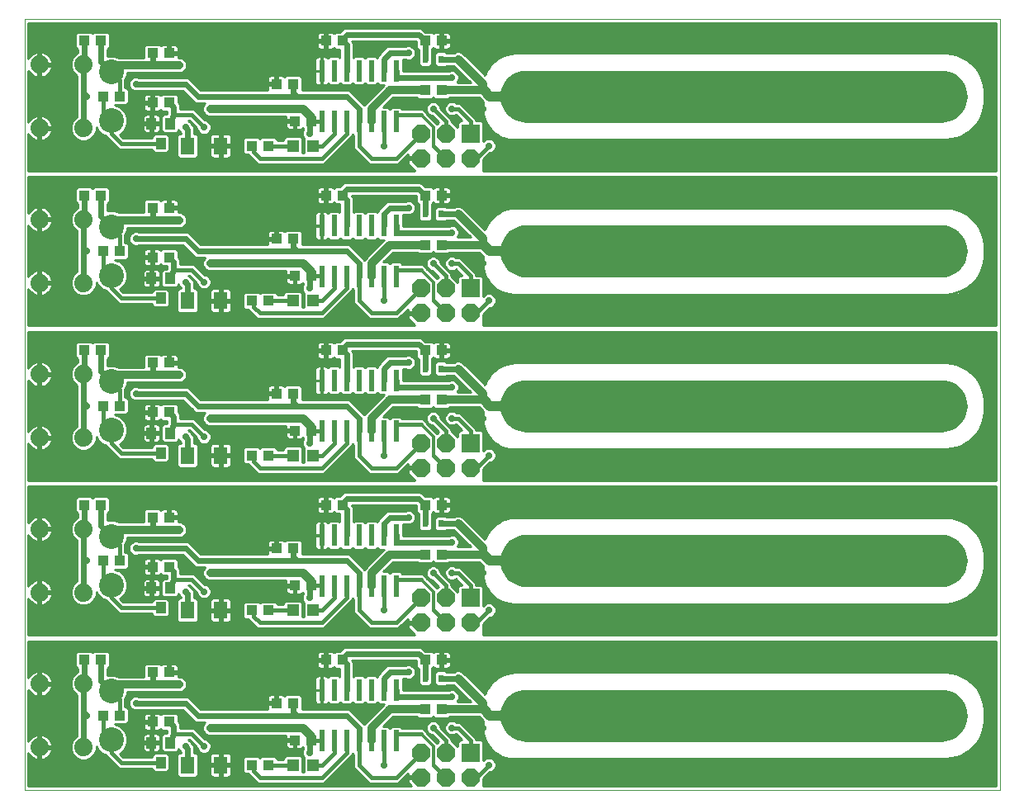
<source format=gtl>
G75*
G70*
%OFA0B0*%
%FSLAX24Y24*%
%IPPOS*%
%LPD*%
%AMOC8*
5,1,8,0,0,1.08239X$1,22.5*
%
%ADD10C,0.0000*%
%ADD11R,0.0240X0.0870*%
%ADD12R,0.0740X0.0740*%
%ADD13OC8,0.0740*%
%ADD14R,0.0400X0.0450*%
%ADD15R,0.0433X0.0394*%
%ADD16C,0.0740*%
%ADD17R,0.0236X0.0315*%
%ADD18R,0.0472X0.0472*%
%ADD19C,0.1000*%
%ADD20R,0.0551X0.0709*%
%ADD21C,0.0277*%
%ADD22C,0.0320*%
%ADD23C,0.0160*%
%ADD24C,0.0240*%
%ADD25C,0.0100*%
%ADD26C,0.0120*%
%ADD27C,0.0400*%
D10*
X000151Y001048D02*
X000151Y032169D01*
X039521Y032169D01*
X039521Y001048D01*
X000151Y001048D01*
D11*
X012151Y003023D03*
X012651Y003023D03*
X013151Y003023D03*
X013651Y003023D03*
X014151Y003023D03*
X014651Y003023D03*
X015151Y003023D03*
X015151Y005073D03*
X014651Y005073D03*
X014151Y005073D03*
X013651Y005073D03*
X013151Y005073D03*
X012651Y005073D03*
X012151Y005073D03*
X012151Y009273D03*
X012651Y009273D03*
X013151Y009273D03*
X013651Y009273D03*
X014151Y009273D03*
X014651Y009273D03*
X015151Y009273D03*
X015151Y011323D03*
X014651Y011323D03*
X014151Y011323D03*
X013651Y011323D03*
X013151Y011323D03*
X012651Y011323D03*
X012151Y011323D03*
X012151Y015523D03*
X012651Y015523D03*
X013151Y015523D03*
X013651Y015523D03*
X014151Y015523D03*
X014651Y015523D03*
X015151Y015523D03*
X015151Y017573D03*
X014651Y017573D03*
X014151Y017573D03*
X013651Y017573D03*
X013151Y017573D03*
X012651Y017573D03*
X012151Y017573D03*
X012151Y021773D03*
X012651Y021773D03*
X013151Y021773D03*
X013651Y021773D03*
X014151Y021773D03*
X014651Y021773D03*
X015151Y021773D03*
X015151Y023823D03*
X014651Y023823D03*
X014151Y023823D03*
X013651Y023823D03*
X013151Y023823D03*
X012651Y023823D03*
X012151Y023823D03*
X012151Y028023D03*
X012651Y028023D03*
X013151Y028023D03*
X013651Y028023D03*
X014151Y028023D03*
X014651Y028023D03*
X015151Y028023D03*
X015151Y030073D03*
X014651Y030073D03*
X014151Y030073D03*
X013651Y030073D03*
X013151Y030073D03*
X012651Y030073D03*
X012151Y030073D03*
D12*
X018151Y027548D03*
X018151Y021298D03*
X018151Y015048D03*
X018151Y008798D03*
X018151Y002548D03*
D13*
X017151Y002548D03*
X017151Y001548D03*
X018151Y001548D03*
X016151Y001548D03*
X016151Y002548D03*
X016151Y007798D03*
X016151Y008798D03*
X017151Y008798D03*
X017151Y007798D03*
X018151Y007798D03*
X018151Y014048D03*
X017151Y014048D03*
X016151Y014048D03*
X016151Y015048D03*
X017151Y015048D03*
X017151Y020298D03*
X018151Y020298D03*
X017151Y021298D03*
X016151Y021298D03*
X016151Y020298D03*
X016151Y026548D03*
X016151Y027548D03*
X017151Y027548D03*
X017151Y026548D03*
X018151Y026548D03*
D14*
X006025Y027948D03*
X005277Y027948D03*
X005651Y027148D03*
X005277Y021698D03*
X006025Y021698D03*
X005651Y020898D03*
X005277Y015448D03*
X006025Y015448D03*
X005651Y014648D03*
X005277Y009198D03*
X006025Y009198D03*
X005651Y008398D03*
X005277Y002948D03*
X006025Y002948D03*
X005651Y002148D03*
D15*
X005317Y003798D03*
X005986Y003798D03*
X003986Y004048D03*
X003317Y004048D03*
X005317Y005798D03*
X005986Y005798D03*
X003236Y006298D03*
X002567Y006298D03*
X003317Y010298D03*
X003986Y010298D03*
X005317Y010048D03*
X005986Y010048D03*
X005986Y012048D03*
X005317Y012048D03*
X003236Y012548D03*
X002567Y012548D03*
X005317Y016298D03*
X005986Y016298D03*
X003986Y016548D03*
X003317Y016548D03*
X005317Y018298D03*
X005986Y018298D03*
X003236Y018798D03*
X002567Y018798D03*
X005317Y022548D03*
X005986Y022548D03*
X003986Y022798D03*
X003317Y022798D03*
X005317Y024548D03*
X005986Y024548D03*
X003236Y025048D03*
X002567Y025048D03*
X005317Y028798D03*
X005986Y028798D03*
X003986Y029048D03*
X003317Y029048D03*
X005317Y030798D03*
X005986Y030798D03*
X003236Y031298D03*
X002567Y031298D03*
X009317Y027048D03*
X009986Y027048D03*
X011067Y028048D03*
X011736Y028048D03*
X010986Y029548D03*
X010317Y029548D03*
X012317Y031298D03*
X012986Y031298D03*
X016317Y031298D03*
X016986Y031298D03*
X016986Y029298D03*
X016317Y029298D03*
X016317Y025048D03*
X016986Y025048D03*
X016986Y023048D03*
X016317Y023048D03*
X012986Y025048D03*
X012317Y025048D03*
X010986Y023298D03*
X010317Y023298D03*
X011067Y021798D03*
X011736Y021798D03*
X009986Y020798D03*
X009317Y020798D03*
X012317Y018798D03*
X012986Y018798D03*
X010986Y017048D03*
X010317Y017048D03*
X011067Y015548D03*
X011736Y015548D03*
X009986Y014548D03*
X009317Y014548D03*
X012317Y012548D03*
X012986Y012548D03*
X010986Y010798D03*
X010317Y010798D03*
X011067Y009298D03*
X011736Y009298D03*
X009986Y008298D03*
X009317Y008298D03*
X012317Y006298D03*
X012986Y006298D03*
X010986Y004548D03*
X010317Y004548D03*
X011067Y003048D03*
X011736Y003048D03*
X009986Y002048D03*
X009317Y002048D03*
X016317Y004298D03*
X016986Y004298D03*
X016986Y006298D03*
X016317Y006298D03*
X016317Y010548D03*
X016986Y010548D03*
X016986Y012548D03*
X016317Y012548D03*
X016317Y016798D03*
X016986Y016798D03*
X016986Y018798D03*
X016317Y018798D03*
D16*
X002541Y017828D03*
X000761Y017828D03*
X000761Y015268D03*
X002541Y015268D03*
X002541Y011578D03*
X000761Y011578D03*
X000761Y009018D03*
X002541Y009018D03*
X002541Y005328D03*
X000761Y005328D03*
X000761Y002768D03*
X002541Y002768D03*
X002541Y021518D03*
X000761Y021518D03*
X000761Y024078D03*
X002541Y024078D03*
X002541Y027768D03*
X000761Y027768D03*
X000761Y030328D03*
X002541Y030328D03*
D17*
X016336Y030548D03*
X016966Y030548D03*
X016966Y024298D03*
X016336Y024298D03*
X016336Y018048D03*
X016966Y018048D03*
X016966Y011798D03*
X016336Y011798D03*
X016336Y005548D03*
X016966Y005548D03*
D18*
X011815Y008298D03*
X010988Y008298D03*
X010988Y002048D03*
X011815Y002048D03*
X011815Y014548D03*
X010988Y014548D03*
X010988Y020798D03*
X011815Y020798D03*
X011815Y027048D03*
X010988Y027048D03*
D19*
X003651Y028064D03*
X003651Y030032D03*
X003651Y023782D03*
X003651Y021814D03*
X003651Y017532D03*
X003651Y015564D03*
X003651Y011282D03*
X003651Y009314D03*
X003651Y005032D03*
X003651Y003064D03*
D20*
X006732Y002048D03*
X008070Y002048D03*
X008070Y008298D03*
X006732Y008298D03*
X006732Y014548D03*
X008070Y014548D03*
X008070Y020798D03*
X006732Y020798D03*
X006732Y027048D03*
X008070Y027048D03*
D21*
X007401Y027798D03*
X006651Y027798D03*
X007651Y028548D03*
X006401Y030298D03*
X004651Y029548D03*
X002651Y029048D03*
X006401Y024048D03*
X004651Y023298D03*
X002651Y022798D03*
X006651Y021548D03*
X007401Y021548D03*
X007651Y022298D03*
X010401Y021798D03*
X011651Y021298D03*
X014651Y020798D03*
X016651Y022298D03*
X017401Y022298D03*
X017401Y023548D03*
X018651Y024298D03*
X020151Y025048D03*
X020151Y026548D03*
X018901Y027048D03*
X018651Y028548D03*
X017401Y028548D03*
X016651Y028548D03*
X017401Y029798D03*
X018651Y030548D03*
X020151Y031298D03*
X015651Y030798D03*
X014151Y031048D03*
X011651Y030548D03*
X010651Y030548D03*
X010401Y028048D03*
X011651Y027548D03*
X014651Y027048D03*
X014151Y024798D03*
X015651Y024548D03*
X018651Y022298D03*
X018901Y020798D03*
X020151Y020298D03*
X020151Y018798D03*
X018651Y018048D03*
X017401Y017298D03*
X017401Y016048D03*
X016651Y016048D03*
X014651Y014548D03*
X014151Y012298D03*
X015651Y012048D03*
X017401Y011048D03*
X017401Y009798D03*
X016651Y009798D03*
X014651Y008298D03*
X014151Y006048D03*
X015651Y005798D03*
X017401Y004798D03*
X017401Y003548D03*
X016651Y003548D03*
X014651Y002048D03*
X011651Y002548D03*
X010401Y003048D03*
X010651Y005548D03*
X011651Y005548D03*
X011651Y008798D03*
X010401Y009298D03*
X007651Y009798D03*
X007401Y009048D03*
X006651Y009048D03*
X004651Y010798D03*
X006401Y011548D03*
X002651Y010298D03*
X006401Y005298D03*
X004651Y004548D03*
X002651Y004048D03*
X006651Y002798D03*
X007401Y002798D03*
X007651Y003548D03*
X010651Y011798D03*
X011651Y011798D03*
X011651Y015048D03*
X010401Y015548D03*
X007651Y016048D03*
X007401Y015298D03*
X006651Y015298D03*
X004651Y017048D03*
X006401Y017798D03*
X002651Y016548D03*
X010651Y018048D03*
X011651Y018048D03*
X014151Y018548D03*
X015651Y018298D03*
X018651Y016048D03*
X018901Y014548D03*
X020151Y014048D03*
X020151Y012548D03*
X018651Y011798D03*
X018651Y009798D03*
X018901Y008298D03*
X020151Y007798D03*
X020151Y006298D03*
X018651Y005548D03*
X018651Y003548D03*
X018901Y002048D03*
X020151Y001548D03*
X024651Y006298D03*
X029901Y006298D03*
X030401Y007798D03*
X033651Y006298D03*
X038401Y006298D03*
X038401Y008048D03*
X038401Y012548D03*
X038401Y014298D03*
X033651Y012548D03*
X030401Y014048D03*
X029901Y012548D03*
X024651Y012548D03*
X024651Y018798D03*
X029901Y018798D03*
X030401Y020298D03*
X033651Y018798D03*
X038401Y018798D03*
X038401Y020548D03*
X038401Y025048D03*
X038401Y026798D03*
X033651Y025048D03*
X030401Y026548D03*
X029901Y025048D03*
X024651Y025048D03*
X024651Y031298D03*
X029901Y031298D03*
X033651Y031298D03*
X038401Y031298D03*
X011651Y024298D03*
X010651Y024298D03*
X030401Y001548D03*
X038401Y001798D03*
D22*
X020643Y003307D02*
X020151Y004048D01*
X018698Y004298D02*
X018651Y004298D01*
X018651Y004548D01*
X017651Y005548D01*
X016986Y004298D02*
X018651Y004298D01*
X016317Y004298D02*
X014901Y004298D01*
X014151Y003548D01*
X014151Y003023D01*
X011746Y003204D02*
X011401Y003548D01*
X007651Y003548D01*
X006401Y005298D02*
X005151Y005298D01*
X003917Y005298D01*
X003651Y005032D01*
X007651Y009798D02*
X011401Y009798D01*
X011746Y009454D01*
X011736Y009298D01*
X014151Y009273D02*
X014151Y009798D01*
X014901Y010548D01*
X016317Y010548D01*
X016986Y010548D02*
X018651Y010548D01*
X018651Y010798D01*
X017651Y011798D01*
X018651Y010548D02*
X018698Y010548D01*
X020151Y010298D02*
X020643Y009557D01*
X014151Y015523D02*
X014151Y016048D01*
X014901Y016798D01*
X016317Y016798D01*
X016986Y016798D02*
X018651Y016798D01*
X018651Y017048D01*
X017651Y018048D01*
X018651Y016798D02*
X018698Y016798D01*
X020151Y016548D02*
X020643Y015807D01*
X014151Y021773D02*
X014151Y022298D01*
X014901Y023048D01*
X016317Y023048D01*
X016986Y023048D02*
X018651Y023048D01*
X018651Y023298D01*
X017651Y024298D01*
X018651Y023048D02*
X018698Y023048D01*
X020151Y022798D02*
X020643Y022057D01*
X014151Y028023D02*
X014151Y028548D01*
X014901Y029298D01*
X016317Y029298D01*
X016986Y029298D02*
X018651Y029298D01*
X018651Y029548D01*
X017651Y030548D01*
X018651Y029298D02*
X018698Y029298D01*
X020151Y029048D02*
X020643Y028307D01*
X011746Y028204D02*
X011401Y028548D01*
X007651Y028548D01*
X006401Y030298D02*
X005151Y030298D01*
X003917Y030298D01*
X003651Y030032D01*
X003917Y024048D02*
X003651Y023782D01*
X003917Y024048D02*
X005151Y024048D01*
X006401Y024048D01*
X007651Y022298D02*
X011401Y022298D01*
X011746Y021954D01*
X011736Y021798D01*
X006401Y017798D02*
X005151Y017798D01*
X003917Y017798D01*
X003651Y017532D01*
X007651Y016048D02*
X011401Y016048D01*
X011746Y015704D01*
X011736Y015548D01*
X006401Y011548D02*
X005151Y011548D01*
X003917Y011548D01*
X003651Y011282D01*
X011746Y003204D02*
X011736Y003048D01*
X011736Y028048D02*
X011746Y028204D01*
D23*
X011736Y028048D02*
X012126Y028048D01*
X012651Y028023D02*
X012651Y027548D01*
X012151Y027048D01*
X011815Y027048D01*
X011676Y027548D02*
X011651Y027548D01*
X010988Y027048D02*
X009986Y027048D01*
X009401Y026964D02*
X009401Y026798D01*
X009651Y026548D01*
X012151Y026548D01*
X013151Y027548D01*
X013151Y028023D01*
X013651Y028023D02*
X013651Y027048D01*
X014151Y026548D01*
X015151Y026548D01*
X016151Y027548D01*
X016651Y027048D02*
X017151Y026548D01*
X018151Y026548D02*
X018401Y026548D01*
X018901Y027048D01*
X018151Y027548D02*
X018151Y028048D01*
X017651Y028548D01*
X017401Y028548D01*
X017151Y028048D02*
X016651Y028548D01*
X016151Y028298D02*
X015176Y028298D01*
X015151Y028023D01*
X014651Y028023D02*
X014651Y027048D01*
X012986Y025133D02*
X012986Y025048D01*
X013151Y024883D01*
X015151Y023823D02*
X015176Y023798D01*
X016651Y022298D02*
X017151Y021798D01*
X017151Y021298D01*
X016651Y020798D02*
X017151Y020298D01*
X018151Y020298D02*
X018401Y020298D01*
X018901Y020798D01*
X018151Y021298D02*
X018151Y021798D01*
X017651Y022298D01*
X017401Y022298D01*
X016151Y022048D02*
X015176Y022048D01*
X015151Y021773D01*
X014651Y021773D02*
X014651Y020798D01*
X014151Y020298D02*
X013651Y020798D01*
X013651Y021773D01*
X013151Y021773D02*
X013151Y021298D01*
X012151Y020298D01*
X009651Y020298D01*
X009401Y020548D01*
X009401Y020714D01*
X009317Y020798D01*
X009986Y020798D02*
X010988Y020798D01*
X011815Y020798D02*
X012151Y020798D01*
X012651Y021298D01*
X012651Y021773D01*
X012126Y021798D02*
X011736Y021798D01*
X011676Y021298D02*
X011651Y021298D01*
X014151Y020298D02*
X015151Y020298D01*
X016151Y021298D01*
X012986Y018883D02*
X012986Y018798D01*
X013151Y018633D01*
X015151Y017573D02*
X015176Y017548D01*
X016651Y016048D02*
X017151Y015548D01*
X017151Y015048D01*
X016651Y014548D02*
X017151Y014048D01*
X018151Y014048D02*
X018401Y014048D01*
X018901Y014548D01*
X018151Y015048D02*
X018151Y015548D01*
X017651Y016048D01*
X017401Y016048D01*
X016151Y015798D02*
X015176Y015798D01*
X015151Y015523D01*
X014651Y015523D02*
X014651Y014548D01*
X014151Y014048D02*
X013651Y014548D01*
X013651Y015523D01*
X013151Y015523D02*
X013151Y015048D01*
X012151Y014048D01*
X009651Y014048D01*
X009401Y014298D01*
X009401Y014464D01*
X009317Y014548D01*
X009986Y014548D02*
X010988Y014548D01*
X011815Y014548D02*
X012151Y014548D01*
X012651Y015048D01*
X012651Y015523D01*
X012126Y015548D02*
X011736Y015548D01*
X011676Y015048D02*
X011651Y015048D01*
X014151Y014048D02*
X015151Y014048D01*
X016151Y015048D01*
X012986Y012633D02*
X012986Y012548D01*
X013151Y012383D01*
X015151Y011323D02*
X015176Y011298D01*
X016651Y009798D02*
X017151Y009298D01*
X017151Y008798D01*
X016651Y008298D02*
X017151Y007798D01*
X018151Y007798D02*
X018401Y007798D01*
X018901Y008298D01*
X018151Y008798D02*
X018151Y009298D01*
X017651Y009798D01*
X017401Y009798D01*
X016151Y009548D02*
X015176Y009548D01*
X015151Y009273D01*
X014651Y009273D02*
X014651Y008298D01*
X014151Y007798D02*
X013651Y008298D01*
X013651Y009273D01*
X013151Y009273D02*
X013151Y008798D01*
X012151Y007798D01*
X009651Y007798D01*
X009401Y008048D01*
X009401Y008214D01*
X009317Y008298D01*
X009986Y008298D02*
X010988Y008298D01*
X011815Y008298D02*
X012151Y008298D01*
X012651Y008798D01*
X012651Y009273D01*
X012126Y009298D02*
X011736Y009298D01*
X011676Y008798D02*
X011651Y008798D01*
X014151Y007798D02*
X015151Y007798D01*
X016151Y008798D01*
X012986Y006383D02*
X012986Y006298D01*
X013151Y006133D01*
X015151Y005073D02*
X015176Y005048D01*
X016651Y003548D02*
X017151Y003048D01*
X017151Y002548D01*
X016651Y002048D02*
X017151Y001548D01*
X018151Y001548D02*
X018401Y001548D01*
X018901Y002048D01*
X018151Y002548D02*
X018151Y003048D01*
X017651Y003548D01*
X017401Y003548D01*
X016151Y003298D02*
X015176Y003298D01*
X015151Y003023D01*
X014651Y003023D02*
X014651Y002048D01*
X014151Y001548D02*
X013651Y002048D01*
X013651Y003023D01*
X013151Y003023D02*
X013151Y002548D01*
X012151Y001548D01*
X009651Y001548D01*
X009401Y001798D01*
X009401Y001964D01*
X009317Y002048D01*
X009986Y002048D02*
X010988Y002048D01*
X011815Y002048D02*
X012151Y002048D01*
X012651Y002548D01*
X012651Y003023D01*
X012126Y003048D02*
X011736Y003048D01*
X011676Y002548D02*
X011651Y002548D01*
X014151Y001548D02*
X015151Y001548D01*
X016151Y002548D01*
X007401Y002798D02*
X006901Y003298D01*
X006177Y003298D01*
X005651Y002148D02*
X004051Y002148D01*
X003651Y002548D01*
X003651Y003064D01*
X003317Y003399D01*
X003317Y004048D01*
X003986Y004048D02*
X003986Y004698D01*
X003651Y005032D01*
X002567Y005354D02*
X002541Y005328D01*
X002541Y002768D02*
X002557Y002753D01*
X004051Y008398D02*
X003651Y008798D01*
X003651Y009314D01*
X003317Y009649D01*
X003317Y010298D01*
X003986Y010298D02*
X003986Y010948D01*
X003651Y011282D01*
X002567Y011604D02*
X002541Y011578D01*
X002541Y009018D02*
X002557Y009003D01*
X004051Y008398D02*
X005651Y008398D01*
X006177Y009548D02*
X006901Y009548D01*
X007401Y009048D01*
X005651Y014648D02*
X004051Y014648D01*
X003651Y015048D01*
X003651Y015564D01*
X003317Y015899D01*
X003317Y016548D01*
X003986Y016548D02*
X003986Y017198D01*
X003651Y017532D01*
X002567Y017854D02*
X002541Y017828D01*
X002541Y015268D02*
X002557Y015253D01*
X006177Y015798D02*
X006901Y015798D01*
X007401Y015298D01*
X005651Y020898D02*
X004051Y020898D01*
X003651Y021298D01*
X003651Y021814D01*
X003317Y022149D01*
X003317Y022798D01*
X003986Y022798D02*
X003986Y023448D01*
X003651Y023782D01*
X002567Y024104D02*
X002541Y024078D01*
X002541Y021518D02*
X002557Y021503D01*
X006177Y022048D02*
X006901Y022048D01*
X007401Y021548D01*
X009401Y026964D02*
X009317Y027048D01*
X007401Y027798D02*
X006901Y028298D01*
X006177Y028298D01*
X005651Y027148D02*
X004051Y027148D01*
X003651Y027548D01*
X003651Y028064D01*
X003317Y028399D01*
X003317Y029048D01*
X003986Y029048D02*
X003986Y029698D01*
X003651Y030032D01*
X002567Y030354D02*
X002541Y030328D01*
X002541Y027768D02*
X002557Y027753D01*
X012986Y031298D02*
X012986Y031383D01*
X012986Y031298D02*
X013151Y031133D01*
X015151Y030073D02*
X015176Y030048D01*
X017151Y028048D02*
X017151Y027548D01*
D24*
X016057Y025298D02*
X013151Y025298D01*
X012986Y025133D01*
X013151Y024883D02*
X013151Y023823D01*
X013151Y022798D02*
X013651Y022298D01*
X013651Y021773D01*
X013151Y022798D02*
X011151Y022798D01*
X007151Y022798D01*
X006651Y023298D01*
X004651Y023298D01*
X005151Y024048D02*
X005317Y024214D01*
X005317Y024548D01*
X003651Y023782D02*
X003236Y024198D01*
X003236Y025048D01*
X002567Y025048D02*
X002567Y024104D01*
X002541Y024078D02*
X002541Y021518D01*
X002541Y022938D01*
X002651Y022798D01*
X005986Y022548D02*
X006177Y022357D01*
X006177Y022048D01*
X006025Y021698D01*
X006651Y021548D02*
X006732Y021467D01*
X006732Y020798D01*
X005317Y018298D02*
X005317Y017964D01*
X005151Y017798D01*
X004651Y017048D02*
X006651Y017048D01*
X007151Y016548D01*
X011151Y016548D01*
X010996Y016704D01*
X010986Y017048D01*
X011151Y016548D02*
X013151Y016548D01*
X013651Y016048D01*
X013651Y015523D01*
X011736Y015548D02*
X011676Y015489D01*
X011676Y015048D01*
X013151Y012798D02*
X012986Y012633D01*
X013151Y012798D02*
X016057Y012798D01*
X016317Y012548D01*
X016336Y012529D01*
X016336Y011798D01*
X016966Y011798D02*
X017651Y011798D01*
X017401Y011048D02*
X015151Y011048D01*
X015151Y011323D01*
X014651Y011323D02*
X014651Y011798D01*
X014901Y012048D01*
X015651Y012048D01*
X013151Y012383D02*
X013151Y011323D01*
X013151Y010298D02*
X013651Y009798D01*
X013651Y009273D01*
X013151Y010298D02*
X011151Y010298D01*
X007151Y010298D01*
X006651Y010798D01*
X004651Y010798D01*
X005151Y011548D02*
X005317Y011714D01*
X005317Y012048D01*
X003651Y011282D02*
X003236Y011698D01*
X003236Y012548D01*
X002567Y012548D02*
X002567Y011604D01*
X002541Y011578D02*
X002541Y009018D01*
X002541Y010438D01*
X002651Y010298D01*
X005986Y010048D02*
X006177Y009857D01*
X006177Y009548D01*
X006025Y009198D01*
X006651Y009048D02*
X006732Y008967D01*
X006732Y008298D01*
X005317Y005798D02*
X005317Y005464D01*
X005151Y005298D01*
X004651Y004548D02*
X006651Y004548D01*
X007151Y004048D01*
X011151Y004048D01*
X010996Y004204D01*
X010986Y004548D01*
X011151Y004048D02*
X013151Y004048D01*
X013651Y003548D01*
X013651Y003023D01*
X011736Y003048D02*
X011676Y002989D01*
X011676Y002548D01*
X013151Y005073D02*
X013151Y006133D01*
X012986Y006383D02*
X013151Y006548D01*
X016057Y006548D01*
X016317Y006298D01*
X016336Y006279D01*
X016336Y005548D01*
X016966Y005548D02*
X017651Y005548D01*
X017401Y004798D02*
X015151Y004798D01*
X015151Y005073D01*
X014651Y005073D02*
X014651Y005548D01*
X014901Y005798D01*
X015651Y005798D01*
X011676Y008798D02*
X011676Y009239D01*
X011736Y009298D01*
X011151Y010298D02*
X010996Y010454D01*
X010986Y010798D01*
X006732Y014548D02*
X006732Y015217D01*
X006651Y015298D01*
X006025Y015448D02*
X006177Y015798D01*
X006177Y016107D01*
X005986Y016298D01*
X003651Y017532D02*
X003236Y017948D01*
X003236Y018798D01*
X002567Y018798D02*
X002567Y017854D01*
X002541Y017828D02*
X002541Y015268D01*
X002541Y016688D01*
X002651Y016548D01*
X010996Y022954D02*
X010986Y023298D01*
X010996Y022954D02*
X011151Y022798D01*
X011736Y021798D02*
X011676Y021739D01*
X011676Y021298D01*
X013151Y019048D02*
X012986Y018883D01*
X013151Y019048D02*
X016057Y019048D01*
X016317Y018798D01*
X016336Y018779D01*
X016336Y018048D01*
X016966Y018048D02*
X017651Y018048D01*
X017401Y017298D02*
X015151Y017298D01*
X015151Y017573D01*
X014651Y017573D02*
X014651Y018048D01*
X014901Y018298D01*
X015651Y018298D01*
X013151Y018633D02*
X013151Y017573D01*
X015151Y023548D02*
X015151Y023823D01*
X015151Y023548D02*
X017401Y023548D01*
X017651Y024298D02*
X016966Y024298D01*
X016336Y024298D02*
X016336Y025029D01*
X016317Y025048D01*
X016057Y025298D01*
X015651Y024548D02*
X014901Y024548D01*
X014651Y024298D01*
X014651Y023823D01*
X011676Y027548D02*
X011676Y027989D01*
X011736Y028048D01*
X011151Y029048D02*
X010996Y029204D01*
X010986Y029548D01*
X011151Y029048D02*
X007151Y029048D01*
X006651Y029548D01*
X004651Y029548D01*
X003651Y030032D02*
X003236Y030448D01*
X003236Y031298D01*
X002567Y031298D02*
X002567Y030354D01*
X002541Y030328D02*
X002541Y027768D01*
X002541Y029188D01*
X002651Y029048D01*
X005151Y030298D02*
X005317Y030464D01*
X005317Y030798D01*
X005986Y028798D02*
X006177Y028607D01*
X006177Y028298D01*
X006025Y027948D01*
X006651Y027798D02*
X006732Y027717D01*
X006732Y027048D01*
X011151Y029048D02*
X013151Y029048D01*
X013651Y028548D01*
X013651Y028023D01*
X015151Y029798D02*
X015151Y030073D01*
X015151Y029798D02*
X017401Y029798D01*
X017651Y030548D02*
X016966Y030548D01*
X016336Y030548D02*
X016336Y031279D01*
X016317Y031298D01*
X016057Y031548D01*
X013151Y031548D01*
X012986Y031383D01*
X013151Y031133D02*
X013151Y030073D01*
X014651Y030073D02*
X014651Y030548D01*
X014901Y030798D01*
X015651Y030798D01*
X003236Y006298D02*
X003236Y005448D01*
X003651Y005032D01*
X002567Y005354D02*
X002567Y006298D01*
X002541Y005328D02*
X002541Y002768D01*
X002541Y004188D01*
X002651Y004048D01*
X005986Y003798D02*
X006177Y003607D01*
X006177Y003298D01*
X006025Y002948D01*
X006651Y002798D02*
X006732Y002717D01*
X006732Y002048D01*
D25*
X006306Y002034D02*
X006001Y002034D01*
X006001Y002132D02*
X006306Y002132D01*
X006306Y002231D02*
X006001Y002231D01*
X006001Y002329D02*
X006306Y002329D01*
X006306Y002428D02*
X006001Y002428D01*
X006001Y002435D02*
X005913Y002523D01*
X005389Y002523D01*
X005301Y002435D01*
X005301Y002378D01*
X004146Y002378D01*
X004014Y002511D01*
X004019Y002513D01*
X004202Y002696D01*
X004301Y002935D01*
X004301Y003193D01*
X004202Y003432D01*
X004019Y003615D01*
X003811Y003701D01*
X004264Y003701D01*
X004352Y003789D01*
X004352Y004307D01*
X004264Y004395D01*
X004216Y004395D01*
X004216Y004603D01*
X004216Y004697D01*
X004301Y004903D01*
X004301Y004988D01*
X005213Y004988D01*
X006463Y004988D01*
X006577Y005035D01*
X006664Y005123D01*
X006711Y005236D01*
X006711Y005360D01*
X006664Y005474D01*
X006577Y005561D01*
X006463Y005608D01*
X006352Y005608D01*
X006352Y005750D01*
X006034Y005750D01*
X006034Y005847D01*
X005937Y005847D01*
X005937Y006145D01*
X005750Y006145D01*
X005711Y006135D01*
X005677Y006115D01*
X005651Y006089D01*
X005595Y006145D01*
X005038Y006145D01*
X004950Y006057D01*
X004950Y005608D01*
X003979Y005608D01*
X003960Y005608D01*
X003780Y005682D01*
X003522Y005682D01*
X003506Y005676D01*
X003506Y005951D01*
X003514Y005951D01*
X003602Y006039D01*
X003602Y006557D01*
X003514Y006645D01*
X002957Y006645D01*
X002901Y006589D01*
X002845Y006645D01*
X002288Y006645D01*
X002200Y006557D01*
X002200Y006039D01*
X002288Y005951D01*
X002297Y005951D01*
X002297Y005790D01*
X002247Y005769D01*
X002100Y005623D01*
X002021Y005432D01*
X002021Y005225D01*
X002100Y005034D01*
X002247Y004887D01*
X002271Y004877D01*
X002271Y004242D01*
X002271Y004204D01*
X002267Y004167D01*
X002271Y004151D01*
X002271Y003219D01*
X002247Y003209D01*
X002100Y003063D01*
X002021Y002872D01*
X002021Y002665D01*
X002100Y002474D01*
X002247Y002327D01*
X002438Y002248D01*
X002645Y002248D01*
X002836Y002327D01*
X002982Y002474D01*
X003061Y002665D01*
X003061Y002790D01*
X003100Y002696D01*
X003283Y002513D01*
X003421Y002456D01*
X003421Y002453D01*
X003556Y002318D01*
X003956Y001918D01*
X004146Y001918D01*
X005301Y001918D01*
X005301Y001861D01*
X005389Y001773D01*
X005913Y001773D01*
X006001Y001861D01*
X006001Y002435D01*
X005763Y002573D02*
X006287Y002573D01*
X006375Y002661D01*
X006375Y002710D01*
X006406Y002635D01*
X006462Y002579D01*
X006462Y002552D01*
X006394Y002552D01*
X006306Y002465D01*
X006306Y001632D01*
X006394Y001544D01*
X007070Y001544D01*
X007157Y001632D01*
X007157Y002465D01*
X007070Y002552D01*
X007002Y002552D01*
X007002Y002664D01*
X007002Y002771D01*
X006961Y002870D01*
X006915Y002916D01*
X006896Y002962D01*
X006815Y003043D01*
X006754Y003068D01*
X006806Y003068D01*
X007112Y002762D01*
X007112Y002741D01*
X007156Y002635D01*
X007238Y002553D01*
X007344Y002509D01*
X007459Y002509D01*
X007565Y002553D01*
X007646Y002635D01*
X007690Y002741D01*
X007690Y002856D01*
X007646Y002962D01*
X007565Y003043D01*
X007459Y003087D01*
X007438Y003087D01*
X007131Y003393D01*
X006996Y003528D01*
X006447Y003528D01*
X006447Y003553D01*
X006447Y003661D01*
X006406Y003760D01*
X006352Y003813D01*
X006352Y004057D01*
X006264Y004145D01*
X005707Y004145D01*
X005651Y004089D01*
X005625Y004115D01*
X005591Y004135D01*
X005553Y004145D01*
X005365Y004145D01*
X005365Y003847D01*
X005268Y003847D01*
X005268Y004145D01*
X005080Y004145D01*
X005042Y004135D01*
X005008Y004115D01*
X004980Y004087D01*
X004960Y004053D01*
X004950Y004015D01*
X004950Y003847D01*
X005268Y003847D01*
X005268Y003750D01*
X004950Y003750D01*
X004950Y003582D01*
X004960Y003543D01*
X004980Y003509D01*
X005008Y003481D01*
X005042Y003462D01*
X005080Y003451D01*
X005268Y003451D01*
X005268Y003749D01*
X005365Y003749D01*
X005365Y003451D01*
X005553Y003451D01*
X005591Y003462D01*
X005625Y003481D01*
X005651Y003507D01*
X005707Y003451D01*
X005907Y003451D01*
X005907Y003354D01*
X005894Y003323D01*
X005763Y003323D01*
X005675Y003235D01*
X005675Y002661D01*
X005763Y002573D01*
X005711Y002625D02*
X005591Y002625D01*
X005597Y002631D02*
X005617Y002665D01*
X005627Y002703D01*
X005627Y002898D01*
X005327Y002898D01*
X005327Y002573D01*
X005497Y002573D01*
X005535Y002583D01*
X005569Y002603D01*
X005597Y002631D01*
X005627Y002723D02*
X005675Y002723D01*
X005675Y002822D02*
X005627Y002822D01*
X005675Y002921D02*
X005327Y002921D01*
X005327Y002898D02*
X005327Y002998D01*
X005627Y002998D01*
X005627Y003193D01*
X005617Y003231D01*
X005597Y003265D01*
X005569Y003293D01*
X005535Y003313D01*
X005497Y003323D01*
X005327Y003323D01*
X005327Y002998D01*
X005227Y002998D01*
X005227Y002898D01*
X005327Y002898D01*
X005327Y002822D02*
X005227Y002822D01*
X005227Y002898D02*
X005227Y002573D01*
X005057Y002573D01*
X005019Y002583D01*
X004985Y002603D01*
X004957Y002631D01*
X004937Y002665D01*
X004927Y002703D01*
X004927Y002898D01*
X005227Y002898D01*
X005227Y002921D02*
X004295Y002921D01*
X004301Y003019D02*
X004927Y003019D01*
X004927Y002998D02*
X005227Y002998D01*
X005227Y003323D01*
X005057Y003323D01*
X005019Y003313D01*
X004985Y003293D01*
X004957Y003265D01*
X004937Y003231D01*
X004927Y003193D01*
X004927Y002998D01*
X004927Y003118D02*
X004301Y003118D01*
X004292Y003216D02*
X004933Y003216D01*
X005026Y003315D02*
X004251Y003315D01*
X004210Y003413D02*
X005907Y003413D01*
X005755Y003315D02*
X005528Y003315D01*
X005621Y003216D02*
X005675Y003216D01*
X005675Y003118D02*
X005627Y003118D01*
X005627Y003019D02*
X005675Y003019D01*
X005327Y003019D02*
X005227Y003019D01*
X005227Y003118D02*
X005327Y003118D01*
X005327Y003216D02*
X005227Y003216D01*
X005227Y003315D02*
X005327Y003315D01*
X005365Y003512D02*
X005268Y003512D01*
X005268Y003610D02*
X005365Y003610D01*
X005365Y003709D02*
X005268Y003709D01*
X005268Y003807D02*
X004352Y003807D01*
X004352Y003906D02*
X004950Y003906D01*
X004950Y004004D02*
X004352Y004004D01*
X004352Y004103D02*
X004996Y004103D01*
X005268Y004103D02*
X005365Y004103D01*
X005365Y004004D02*
X005268Y004004D01*
X005268Y003906D02*
X005365Y003906D01*
X005637Y004103D02*
X005665Y004103D01*
X006306Y004103D02*
X006714Y004103D01*
X006616Y004202D02*
X004352Y004202D01*
X004352Y004300D02*
X004495Y004300D01*
X004488Y004303D02*
X004594Y004259D01*
X004709Y004259D01*
X004754Y004278D01*
X006539Y004278D01*
X006998Y003819D01*
X007097Y003778D01*
X007205Y003778D01*
X007443Y003778D01*
X007388Y003724D01*
X007341Y003610D01*
X007341Y003486D01*
X007388Y003373D01*
X007476Y003285D01*
X007589Y003238D01*
X010700Y003238D01*
X010700Y003097D01*
X011018Y003097D01*
X011018Y003000D01*
X010700Y003000D01*
X010700Y002832D01*
X010710Y002793D01*
X010730Y002759D01*
X010758Y002731D01*
X010792Y002712D01*
X010830Y002701D01*
X011018Y002701D01*
X011018Y002999D01*
X011115Y002999D01*
X011115Y002701D01*
X011303Y002701D01*
X011341Y002712D01*
X011375Y002731D01*
X011401Y002757D01*
X011406Y002752D01*
X011406Y002711D01*
X011362Y002606D01*
X011362Y002491D01*
X011406Y002385D01*
X011436Y002355D01*
X011428Y002347D01*
X011428Y001778D01*
X011374Y001778D01*
X011374Y002347D01*
X011286Y002434D01*
X010689Y002434D01*
X010602Y002347D01*
X010602Y002278D01*
X010352Y002278D01*
X010352Y002307D01*
X010264Y002395D01*
X009707Y002395D01*
X009651Y002339D01*
X009595Y002395D01*
X009038Y002395D01*
X008950Y002307D01*
X008950Y001789D01*
X009038Y001701D01*
X009173Y001701D01*
X009306Y001568D01*
X009556Y001318D01*
X009746Y001318D01*
X012246Y001318D01*
X012381Y001453D01*
X013381Y002453D01*
X013381Y002486D01*
X013401Y002506D01*
X013421Y002486D01*
X013421Y001953D01*
X013556Y001818D01*
X014056Y001318D01*
X014246Y001318D01*
X015246Y001318D01*
X015381Y001453D01*
X015631Y001703D01*
X015631Y001598D01*
X016101Y001598D01*
X016101Y001498D01*
X015631Y001498D01*
X015631Y001333D01*
X015766Y001198D01*
X000301Y001198D01*
X000301Y002526D01*
X000316Y002496D01*
X000365Y002429D01*
X000422Y002372D01*
X000489Y002323D01*
X000562Y002286D01*
X000639Y002261D01*
X000711Y002250D01*
X000711Y002718D01*
X000811Y002718D01*
X000811Y002250D01*
X000883Y002261D01*
X000961Y002286D01*
X001034Y002323D01*
X001100Y002372D01*
X001158Y002429D01*
X001206Y002496D01*
X001243Y002569D01*
X001268Y002646D01*
X001280Y002718D01*
X000811Y002718D01*
X000811Y002818D01*
X000711Y002818D01*
X000711Y003287D01*
X000639Y003275D01*
X000562Y003250D01*
X000489Y003213D01*
X000422Y003165D01*
X000365Y003107D01*
X000316Y003041D01*
X000301Y003011D01*
X000301Y005086D01*
X000316Y005056D01*
X000365Y004989D01*
X000422Y004932D01*
X000489Y004883D01*
X000562Y004846D01*
X000639Y004821D01*
X000711Y004810D01*
X000711Y005278D01*
X000811Y005278D01*
X000811Y004810D01*
X000883Y004821D01*
X000961Y004846D01*
X001034Y004883D01*
X001100Y004932D01*
X001158Y004989D01*
X001206Y005056D01*
X001243Y005129D01*
X001268Y005206D01*
X001280Y005278D01*
X000811Y005278D01*
X000811Y005378D01*
X000711Y005378D01*
X000711Y005847D01*
X000639Y005835D01*
X000562Y005810D01*
X000489Y005773D01*
X000422Y005725D01*
X000365Y005667D01*
X000316Y005601D01*
X000301Y005571D01*
X000301Y007044D01*
X018651Y007044D01*
X039371Y007044D01*
X039371Y001198D01*
X018651Y001198D01*
X018651Y001313D01*
X018671Y001333D01*
X018671Y001493D01*
X018938Y001759D01*
X018959Y001759D01*
X019065Y001803D01*
X019146Y001885D01*
X019190Y001991D01*
X019190Y002106D01*
X019146Y002212D01*
X019065Y002293D01*
X018959Y002337D01*
X018844Y002337D01*
X018738Y002293D01*
X018671Y002226D01*
X018671Y002980D01*
X018651Y003000D01*
X018651Y003548D01*
X018664Y003370D01*
X018702Y003196D01*
X018764Y003029D01*
X018850Y002872D01*
X018956Y002730D01*
X019083Y002604D01*
X019225Y002497D01*
X019382Y002411D01*
X019549Y002349D01*
X019723Y002311D01*
X019901Y002298D01*
X037151Y002298D01*
X037364Y002296D01*
X037576Y002321D01*
X037783Y002374D01*
X037980Y002453D01*
X038166Y002558D01*
X038337Y002686D01*
X038489Y002835D01*
X038621Y003002D01*
X038730Y003186D01*
X038813Y003382D01*
X038871Y003587D01*
X038901Y003798D01*
X038901Y004298D01*
X038871Y004509D01*
X038813Y004715D01*
X038730Y004911D01*
X038621Y005094D01*
X038489Y005262D01*
X038337Y005411D01*
X038166Y005539D01*
X037980Y005643D01*
X037783Y005722D01*
X037576Y005775D01*
X037364Y005801D01*
X037151Y005798D01*
X020151Y005798D01*
X019971Y005803D01*
X019791Y005784D01*
X019615Y005741D01*
X019447Y005676D01*
X019288Y005590D01*
X019142Y005484D01*
X019011Y005359D01*
X018898Y005219D01*
X018804Y005065D01*
X018733Y004905D01*
X018651Y004987D01*
X018651Y007044D01*
X018651Y004987D01*
X017827Y005811D01*
X017713Y005858D01*
X017589Y005858D01*
X017493Y005818D01*
X017184Y005818D01*
X017146Y005856D01*
X016786Y005856D01*
X016698Y005768D01*
X016698Y005606D01*
X016696Y005602D01*
X016696Y005494D01*
X016698Y005490D01*
X016698Y005329D01*
X016786Y005241D01*
X017146Y005241D01*
X017184Y005278D01*
X017483Y005278D01*
X018153Y004608D01*
X017619Y004608D01*
X017646Y004635D01*
X017690Y004741D01*
X017690Y004856D01*
X017646Y004962D01*
X017565Y005043D01*
X017459Y005087D01*
X017344Y005087D01*
X017298Y005068D01*
X015421Y005068D01*
X015421Y005127D01*
X015421Y005528D01*
X015548Y005528D01*
X015594Y005509D01*
X015709Y005509D01*
X015815Y005553D01*
X015896Y005635D01*
X015940Y005741D01*
X015940Y005856D01*
X015896Y005962D01*
X015815Y006043D01*
X015709Y006087D01*
X015594Y006087D01*
X015548Y006068D01*
X014955Y006068D01*
X014847Y006068D01*
X014748Y006027D01*
X014498Y005777D01*
X014422Y005701D01*
X014384Y005608D01*
X014333Y005658D01*
X013969Y005658D01*
X013901Y005590D01*
X013833Y005658D01*
X013469Y005658D01*
X013421Y005610D01*
X013421Y006187D01*
X013383Y006278D01*
X015948Y006278D01*
X015950Y006276D01*
X015950Y006039D01*
X016038Y005951D01*
X016066Y005951D01*
X016066Y005494D01*
X016068Y005490D01*
X016068Y005329D01*
X016156Y005241D01*
X016516Y005241D01*
X016604Y005329D01*
X016604Y005490D01*
X016606Y005494D01*
X016606Y005962D01*
X016651Y006007D01*
X016677Y005981D01*
X016711Y005962D01*
X016750Y005951D01*
X016937Y005951D01*
X016937Y006249D01*
X017034Y006249D01*
X017034Y005951D01*
X017222Y005951D01*
X017260Y005962D01*
X017294Y005981D01*
X017322Y006009D01*
X017342Y006043D01*
X017352Y006082D01*
X017352Y006250D01*
X017034Y006250D01*
X017034Y006347D01*
X016937Y006347D01*
X016937Y006645D01*
X016750Y006645D01*
X016711Y006635D01*
X016677Y006615D01*
X016651Y006589D01*
X016595Y006645D01*
X016345Y006645D01*
X016246Y006741D01*
X016210Y006777D01*
X016207Y006778D01*
X016205Y006780D01*
X016158Y006799D01*
X016110Y006818D01*
X016108Y006818D01*
X016105Y006819D01*
X016055Y006818D01*
X013205Y006818D01*
X013097Y006818D01*
X012998Y006777D01*
X012866Y006645D01*
X012707Y006645D01*
X012651Y006589D01*
X012625Y006615D01*
X012591Y006635D01*
X012553Y006645D01*
X012365Y006645D01*
X012365Y006347D01*
X012268Y006347D01*
X012268Y006645D01*
X012080Y006645D01*
X012042Y006635D01*
X012008Y006615D01*
X011980Y006587D01*
X011960Y006553D01*
X011950Y006515D01*
X011950Y006347D01*
X012268Y006347D01*
X012268Y006250D01*
X011950Y006250D01*
X011950Y006082D01*
X011960Y006043D01*
X011980Y006009D01*
X012008Y005981D01*
X012042Y005962D01*
X012080Y005951D01*
X012268Y005951D01*
X012268Y006249D01*
X012365Y006249D01*
X012365Y005951D01*
X012553Y005951D01*
X012591Y005962D01*
X012625Y005981D01*
X012651Y006007D01*
X012707Y005951D01*
X012881Y005951D01*
X012881Y005610D01*
X012833Y005658D01*
X012469Y005658D01*
X012398Y005588D01*
X012391Y005600D01*
X012363Y005628D01*
X012329Y005648D01*
X012291Y005658D01*
X012161Y005658D01*
X012161Y005083D01*
X012141Y005083D01*
X012141Y005063D01*
X012161Y005063D01*
X012161Y004488D01*
X012291Y004488D01*
X012329Y004498D01*
X012363Y004518D01*
X012391Y004546D01*
X012398Y004559D01*
X012469Y004488D01*
X012833Y004488D01*
X012901Y004556D01*
X012969Y004488D01*
X013333Y004488D01*
X013401Y004556D01*
X013469Y004488D01*
X013833Y004488D01*
X013901Y004556D01*
X013969Y004488D01*
X014333Y004488D01*
X014401Y004556D01*
X014469Y004488D01*
X014653Y004488D01*
X014638Y004474D01*
X013888Y003724D01*
X013879Y003702D01*
X013804Y003777D01*
X013304Y004277D01*
X013205Y004318D01*
X013097Y004318D01*
X011352Y004318D01*
X011352Y004807D01*
X011264Y004895D01*
X010707Y004895D01*
X010651Y004839D01*
X010625Y004865D01*
X010591Y004885D01*
X010553Y004895D01*
X010365Y004895D01*
X010365Y004597D01*
X010268Y004597D01*
X010268Y004895D01*
X010080Y004895D01*
X010042Y004885D01*
X010008Y004865D01*
X009980Y004837D01*
X009960Y004803D01*
X009950Y004765D01*
X009950Y004597D01*
X010268Y004597D01*
X010268Y004500D01*
X009950Y004500D01*
X009950Y004332D01*
X009954Y004318D01*
X007263Y004318D01*
X006804Y004777D01*
X006705Y004818D01*
X006597Y004818D01*
X004754Y004818D01*
X004709Y004837D01*
X004594Y004837D01*
X004488Y004793D01*
X004406Y004712D01*
X004362Y004606D01*
X004362Y004491D01*
X004406Y004385D01*
X004488Y004303D01*
X004401Y004399D02*
X004216Y004399D01*
X004216Y004497D02*
X004362Y004497D01*
X004362Y004596D02*
X004216Y004596D01*
X004216Y004694D02*
X004399Y004694D01*
X004487Y004793D02*
X004255Y004793D01*
X004296Y004891D02*
X010067Y004891D01*
X009958Y004793D02*
X006766Y004793D01*
X006887Y004694D02*
X009950Y004694D01*
X009950Y004497D02*
X007084Y004497D01*
X007182Y004399D02*
X009950Y004399D01*
X010268Y004596D02*
X006985Y004596D01*
X006813Y004004D02*
X006352Y004004D01*
X006352Y003906D02*
X006912Y003906D01*
X007027Y003807D02*
X006358Y003807D01*
X006427Y003709D02*
X007382Y003709D01*
X007341Y003610D02*
X006447Y003610D01*
X007013Y003512D02*
X007341Y003512D01*
X007372Y003413D02*
X007111Y003413D01*
X007210Y003315D02*
X007446Y003315D01*
X007308Y003216D02*
X010700Y003216D01*
X010700Y003118D02*
X007407Y003118D01*
X007589Y003019D02*
X011018Y003019D01*
X011018Y002921D02*
X011115Y002921D01*
X011115Y002822D02*
X011018Y002822D01*
X011018Y002723D02*
X011115Y002723D01*
X011361Y002723D02*
X011406Y002723D01*
X011370Y002625D02*
X007636Y002625D01*
X007683Y002723D02*
X010771Y002723D01*
X010703Y002822D02*
X007690Y002822D01*
X007663Y002921D02*
X010700Y002921D01*
X010683Y002428D02*
X008495Y002428D01*
X008496Y002422D02*
X008486Y002460D01*
X008466Y002495D01*
X008438Y002523D01*
X008404Y002542D01*
X008366Y002552D01*
X008120Y002552D01*
X008120Y002098D01*
X008021Y002098D01*
X008021Y002552D01*
X007775Y002552D01*
X007737Y002542D01*
X007703Y002523D01*
X007675Y002495D01*
X007655Y002460D01*
X007645Y002422D01*
X007645Y002098D01*
X008020Y002098D01*
X008020Y001998D01*
X007645Y001998D01*
X007645Y001674D01*
X007655Y001636D01*
X007675Y001602D01*
X007703Y001574D01*
X007737Y001554D01*
X007775Y001544D01*
X008021Y001544D01*
X008021Y001998D01*
X008120Y001998D01*
X008120Y001544D01*
X008366Y001544D01*
X008404Y001554D01*
X008438Y001574D01*
X008466Y001602D01*
X008486Y001636D01*
X008496Y001674D01*
X008496Y001998D01*
X008121Y001998D01*
X008121Y002098D01*
X008496Y002098D01*
X008496Y002422D01*
X008496Y002329D02*
X008972Y002329D01*
X008950Y002231D02*
X008496Y002231D01*
X008496Y002132D02*
X008950Y002132D01*
X008950Y002034D02*
X008121Y002034D01*
X008120Y002132D02*
X008021Y002132D01*
X008020Y002034D02*
X007157Y002034D01*
X007157Y002132D02*
X007645Y002132D01*
X007645Y002231D02*
X007157Y002231D01*
X007157Y002329D02*
X007645Y002329D01*
X007646Y002428D02*
X007157Y002428D01*
X007096Y002526D02*
X007303Y002526D01*
X007166Y002625D02*
X007002Y002625D01*
X007002Y002723D02*
X007120Y002723D01*
X007052Y002822D02*
X006981Y002822D01*
X006954Y002921D02*
X006913Y002921D01*
X006855Y003019D02*
X006839Y003019D01*
X006416Y002625D02*
X006339Y002625D01*
X006368Y002526D02*
X004033Y002526D01*
X004097Y002428D02*
X005301Y002428D01*
X005327Y002625D02*
X005227Y002625D01*
X005227Y002723D02*
X005327Y002723D01*
X004963Y002625D02*
X004131Y002625D01*
X004214Y002723D02*
X004927Y002723D01*
X004927Y002822D02*
X004254Y002822D01*
X004123Y003512D02*
X004978Y003512D01*
X004950Y003610D02*
X004024Y003610D01*
X004272Y003709D02*
X004950Y003709D01*
X003446Y002428D02*
X002936Y002428D01*
X003004Y002526D02*
X003269Y002526D01*
X003171Y002625D02*
X003045Y002625D01*
X003061Y002723D02*
X003089Y002723D01*
X002838Y002329D02*
X003545Y002329D01*
X003643Y002231D02*
X000301Y002231D01*
X000301Y002329D02*
X000481Y002329D01*
X000366Y002428D02*
X000301Y002428D01*
X000301Y002132D02*
X003742Y002132D01*
X003840Y002034D02*
X000301Y002034D01*
X000301Y001935D02*
X003939Y001935D01*
X005326Y001837D02*
X000301Y001837D01*
X000301Y001738D02*
X006306Y001738D01*
X006306Y001837D02*
X005977Y001837D01*
X006001Y001935D02*
X006306Y001935D01*
X006306Y001639D02*
X000301Y001639D01*
X000301Y001541D02*
X009333Y001541D01*
X009235Y001639D02*
X008487Y001639D01*
X008496Y001738D02*
X009001Y001738D01*
X008950Y001837D02*
X008496Y001837D01*
X008496Y001935D02*
X008950Y001935D01*
X009432Y001442D02*
X000301Y001442D01*
X000301Y001344D02*
X009530Y001344D01*
X010330Y002329D02*
X010602Y002329D01*
X011293Y002428D02*
X011388Y002428D01*
X011374Y002329D02*
X011428Y002329D01*
X011428Y002231D02*
X011374Y002231D01*
X011374Y002132D02*
X011428Y002132D01*
X011428Y002034D02*
X011374Y002034D01*
X011374Y001935D02*
X011428Y001935D01*
X011428Y001837D02*
X011374Y001837D01*
X011362Y002526D02*
X008432Y002526D01*
X008120Y002526D02*
X008021Y002526D01*
X008021Y002428D02*
X008120Y002428D01*
X008120Y002329D02*
X008021Y002329D01*
X008021Y002231D02*
X008120Y002231D01*
X008120Y001935D02*
X008021Y001935D01*
X008021Y001837D02*
X008120Y001837D01*
X008120Y001738D02*
X008021Y001738D01*
X008021Y001639D02*
X008120Y001639D01*
X007654Y001639D02*
X007157Y001639D01*
X007157Y001738D02*
X007645Y001738D01*
X007645Y001837D02*
X007157Y001837D01*
X007157Y001935D02*
X007645Y001935D01*
X007709Y002526D02*
X007499Y002526D01*
X006467Y004990D02*
X011881Y004990D01*
X011881Y005063D02*
X011881Y004618D01*
X011891Y004580D01*
X011911Y004546D01*
X011939Y004518D01*
X011973Y004498D01*
X012011Y004488D01*
X012141Y004488D01*
X012141Y005063D01*
X011881Y005063D01*
X011881Y005083D02*
X012141Y005083D01*
X012141Y005658D01*
X012011Y005658D01*
X011973Y005648D01*
X011939Y005628D01*
X011911Y005600D01*
X011891Y005566D01*
X011881Y005528D01*
X011881Y005083D01*
X011881Y005088D02*
X006630Y005088D01*
X006691Y005187D02*
X011881Y005187D01*
X011881Y005286D02*
X006711Y005286D01*
X006701Y005384D02*
X011881Y005384D01*
X011881Y005483D02*
X006655Y005483D01*
X006528Y005581D02*
X011900Y005581D01*
X012141Y005581D02*
X012161Y005581D01*
X012161Y005483D02*
X012141Y005483D01*
X012141Y005384D02*
X012161Y005384D01*
X012161Y005286D02*
X012141Y005286D01*
X012141Y005187D02*
X012161Y005187D01*
X012161Y005088D02*
X012141Y005088D01*
X012141Y004990D02*
X012161Y004990D01*
X012161Y004891D02*
X012141Y004891D01*
X012141Y004793D02*
X012161Y004793D01*
X012161Y004694D02*
X012141Y004694D01*
X012141Y004596D02*
X012161Y004596D01*
X012161Y004497D02*
X012141Y004497D01*
X011978Y004497D02*
X011352Y004497D01*
X011352Y004399D02*
X014563Y004399D01*
X014465Y004300D02*
X013248Y004300D01*
X013380Y004202D02*
X014366Y004202D01*
X014268Y004103D02*
X013478Y004103D01*
X013577Y004004D02*
X014169Y004004D01*
X014071Y003906D02*
X013675Y003906D01*
X013774Y003807D02*
X013972Y003807D01*
X013882Y003709D02*
X013872Y003709D01*
X013804Y003777D02*
X013804Y003777D01*
X013842Y004497D02*
X013960Y004497D01*
X014342Y004497D02*
X014460Y004497D01*
X015030Y003988D02*
X016001Y003988D01*
X016038Y003951D01*
X016595Y003951D01*
X016651Y004007D01*
X016707Y003951D01*
X017264Y003951D01*
X017301Y003988D01*
X018513Y003988D01*
X018651Y003850D01*
X018651Y003000D01*
X018583Y003068D01*
X018381Y003068D01*
X018381Y003143D01*
X017746Y003778D01*
X017580Y003778D01*
X017565Y003793D01*
X017459Y003837D01*
X017344Y003837D01*
X017238Y003793D01*
X017156Y003712D01*
X017112Y003606D01*
X017112Y003491D01*
X017156Y003385D01*
X017238Y003303D01*
X017344Y003259D01*
X017459Y003259D01*
X017565Y003303D01*
X017568Y003306D01*
X017806Y003068D01*
X017719Y003068D01*
X017631Y002980D01*
X017631Y002803D01*
X017381Y003054D01*
X017381Y003143D01*
X016940Y003585D01*
X016940Y003606D01*
X016896Y003712D01*
X016815Y003793D01*
X016709Y003837D01*
X016594Y003837D01*
X016488Y003793D01*
X016406Y003712D01*
X016362Y003606D01*
X016362Y003491D01*
X016406Y003385D01*
X016488Y003303D01*
X016594Y003259D01*
X016615Y003259D01*
X016871Y003003D01*
X016807Y002939D01*
X016381Y003365D01*
X016381Y003393D01*
X016246Y003528D01*
X015413Y003528D01*
X015333Y003608D01*
X014969Y003608D01*
X014901Y003540D01*
X014833Y003608D01*
X014649Y003608D01*
X015030Y003988D01*
X014947Y003906D02*
X018596Y003906D01*
X018651Y003807D02*
X017530Y003807D01*
X017273Y003807D02*
X016780Y003807D01*
X016897Y003709D02*
X017155Y003709D01*
X017114Y003610D02*
X016938Y003610D01*
X017013Y003512D02*
X017112Y003512D01*
X017111Y003413D02*
X017144Y003413D01*
X017210Y003315D02*
X017226Y003315D01*
X017308Y003216D02*
X017658Y003216D01*
X017757Y003118D02*
X017381Y003118D01*
X017416Y003019D02*
X017670Y003019D01*
X017631Y002921D02*
X017514Y002921D01*
X017613Y002822D02*
X017631Y002822D01*
X018210Y003315D02*
X018651Y003315D01*
X018676Y003315D01*
X018661Y003413D02*
X018651Y003413D01*
X018111Y003413D01*
X018013Y003512D02*
X018651Y003512D01*
X018654Y003512D01*
X018651Y003610D02*
X017914Y003610D01*
X017816Y003709D02*
X018651Y003709D01*
X019411Y003906D02*
X019401Y004048D01*
X019411Y004191D01*
X019442Y004330D01*
X019492Y004464D01*
X019560Y004589D01*
X019645Y004703D01*
X019746Y004804D01*
X019861Y004889D01*
X019986Y004958D01*
X020119Y005008D01*
X020259Y005038D01*
X020401Y005048D01*
X037151Y005048D01*
X037294Y005038D01*
X037433Y005008D01*
X037567Y004958D01*
X037692Y004889D01*
X037806Y004804D01*
X037907Y004703D01*
X037992Y004589D01*
X038061Y004464D01*
X038111Y004330D01*
X038141Y004191D01*
X038151Y004048D01*
X038141Y003906D01*
X019411Y003906D01*
X019442Y003766D01*
X019492Y003633D01*
X019560Y003508D01*
X019645Y003393D01*
X019746Y003292D01*
X019861Y003207D01*
X019986Y003139D01*
X020119Y003089D01*
X020259Y003058D01*
X020401Y003048D01*
X037151Y003048D01*
X037294Y003058D01*
X037433Y003089D01*
X037567Y003139D01*
X037692Y003207D01*
X037806Y003292D01*
X037907Y003393D01*
X037992Y003508D01*
X038061Y003633D01*
X038111Y003766D01*
X038141Y003906D01*
X038148Y004004D02*
X019404Y004004D01*
X019405Y004103D02*
X038147Y004103D01*
X038139Y004202D02*
X019414Y004202D01*
X019435Y004300D02*
X038117Y004300D01*
X038085Y004399D02*
X019467Y004399D01*
X019510Y004497D02*
X038042Y004497D01*
X037987Y004596D02*
X019565Y004596D01*
X019639Y004694D02*
X037913Y004694D01*
X037817Y004793D02*
X019735Y004793D01*
X019864Y004891D02*
X037688Y004891D01*
X037481Y004990D02*
X020072Y004990D01*
X019276Y005581D02*
X018651Y005581D01*
X018057Y005581D01*
X018155Y005483D02*
X018651Y005483D01*
X019141Y005483D01*
X019037Y005384D02*
X018651Y005384D01*
X018254Y005384D01*
X018352Y005286D02*
X018651Y005286D01*
X018952Y005286D01*
X018878Y005187D02*
X018651Y005187D01*
X018451Y005187D01*
X018549Y005088D02*
X018651Y005088D01*
X018818Y005088D01*
X018770Y004990D02*
X018651Y004990D01*
X018648Y004990D01*
X018067Y004694D02*
X017671Y004694D01*
X017690Y004793D02*
X017968Y004793D01*
X017870Y004891D02*
X017675Y004891D01*
X017618Y004990D02*
X017771Y004990D01*
X017673Y005088D02*
X015421Y005088D01*
X015421Y005187D02*
X017574Y005187D01*
X017958Y005680D02*
X018651Y005680D01*
X019455Y005680D01*
X019769Y005778D02*
X018651Y005778D01*
X017859Y005778D01*
X017350Y006074D02*
X018651Y006074D01*
X039371Y006074D01*
X039371Y006172D02*
X018651Y006172D01*
X017352Y006172D01*
X017352Y006347D02*
X017034Y006347D01*
X017034Y006645D01*
X017222Y006645D01*
X017260Y006635D01*
X017294Y006615D01*
X017322Y006587D01*
X017342Y006553D01*
X017352Y006515D01*
X017352Y006347D01*
X017352Y006370D02*
X018651Y006370D01*
X039371Y006370D01*
X039371Y006468D02*
X018651Y006468D01*
X017352Y006468D01*
X017334Y006567D02*
X018651Y006567D01*
X039371Y006567D01*
X039371Y006665D02*
X018651Y006665D01*
X016324Y006665D01*
X016223Y006764D02*
X018651Y006764D01*
X039371Y006764D01*
X039371Y006862D02*
X018651Y006862D01*
X000301Y006862D01*
X000301Y006764D02*
X012985Y006764D01*
X012886Y006665D02*
X000301Y006665D01*
X000301Y006567D02*
X002209Y006567D01*
X002200Y006468D02*
X000301Y006468D01*
X000301Y006370D02*
X002200Y006370D01*
X002200Y006271D02*
X000301Y006271D01*
X000301Y006172D02*
X002200Y006172D01*
X002200Y006074D02*
X000301Y006074D01*
X000301Y005975D02*
X002264Y005975D01*
X002297Y005877D02*
X000301Y005877D01*
X000301Y005778D02*
X000499Y005778D01*
X000377Y005680D02*
X000301Y005680D01*
X000301Y005581D02*
X000307Y005581D01*
X000711Y005581D02*
X000811Y005581D01*
X000811Y005483D02*
X000711Y005483D01*
X000711Y005384D02*
X000811Y005384D01*
X000811Y005378D02*
X000811Y005847D01*
X000883Y005835D01*
X000961Y005810D01*
X001034Y005773D01*
X001100Y005725D01*
X001158Y005667D01*
X001206Y005601D01*
X001243Y005528D01*
X001268Y005450D01*
X001280Y005378D01*
X000811Y005378D01*
X000811Y005286D02*
X002021Y005286D01*
X002021Y005384D02*
X001279Y005384D01*
X001258Y005483D02*
X002042Y005483D01*
X002083Y005581D02*
X001216Y005581D01*
X001145Y005680D02*
X002157Y005680D01*
X002269Y005778D02*
X001023Y005778D01*
X000811Y005778D02*
X000711Y005778D01*
X000711Y005680D02*
X000811Y005680D01*
X000811Y005187D02*
X000711Y005187D01*
X000711Y005088D02*
X000811Y005088D01*
X000811Y004990D02*
X000711Y004990D01*
X000711Y004891D02*
X000811Y004891D01*
X001045Y004891D02*
X002243Y004891D01*
X002271Y004793D02*
X000301Y004793D01*
X000301Y004891D02*
X000478Y004891D01*
X000364Y004990D02*
X000301Y004990D01*
X000301Y004694D02*
X002271Y004694D01*
X002271Y004596D02*
X000301Y004596D01*
X000301Y004497D02*
X002271Y004497D01*
X002271Y004399D02*
X000301Y004399D01*
X000301Y004300D02*
X002271Y004300D01*
X002271Y004202D02*
X000301Y004202D01*
X000301Y004103D02*
X002271Y004103D01*
X002271Y004004D02*
X000301Y004004D01*
X000301Y003906D02*
X002271Y003906D01*
X002271Y003807D02*
X000301Y003807D01*
X000301Y003709D02*
X002271Y003709D01*
X002271Y003610D02*
X000301Y003610D01*
X000301Y003512D02*
X002271Y003512D01*
X002271Y003413D02*
X000301Y003413D01*
X000301Y003315D02*
X002271Y003315D01*
X002264Y003216D02*
X001027Y003216D01*
X001034Y003213D02*
X000961Y003250D01*
X000883Y003275D01*
X000811Y003287D01*
X000811Y002818D01*
X001280Y002818D01*
X001268Y002890D01*
X001243Y002968D01*
X001206Y003041D01*
X001158Y003107D01*
X001100Y003165D01*
X001034Y003213D01*
X001147Y003118D02*
X002155Y003118D01*
X002082Y003019D02*
X001217Y003019D01*
X001258Y002921D02*
X002041Y002921D01*
X002021Y002822D02*
X001279Y002822D01*
X001261Y002625D02*
X002038Y002625D01*
X002021Y002723D02*
X000811Y002723D01*
X000811Y002625D02*
X000711Y002625D01*
X000711Y002526D02*
X000811Y002526D01*
X000811Y002428D02*
X000711Y002428D01*
X000711Y002329D02*
X000811Y002329D01*
X001042Y002329D02*
X002245Y002329D01*
X002146Y002428D02*
X001156Y002428D01*
X001222Y002526D02*
X002079Y002526D01*
X000811Y002822D02*
X000711Y002822D01*
X000711Y002921D02*
X000811Y002921D01*
X000811Y003019D02*
X000711Y003019D01*
X000711Y003118D02*
X000811Y003118D01*
X000811Y003216D02*
X000711Y003216D01*
X000495Y003216D02*
X000301Y003216D01*
X000301Y003118D02*
X000375Y003118D01*
X000305Y003019D02*
X000301Y003019D01*
X001158Y004990D02*
X002144Y004990D01*
X002078Y005088D02*
X001223Y005088D01*
X001262Y005187D02*
X002037Y005187D01*
X003506Y005680D02*
X003515Y005680D01*
X003506Y005778D02*
X004950Y005778D01*
X004950Y005680D02*
X003787Y005680D01*
X003506Y005877D02*
X004950Y005877D01*
X004950Y005975D02*
X003539Y005975D01*
X003602Y006074D02*
X004967Y006074D01*
X005937Y006074D02*
X006034Y006074D01*
X006034Y006145D02*
X006222Y006145D01*
X006260Y006135D01*
X006294Y006115D01*
X006322Y006087D01*
X006342Y006053D01*
X006352Y006015D01*
X006352Y005847D01*
X006034Y005847D01*
X006034Y006145D01*
X006034Y005975D02*
X005937Y005975D01*
X005937Y005877D02*
X006034Y005877D01*
X006034Y005778D02*
X012881Y005778D01*
X012881Y005680D02*
X006352Y005680D01*
X006352Y005877D02*
X012881Y005877D01*
X012683Y005975D02*
X012615Y005975D01*
X012365Y005975D02*
X012268Y005975D01*
X012268Y006074D02*
X012365Y006074D01*
X012365Y006172D02*
X012268Y006172D01*
X012268Y006271D02*
X003602Y006271D01*
X003602Y006172D02*
X011950Y006172D01*
X011952Y006074D02*
X006330Y006074D01*
X006352Y005975D02*
X012018Y005975D01*
X011950Y006370D02*
X003602Y006370D01*
X003602Y006468D02*
X011950Y006468D01*
X011968Y006567D02*
X003593Y006567D01*
X003956Y008168D02*
X004146Y008168D01*
X005301Y008168D01*
X005301Y008111D01*
X005389Y008023D01*
X005913Y008023D01*
X006001Y008111D01*
X006001Y008685D01*
X005913Y008773D01*
X005389Y008773D01*
X005301Y008685D01*
X005301Y008628D01*
X004146Y008628D01*
X004014Y008761D01*
X004019Y008763D01*
X004202Y008946D01*
X004301Y009185D01*
X004301Y009443D01*
X004202Y009682D01*
X004019Y009865D01*
X003811Y009951D01*
X004264Y009951D01*
X004352Y010039D01*
X004352Y010557D01*
X004264Y010645D01*
X004216Y010645D01*
X004216Y010853D01*
X004216Y010947D01*
X004301Y011153D01*
X004301Y011238D01*
X005213Y011238D01*
X006463Y011238D01*
X006577Y011285D01*
X006664Y011373D01*
X006711Y011486D01*
X006711Y011610D01*
X006664Y011724D01*
X006577Y011811D01*
X006463Y011858D01*
X006352Y011858D01*
X006352Y012000D01*
X006034Y012000D01*
X006034Y012097D01*
X005937Y012097D01*
X005937Y012395D01*
X005750Y012395D01*
X005711Y012385D01*
X005677Y012365D01*
X005651Y012339D01*
X005595Y012395D01*
X005038Y012395D01*
X004950Y012307D01*
X004950Y011858D01*
X003979Y011858D01*
X003960Y011858D01*
X003780Y011932D01*
X003522Y011932D01*
X003506Y011926D01*
X003506Y012201D01*
X003514Y012201D01*
X003602Y012289D01*
X003602Y012807D01*
X003514Y012895D01*
X002957Y012895D01*
X002901Y012839D01*
X002845Y012895D01*
X002288Y012895D01*
X002200Y012807D01*
X002200Y012289D01*
X002288Y012201D01*
X002297Y012201D01*
X002297Y012040D01*
X002247Y012019D01*
X002100Y011873D01*
X002021Y011682D01*
X002021Y011475D01*
X002100Y011284D01*
X002247Y011137D01*
X002271Y011127D01*
X002271Y010492D01*
X002271Y010454D01*
X002267Y010417D01*
X002271Y010401D01*
X002271Y009469D01*
X002247Y009459D01*
X002100Y009313D01*
X002021Y009122D01*
X002021Y008915D01*
X002100Y008724D01*
X002247Y008577D01*
X002438Y008498D01*
X002645Y008498D01*
X002836Y008577D01*
X002982Y008724D01*
X003061Y008915D01*
X003061Y009040D01*
X003100Y008946D01*
X003283Y008763D01*
X003421Y008706D01*
X003421Y008703D01*
X003556Y008568D01*
X003956Y008168D01*
X003882Y008242D02*
X000301Y008242D01*
X000301Y008340D02*
X003784Y008340D01*
X003685Y008439D02*
X000301Y008439D01*
X000301Y008537D02*
X000559Y008537D01*
X000562Y008536D02*
X000639Y008511D01*
X000711Y008500D01*
X000711Y008968D01*
X000811Y008968D01*
X000811Y008500D01*
X000883Y008511D01*
X000961Y008536D01*
X001034Y008573D01*
X001100Y008622D01*
X001158Y008679D01*
X001206Y008746D01*
X001243Y008819D01*
X001268Y008896D01*
X001280Y008968D01*
X000811Y008968D01*
X000811Y009068D01*
X000711Y009068D01*
X000711Y009537D01*
X000639Y009525D01*
X000562Y009500D01*
X000489Y009463D01*
X000422Y009415D01*
X000365Y009357D01*
X000316Y009291D01*
X000301Y009261D01*
X000301Y011336D01*
X000316Y011306D01*
X000365Y011239D01*
X000422Y011182D01*
X000489Y011133D01*
X000562Y011096D01*
X000639Y011071D01*
X000711Y011060D01*
X000711Y011528D01*
X000811Y011528D01*
X000811Y011060D01*
X000883Y011071D01*
X000961Y011096D01*
X001034Y011133D01*
X001100Y011182D01*
X001158Y011239D01*
X001206Y011306D01*
X001243Y011379D01*
X001268Y011456D01*
X001280Y011528D01*
X000811Y011528D01*
X000811Y011628D01*
X000711Y011628D01*
X000711Y012097D01*
X000639Y012085D01*
X000562Y012060D01*
X000489Y012023D01*
X000422Y011975D01*
X000365Y011917D01*
X000316Y011851D01*
X000301Y011821D01*
X000301Y013294D01*
X018651Y013294D01*
X039371Y013294D01*
X039371Y007298D01*
X018651Y007298D01*
X018651Y007563D01*
X018671Y007583D01*
X018671Y007743D01*
X018938Y008009D01*
X018959Y008009D01*
X019065Y008053D01*
X019146Y008135D01*
X019190Y008241D01*
X019190Y008356D01*
X019146Y008462D01*
X019065Y008543D01*
X018959Y008587D01*
X018844Y008587D01*
X018738Y008543D01*
X018671Y008476D01*
X018671Y009230D01*
X018651Y009250D01*
X018651Y009798D01*
X018664Y009620D01*
X018702Y009446D01*
X018764Y009279D01*
X018850Y009122D01*
X018956Y008980D01*
X019083Y008854D01*
X019225Y008747D01*
X019382Y008661D01*
X019549Y008599D01*
X019723Y008561D01*
X019901Y008548D01*
X037151Y008548D01*
X037364Y008546D01*
X037576Y008571D01*
X037783Y008624D01*
X037980Y008703D01*
X038166Y008808D01*
X038337Y008936D01*
X038489Y009085D01*
X038621Y009252D01*
X038730Y009436D01*
X038813Y009632D01*
X038871Y009837D01*
X038901Y010048D01*
X038901Y010548D01*
X038871Y010759D01*
X038813Y010965D01*
X038730Y011161D01*
X038621Y011344D01*
X038489Y011512D01*
X038337Y011661D01*
X038166Y011789D01*
X037980Y011893D01*
X037783Y011972D01*
X037576Y012025D01*
X037364Y012051D01*
X037151Y012048D01*
X020151Y012048D01*
X019971Y012053D01*
X019791Y012034D01*
X019615Y011991D01*
X019447Y011926D01*
X019288Y011840D01*
X019142Y011734D01*
X019011Y011609D01*
X018898Y011469D01*
X018804Y011315D01*
X018733Y011155D01*
X018651Y011237D01*
X018651Y013294D01*
X018651Y011237D01*
X017827Y012061D01*
X017713Y012108D01*
X017589Y012108D01*
X017493Y012068D01*
X017184Y012068D01*
X017146Y012106D01*
X016786Y012106D01*
X016698Y012018D01*
X016698Y011856D01*
X016696Y011852D01*
X016696Y011744D01*
X016698Y011740D01*
X016698Y011579D01*
X016786Y011491D01*
X017146Y011491D01*
X017184Y011528D01*
X017483Y011528D01*
X018153Y010858D01*
X017619Y010858D01*
X017646Y010885D01*
X017690Y010991D01*
X017690Y011106D01*
X017646Y011212D01*
X017565Y011293D01*
X017459Y011337D01*
X017344Y011337D01*
X017298Y011318D01*
X015421Y011318D01*
X015421Y011778D01*
X015548Y011778D01*
X015594Y011759D01*
X015709Y011759D01*
X015815Y011803D01*
X015896Y011885D01*
X015940Y011991D01*
X015940Y012106D01*
X015896Y012212D01*
X015815Y012293D01*
X015709Y012337D01*
X015594Y012337D01*
X015548Y012318D01*
X014955Y012318D01*
X014847Y012318D01*
X014748Y012277D01*
X014498Y012027D01*
X014422Y011951D01*
X014384Y011858D01*
X014333Y011908D01*
X013969Y011908D01*
X013901Y011840D01*
X013833Y011908D01*
X013469Y011908D01*
X013421Y011860D01*
X013421Y012437D01*
X013383Y012528D01*
X015948Y012528D01*
X015950Y012526D01*
X015950Y012289D01*
X016038Y012201D01*
X016066Y012201D01*
X016066Y011744D01*
X016068Y011740D01*
X016068Y011579D01*
X016156Y011491D01*
X016516Y011491D01*
X016604Y011579D01*
X016604Y011740D01*
X016606Y011744D01*
X016606Y012212D01*
X016651Y012257D01*
X016677Y012231D01*
X016711Y012212D01*
X016750Y012201D01*
X016937Y012201D01*
X016937Y012499D01*
X017034Y012499D01*
X017034Y012201D01*
X017222Y012201D01*
X017260Y012212D01*
X017294Y012231D01*
X017322Y012259D01*
X017342Y012293D01*
X017352Y012332D01*
X017352Y012500D01*
X017034Y012500D01*
X017034Y012597D01*
X016937Y012597D01*
X016937Y012895D01*
X016750Y012895D01*
X016711Y012885D01*
X016677Y012865D01*
X016651Y012839D01*
X016595Y012895D01*
X016345Y012895D01*
X016246Y012991D01*
X016210Y013027D01*
X016207Y013028D01*
X016205Y013030D01*
X016158Y013049D01*
X016110Y013068D01*
X016108Y013068D01*
X016105Y013069D01*
X016055Y013068D01*
X013205Y013068D01*
X013097Y013068D01*
X012998Y013027D01*
X012866Y012895D01*
X012707Y012895D01*
X012651Y012839D01*
X012625Y012865D01*
X012591Y012885D01*
X012553Y012895D01*
X012365Y012895D01*
X012365Y012597D01*
X012268Y012597D01*
X012268Y012895D01*
X012080Y012895D01*
X012042Y012885D01*
X012008Y012865D01*
X011980Y012837D01*
X011960Y012803D01*
X011950Y012765D01*
X011950Y012597D01*
X012268Y012597D01*
X012268Y012500D01*
X011950Y012500D01*
X011950Y012332D01*
X011960Y012293D01*
X011980Y012259D01*
X012008Y012231D01*
X012042Y012212D01*
X012080Y012201D01*
X012268Y012201D01*
X012268Y012499D01*
X012365Y012499D01*
X012365Y012201D01*
X012553Y012201D01*
X012591Y012212D01*
X012625Y012231D01*
X012651Y012257D01*
X012707Y012201D01*
X012881Y012201D01*
X012881Y011860D01*
X012833Y011908D01*
X012469Y011908D01*
X012398Y011838D01*
X012391Y011850D01*
X012363Y011878D01*
X012329Y011898D01*
X012291Y011908D01*
X012161Y011908D01*
X012161Y011333D01*
X012141Y011333D01*
X012141Y011313D01*
X012161Y011313D01*
X012161Y010738D01*
X012291Y010738D01*
X012329Y010748D01*
X012363Y010768D01*
X012391Y010796D01*
X012398Y010809D01*
X012469Y010738D01*
X012833Y010738D01*
X012901Y010806D01*
X012969Y010738D01*
X013333Y010738D01*
X013401Y010806D01*
X013469Y010738D01*
X013833Y010738D01*
X013901Y010806D01*
X013969Y010738D01*
X014333Y010738D01*
X014401Y010806D01*
X014469Y010738D01*
X014653Y010738D01*
X014638Y010724D01*
X014638Y010724D01*
X013888Y009974D01*
X013879Y009952D01*
X013804Y010027D01*
X013304Y010527D01*
X013205Y010568D01*
X013097Y010568D01*
X011352Y010568D01*
X011352Y011057D01*
X011264Y011145D01*
X010707Y011145D01*
X010651Y011089D01*
X010625Y011115D01*
X010591Y011135D01*
X010553Y011145D01*
X010365Y011145D01*
X010365Y010847D01*
X010268Y010847D01*
X010268Y011145D01*
X010080Y011145D01*
X010042Y011135D01*
X010008Y011115D01*
X009980Y011087D01*
X009960Y011053D01*
X009950Y011015D01*
X009950Y010847D01*
X010268Y010847D01*
X010268Y010750D01*
X009950Y010750D01*
X009950Y010582D01*
X009954Y010568D01*
X007263Y010568D01*
X006804Y011027D01*
X006705Y011068D01*
X006597Y011068D01*
X004754Y011068D01*
X004709Y011087D01*
X004594Y011087D01*
X004488Y011043D01*
X004406Y010962D01*
X004362Y010856D01*
X004362Y010741D01*
X004406Y010635D01*
X004488Y010553D01*
X004594Y010509D01*
X004709Y010509D01*
X004754Y010528D01*
X006539Y010528D01*
X006998Y010069D01*
X007097Y010028D01*
X007205Y010028D01*
X007443Y010028D01*
X007388Y009974D01*
X007341Y009860D01*
X007341Y009736D01*
X007388Y009623D01*
X007476Y009535D01*
X007589Y009488D01*
X010700Y009488D01*
X010700Y009347D01*
X011018Y009347D01*
X011018Y009250D01*
X010700Y009250D01*
X010700Y009082D01*
X010710Y009043D01*
X010730Y009009D01*
X010758Y008981D01*
X010792Y008962D01*
X010830Y008951D01*
X011018Y008951D01*
X011018Y009249D01*
X011115Y009249D01*
X011115Y008951D01*
X011303Y008951D01*
X011341Y008962D01*
X011375Y008981D01*
X011401Y009007D01*
X011406Y009002D01*
X011406Y008961D01*
X011362Y008856D01*
X011362Y008741D01*
X011406Y008635D01*
X011436Y008605D01*
X011428Y008597D01*
X011428Y008028D01*
X011374Y008028D01*
X011374Y008597D01*
X011286Y008684D01*
X010689Y008684D01*
X010602Y008597D01*
X010602Y008528D01*
X010352Y008528D01*
X010352Y008557D01*
X010264Y008645D01*
X009707Y008645D01*
X009651Y008589D01*
X009595Y008645D01*
X009038Y008645D01*
X008950Y008557D01*
X008950Y008039D01*
X009038Y007951D01*
X009173Y007951D01*
X009306Y007818D01*
X009556Y007568D01*
X009746Y007568D01*
X012246Y007568D01*
X012381Y007703D01*
X013381Y008703D01*
X013381Y008736D01*
X013401Y008756D01*
X013421Y008736D01*
X013421Y008203D01*
X013556Y008068D01*
X014056Y007568D01*
X014246Y007568D01*
X015246Y007568D01*
X015381Y007703D01*
X015631Y007953D01*
X015631Y007848D01*
X016101Y007848D01*
X016101Y007748D01*
X015631Y007748D01*
X015631Y007583D01*
X015916Y007298D01*
X000301Y007298D01*
X000301Y008776D01*
X000316Y008746D01*
X000365Y008679D01*
X000422Y008622D01*
X000489Y008573D01*
X000562Y008536D01*
X000711Y008537D02*
X000811Y008537D01*
X000811Y008636D02*
X000711Y008636D01*
X000711Y008735D02*
X000811Y008735D01*
X000811Y008833D02*
X000711Y008833D01*
X000711Y008932D02*
X000811Y008932D01*
X000811Y009030D02*
X002021Y009030D01*
X002021Y008932D02*
X001274Y008932D01*
X001248Y008833D02*
X002055Y008833D01*
X002096Y008735D02*
X001198Y008735D01*
X001114Y008636D02*
X002188Y008636D01*
X002343Y008537D02*
X000963Y008537D01*
X000408Y008636D02*
X000301Y008636D01*
X000301Y008735D02*
X000324Y008735D01*
X000711Y009129D02*
X000811Y009129D01*
X000811Y009068D02*
X000811Y009537D01*
X000883Y009525D01*
X000961Y009500D01*
X001034Y009463D01*
X001100Y009415D01*
X001158Y009357D01*
X001206Y009291D01*
X001243Y009218D01*
X001268Y009140D01*
X001280Y009068D01*
X000811Y009068D01*
X000811Y009227D02*
X000711Y009227D01*
X000711Y009326D02*
X000811Y009326D01*
X000811Y009424D02*
X000711Y009424D01*
X000711Y009523D02*
X000811Y009523D01*
X000890Y009523D02*
X002271Y009523D01*
X002271Y009621D02*
X000301Y009621D01*
X000301Y009523D02*
X000632Y009523D01*
X000436Y009424D02*
X000301Y009424D01*
X000301Y009326D02*
X000342Y009326D01*
X000301Y009720D02*
X002271Y009720D01*
X002271Y009819D02*
X000301Y009819D01*
X000301Y009917D02*
X002271Y009917D01*
X002271Y010016D02*
X000301Y010016D01*
X000301Y010114D02*
X002271Y010114D01*
X002271Y010213D02*
X000301Y010213D01*
X000301Y010311D02*
X002271Y010311D01*
X002269Y010410D02*
X000301Y010410D01*
X000301Y010508D02*
X002271Y010508D01*
X002271Y010607D02*
X000301Y010607D01*
X000301Y010705D02*
X002271Y010705D01*
X002271Y010804D02*
X000301Y010804D01*
X000301Y010903D02*
X002271Y010903D01*
X002271Y011001D02*
X000301Y011001D01*
X000301Y011100D02*
X000555Y011100D01*
X000711Y011100D02*
X000811Y011100D01*
X000811Y011198D02*
X000711Y011198D01*
X000711Y011297D02*
X000811Y011297D01*
X000811Y011395D02*
X000711Y011395D01*
X000711Y011494D02*
X000811Y011494D01*
X000811Y011592D02*
X002021Y011592D01*
X002021Y011494D02*
X001274Y011494D01*
X001248Y011395D02*
X002054Y011395D01*
X002095Y011297D02*
X001199Y011297D01*
X001117Y011198D02*
X002186Y011198D01*
X002271Y011100D02*
X000967Y011100D01*
X000811Y011628D02*
X001280Y011628D01*
X001268Y011700D01*
X001243Y011778D01*
X001206Y011851D01*
X001158Y011917D01*
X001100Y011975D01*
X001034Y012023D01*
X000961Y012060D01*
X000883Y012085D01*
X000811Y012097D01*
X000811Y011628D01*
X000811Y011691D02*
X000711Y011691D01*
X000711Y011789D02*
X000811Y011789D01*
X000811Y011888D02*
X000711Y011888D01*
X000711Y011986D02*
X000811Y011986D01*
X000811Y012085D02*
X000711Y012085D01*
X000638Y012085D02*
X000301Y012085D01*
X000301Y011986D02*
X000439Y011986D01*
X000344Y011888D02*
X000301Y011888D01*
X000301Y012184D02*
X002297Y012184D01*
X002297Y012085D02*
X000884Y012085D01*
X001084Y011986D02*
X002214Y011986D01*
X002116Y011888D02*
X001179Y011888D01*
X001237Y011789D02*
X002066Y011789D01*
X002025Y011691D02*
X001270Y011691D01*
X000406Y011198D02*
X000301Y011198D01*
X000301Y011297D02*
X000323Y011297D01*
X000301Y012282D02*
X002207Y012282D01*
X002200Y012381D02*
X000301Y012381D01*
X000301Y012479D02*
X002200Y012479D01*
X002200Y012578D02*
X000301Y012578D01*
X000301Y012676D02*
X002200Y012676D01*
X002200Y012775D02*
X000301Y012775D01*
X000301Y012873D02*
X002266Y012873D01*
X002867Y012873D02*
X002936Y012873D01*
X003536Y012873D02*
X012022Y012873D01*
X011953Y012775D02*
X003602Y012775D01*
X003602Y012676D02*
X011950Y012676D01*
X011950Y012479D02*
X003602Y012479D01*
X003602Y012381D02*
X005024Y012381D01*
X004950Y012282D02*
X003595Y012282D01*
X003506Y012184D02*
X004950Y012184D01*
X004950Y012085D02*
X003506Y012085D01*
X003506Y011986D02*
X004950Y011986D01*
X004950Y011888D02*
X003888Y011888D01*
X003602Y012578D02*
X012268Y012578D01*
X012268Y012676D02*
X012365Y012676D01*
X012365Y012775D02*
X012268Y012775D01*
X012268Y012873D02*
X012365Y012873D01*
X012611Y012873D02*
X012686Y012873D01*
X012943Y012972D02*
X000301Y012972D01*
X000301Y013070D02*
X018651Y013070D01*
X039371Y013070D01*
X039371Y012972D02*
X018651Y012972D01*
X016265Y012972D01*
X016617Y012873D02*
X016692Y012873D01*
X016937Y012873D02*
X017034Y012873D01*
X017034Y012895D02*
X017034Y012597D01*
X017352Y012597D01*
X017352Y012765D01*
X017342Y012803D01*
X017322Y012837D01*
X017294Y012865D01*
X017260Y012885D01*
X017222Y012895D01*
X017034Y012895D01*
X017034Y012775D02*
X016937Y012775D01*
X016937Y012676D02*
X017034Y012676D01*
X017034Y012578D02*
X018651Y012578D01*
X039371Y012578D01*
X039371Y012676D02*
X018651Y012676D01*
X017352Y012676D01*
X017350Y012775D02*
X018651Y012775D01*
X039371Y012775D01*
X039371Y012873D02*
X018651Y012873D01*
X017280Y012873D01*
X017352Y012479D02*
X018651Y012479D01*
X039371Y012479D01*
X039371Y012381D02*
X018651Y012381D01*
X017352Y012381D01*
X017336Y012282D02*
X018651Y012282D01*
X039371Y012282D01*
X039371Y012184D02*
X018651Y012184D01*
X016606Y012184D01*
X016606Y012085D02*
X016765Y012085D01*
X016698Y011986D02*
X016606Y011986D01*
X016606Y011888D02*
X016698Y011888D01*
X016696Y011789D02*
X016606Y011789D01*
X016604Y011691D02*
X016698Y011691D01*
X016698Y011592D02*
X016604Y011592D01*
X016520Y011494D02*
X016783Y011494D01*
X017149Y011494D02*
X017517Y011494D01*
X017616Y011395D02*
X015421Y011395D01*
X015421Y011494D02*
X016153Y011494D01*
X016068Y011592D02*
X015421Y011592D01*
X015421Y011691D02*
X016068Y011691D01*
X016066Y011789D02*
X015781Y011789D01*
X015897Y011888D02*
X016066Y011888D01*
X016066Y011986D02*
X015938Y011986D01*
X015940Y012085D02*
X016066Y012085D01*
X016066Y012184D02*
X015908Y012184D01*
X015957Y012282D02*
X015826Y012282D01*
X015950Y012381D02*
X013421Y012381D01*
X013421Y012282D02*
X014761Y012282D01*
X014655Y012184D02*
X013421Y012184D01*
X013421Y012085D02*
X014556Y012085D01*
X014458Y011986D02*
X013421Y011986D01*
X013421Y011888D02*
X013449Y011888D01*
X013854Y011888D02*
X013949Y011888D01*
X014354Y011888D02*
X014396Y011888D01*
X014399Y010804D02*
X014403Y010804D01*
X014522Y010607D02*
X011352Y010607D01*
X011352Y010705D02*
X014620Y010705D01*
X014423Y010508D02*
X013323Y010508D01*
X013421Y010410D02*
X014324Y010410D01*
X014226Y010311D02*
X013520Y010311D01*
X013618Y010213D02*
X014127Y010213D01*
X014029Y010114D02*
X013717Y010114D01*
X013816Y010016D02*
X013930Y010016D01*
X014649Y009858D02*
X015030Y010238D01*
X016001Y010238D01*
X016038Y010201D01*
X016595Y010201D01*
X016651Y010257D01*
X016707Y010201D01*
X017264Y010201D01*
X017301Y010238D01*
X018513Y010238D01*
X018651Y010100D01*
X018651Y009250D01*
X018583Y009318D01*
X018381Y009318D01*
X018381Y009393D01*
X017746Y010028D01*
X017580Y010028D01*
X017565Y010043D01*
X017459Y010087D01*
X017344Y010087D01*
X017238Y010043D01*
X017156Y009962D01*
X017112Y009856D01*
X017112Y009741D01*
X017156Y009635D01*
X017238Y009553D01*
X017344Y009509D01*
X017459Y009509D01*
X017565Y009553D01*
X017568Y009556D01*
X017806Y009318D01*
X017719Y009318D01*
X017631Y009230D01*
X017631Y009053D01*
X017381Y009304D01*
X017381Y009393D01*
X016940Y009835D01*
X016940Y009856D01*
X016896Y009962D01*
X016815Y010043D01*
X016709Y010087D01*
X016594Y010087D01*
X016488Y010043D01*
X016406Y009962D01*
X016362Y009856D01*
X016362Y009741D01*
X016406Y009635D01*
X016488Y009553D01*
X016594Y009509D01*
X016615Y009509D01*
X016871Y009253D01*
X016807Y009189D01*
X016381Y009615D01*
X016381Y009643D01*
X016246Y009778D01*
X015413Y009778D01*
X015333Y009858D01*
X014969Y009858D01*
X014901Y009790D01*
X014833Y009858D01*
X014649Y009858D01*
X014708Y009917D02*
X016388Y009917D01*
X016362Y009819D02*
X015373Y009819D01*
X014929Y009819D02*
X014873Y009819D01*
X014807Y010016D02*
X016460Y010016D01*
X016607Y010213D02*
X016696Y010213D01*
X016842Y010016D02*
X017210Y010016D01*
X017138Y009917D02*
X016914Y009917D01*
X016956Y009819D02*
X017112Y009819D01*
X017121Y009720D02*
X017055Y009720D01*
X017153Y009621D02*
X017170Y009621D01*
X017252Y009523D02*
X017311Y009523D01*
X017350Y009424D02*
X017700Y009424D01*
X017798Y009326D02*
X017381Y009326D01*
X017457Y009227D02*
X017631Y009227D01*
X017631Y009129D02*
X017556Y009129D01*
X017601Y009523D02*
X017491Y009523D01*
X017857Y009917D02*
X018651Y009917D01*
X018651Y009819D02*
X017956Y009819D01*
X018055Y009720D02*
X018651Y009720D01*
X018657Y009720D01*
X018651Y009621D02*
X018664Y009621D01*
X018651Y009621D02*
X018153Y009621D01*
X018252Y009523D02*
X018651Y009523D01*
X018685Y009523D01*
X018710Y009424D02*
X018651Y009424D01*
X018350Y009424D01*
X018381Y009326D02*
X018651Y009326D01*
X018747Y009326D01*
X018792Y009227D02*
X018671Y009227D01*
X018671Y009129D02*
X018846Y009129D01*
X018919Y009030D02*
X018671Y009030D01*
X018671Y008932D02*
X019004Y008932D01*
X019110Y008833D02*
X018671Y008833D01*
X018671Y008735D02*
X019247Y008735D01*
X019449Y008636D02*
X018671Y008636D01*
X018671Y008537D02*
X018732Y008537D01*
X019070Y008537D02*
X039371Y008537D01*
X039371Y008439D02*
X019155Y008439D01*
X019190Y008340D02*
X039371Y008340D01*
X039371Y008242D02*
X019190Y008242D01*
X019150Y008143D02*
X039371Y008143D01*
X039371Y008045D02*
X019044Y008045D01*
X018874Y007946D02*
X039371Y007946D01*
X039371Y007848D02*
X018776Y007848D01*
X018677Y007749D02*
X039371Y007749D01*
X039371Y007651D02*
X018671Y007651D01*
X018651Y007552D02*
X039371Y007552D01*
X039371Y007454D02*
X018651Y007454D01*
X018651Y007355D02*
X039371Y007355D01*
X039371Y006961D02*
X018651Y006961D01*
X000301Y006961D01*
X000301Y007355D02*
X015859Y007355D01*
X015760Y007454D02*
X000301Y007454D01*
X000301Y007552D02*
X015662Y007552D01*
X015631Y007651D02*
X015329Y007651D01*
X015427Y007749D02*
X016101Y007749D01*
X016101Y007848D02*
X015526Y007848D01*
X015624Y007946D02*
X015631Y007946D01*
X013974Y007651D02*
X012329Y007651D01*
X012427Y007749D02*
X013875Y007749D01*
X013776Y007848D02*
X012526Y007848D01*
X012624Y007946D02*
X013678Y007946D01*
X013579Y008045D02*
X012723Y008045D01*
X012822Y008143D02*
X013481Y008143D01*
X013421Y008242D02*
X012920Y008242D01*
X013019Y008340D02*
X013421Y008340D01*
X013421Y008439D02*
X013117Y008439D01*
X013216Y008537D02*
X013421Y008537D01*
X013421Y008636D02*
X013314Y008636D01*
X013381Y008735D02*
X013421Y008735D01*
X014906Y010114D02*
X018637Y010114D01*
X018651Y010016D02*
X017759Y010016D01*
X017276Y010213D02*
X018539Y010213D01*
X018108Y010903D02*
X017653Y010903D01*
X017690Y011001D02*
X018010Y011001D01*
X017911Y011100D02*
X017690Y011100D01*
X017652Y011198D02*
X017813Y011198D01*
X017714Y011297D02*
X017556Y011297D01*
X018098Y011789D02*
X018651Y011789D01*
X019219Y011789D01*
X019097Y011691D02*
X018651Y011691D01*
X018197Y011691D01*
X018295Y011592D02*
X018651Y011592D01*
X018998Y011592D01*
X018918Y011494D02*
X018651Y011494D01*
X018394Y011494D01*
X018492Y011395D02*
X018651Y011395D01*
X018853Y011395D01*
X018796Y011297D02*
X018651Y011297D01*
X018591Y011297D01*
X018690Y011198D02*
X018752Y011198D01*
X018651Y011888D02*
X018000Y011888D01*
X017901Y011986D02*
X018651Y011986D01*
X019603Y011986D01*
X019376Y011888D02*
X018651Y011888D01*
X018651Y012085D02*
X039371Y012085D01*
X039371Y011986D02*
X037727Y011986D01*
X037989Y011888D02*
X039371Y011888D01*
X039371Y011789D02*
X038165Y011789D01*
X038297Y011691D02*
X039371Y011691D01*
X039371Y011592D02*
X038407Y011592D01*
X038503Y011494D02*
X039371Y011494D01*
X039371Y011395D02*
X038581Y011395D01*
X038649Y011297D02*
X039371Y011297D01*
X039371Y011198D02*
X038707Y011198D01*
X038756Y011100D02*
X039371Y011100D01*
X039371Y011001D02*
X038798Y011001D01*
X038831Y010903D02*
X039371Y010903D01*
X039371Y010804D02*
X038858Y010804D01*
X038879Y010705D02*
X039371Y010705D01*
X039371Y010607D02*
X038893Y010607D01*
X038901Y010508D02*
X039371Y010508D01*
X039371Y010410D02*
X038901Y010410D01*
X038901Y010311D02*
X039371Y010311D01*
X039371Y010213D02*
X038901Y010213D01*
X038901Y010114D02*
X039371Y010114D01*
X039371Y010016D02*
X038896Y010016D01*
X038882Y009917D02*
X039371Y009917D01*
X039371Y009819D02*
X038866Y009819D01*
X038838Y009720D02*
X039371Y009720D01*
X039371Y009621D02*
X038809Y009621D01*
X038767Y009523D02*
X039371Y009523D01*
X039371Y009424D02*
X038723Y009424D01*
X038664Y009326D02*
X039371Y009326D01*
X039371Y009227D02*
X038601Y009227D01*
X038524Y009129D02*
X039371Y009129D01*
X039371Y009030D02*
X038433Y009030D01*
X038331Y008932D02*
X039371Y008932D01*
X039371Y008833D02*
X038200Y008833D01*
X038036Y008735D02*
X039371Y008735D01*
X039371Y008636D02*
X037812Y008636D01*
X037433Y009339D02*
X037294Y009308D01*
X037151Y009298D01*
X020401Y009298D01*
X020259Y009308D01*
X020119Y009339D01*
X019986Y009389D01*
X019861Y009457D01*
X019746Y009542D01*
X019645Y009643D01*
X019560Y009758D01*
X019492Y009883D01*
X019442Y010016D01*
X038110Y010016D01*
X038111Y010016D02*
X038061Y009883D01*
X037992Y009758D01*
X037907Y009643D01*
X037806Y009542D01*
X037692Y009457D01*
X037567Y009389D01*
X037433Y009339D01*
X037374Y009326D02*
X020179Y009326D01*
X019920Y009424D02*
X037632Y009424D01*
X037780Y009523D02*
X019772Y009523D01*
X019667Y009621D02*
X037885Y009621D01*
X037964Y009720D02*
X019588Y009720D01*
X019527Y009819D02*
X038026Y009819D01*
X038074Y009917D02*
X019479Y009917D01*
X019442Y010016D02*
X019411Y010156D01*
X019401Y010298D01*
X019411Y010441D01*
X019442Y010580D01*
X019492Y010714D01*
X019560Y010839D01*
X019645Y010953D01*
X019746Y011054D01*
X019861Y011139D01*
X019986Y011208D01*
X020119Y011258D01*
X020259Y011288D01*
X020401Y011298D01*
X037151Y011298D01*
X037294Y011288D01*
X037433Y011258D01*
X037567Y011208D01*
X037692Y011139D01*
X037806Y011054D01*
X037907Y010953D01*
X037992Y010839D01*
X038061Y010714D01*
X038111Y010580D01*
X038141Y010441D01*
X038151Y010298D01*
X038141Y010156D01*
X038111Y010016D01*
X038132Y010114D02*
X019420Y010114D01*
X019407Y010213D02*
X038145Y010213D01*
X038150Y010311D02*
X019402Y010311D01*
X019409Y010410D02*
X038143Y010410D01*
X038126Y010508D02*
X019426Y010508D01*
X019452Y010607D02*
X038101Y010607D01*
X038064Y010705D02*
X019488Y010705D01*
X019541Y010804D02*
X038011Y010804D01*
X037945Y010903D02*
X019608Y010903D01*
X019693Y011001D02*
X037859Y011001D01*
X037745Y011100D02*
X019807Y011100D01*
X019968Y011198D02*
X037584Y011198D01*
X037172Y011297D02*
X020380Y011297D01*
X018651Y012085D02*
X017769Y012085D01*
X017534Y012085D02*
X017167Y012085D01*
X017034Y012282D02*
X016937Y012282D01*
X016937Y012381D02*
X017034Y012381D01*
X017034Y012479D02*
X016937Y012479D01*
X015950Y012479D02*
X013403Y012479D01*
X012881Y012184D02*
X006352Y012184D01*
X006352Y012265D02*
X006342Y012303D01*
X006322Y012337D01*
X006294Y012365D01*
X006260Y012385D01*
X006222Y012395D01*
X006034Y012395D01*
X006034Y012097D01*
X006352Y012097D01*
X006352Y012265D01*
X006348Y012282D02*
X011967Y012282D01*
X011950Y012381D02*
X006267Y012381D01*
X006034Y012381D02*
X005937Y012381D01*
X005937Y012282D02*
X006034Y012282D01*
X006034Y012184D02*
X005937Y012184D01*
X006034Y012085D02*
X012881Y012085D01*
X012881Y011986D02*
X006352Y011986D01*
X006352Y011888D02*
X011956Y011888D01*
X011939Y011878D02*
X011911Y011850D01*
X011891Y011816D01*
X011881Y011778D01*
X011881Y011333D01*
X012141Y011333D01*
X012141Y011908D01*
X012011Y011908D01*
X011973Y011898D01*
X011939Y011878D01*
X011884Y011789D02*
X006598Y011789D01*
X006678Y011691D02*
X011881Y011691D01*
X011881Y011592D02*
X006711Y011592D01*
X006711Y011494D02*
X011881Y011494D01*
X011881Y011395D02*
X006673Y011395D01*
X006588Y011297D02*
X011881Y011297D01*
X011881Y011313D02*
X011881Y010868D01*
X011891Y010830D01*
X011911Y010796D01*
X011939Y010768D01*
X011973Y010748D01*
X012011Y010738D01*
X012141Y010738D01*
X012141Y011313D01*
X011881Y011313D01*
X011881Y011198D02*
X004301Y011198D01*
X004279Y011100D02*
X009992Y011100D01*
X009950Y011001D02*
X006830Y011001D01*
X006929Y010903D02*
X009950Y010903D01*
X009950Y010705D02*
X007126Y010705D01*
X007224Y010607D02*
X009950Y010607D01*
X010268Y010804D02*
X007027Y010804D01*
X006658Y010410D02*
X004352Y010410D01*
X004352Y010508D02*
X006559Y010508D01*
X006756Y010311D02*
X006348Y010311D01*
X006352Y010307D02*
X006264Y010395D01*
X005707Y010395D01*
X005651Y010339D01*
X005625Y010365D01*
X005591Y010385D01*
X005553Y010395D01*
X005365Y010395D01*
X005365Y010097D01*
X005268Y010097D01*
X005268Y010395D01*
X005080Y010395D01*
X005042Y010385D01*
X005008Y010365D01*
X004980Y010337D01*
X004960Y010303D01*
X004950Y010265D01*
X004950Y010097D01*
X005268Y010097D01*
X005268Y010000D01*
X004950Y010000D01*
X004950Y009832D01*
X004960Y009793D01*
X004980Y009759D01*
X005008Y009731D01*
X005042Y009712D01*
X005080Y009701D01*
X005268Y009701D01*
X005268Y009999D01*
X005365Y009999D01*
X005365Y009701D01*
X005553Y009701D01*
X005591Y009712D01*
X005625Y009731D01*
X005651Y009757D01*
X005707Y009701D01*
X005907Y009701D01*
X005907Y009604D01*
X005894Y009573D01*
X005763Y009573D01*
X005675Y009485D01*
X005675Y008911D01*
X005763Y008823D01*
X006287Y008823D01*
X006375Y008911D01*
X006375Y008960D01*
X006406Y008885D01*
X006462Y008829D01*
X006462Y008802D01*
X006394Y008802D01*
X006306Y008715D01*
X006306Y007882D01*
X006394Y007794D01*
X007070Y007794D01*
X007157Y007882D01*
X007157Y008715D01*
X007070Y008802D01*
X007002Y008802D01*
X007002Y008914D01*
X007002Y009021D01*
X006961Y009120D01*
X006915Y009166D01*
X006896Y009212D01*
X006815Y009293D01*
X006754Y009318D01*
X006806Y009318D01*
X007112Y009012D01*
X007112Y008991D01*
X007156Y008885D01*
X007238Y008803D01*
X007344Y008759D01*
X007459Y008759D01*
X007565Y008803D01*
X007646Y008885D01*
X007690Y008991D01*
X007690Y009106D01*
X007646Y009212D01*
X007565Y009293D01*
X007459Y009337D01*
X007438Y009337D01*
X007131Y009643D01*
X006996Y009778D01*
X006447Y009778D01*
X006447Y009803D01*
X006447Y009911D01*
X006406Y010010D01*
X006352Y010063D01*
X006352Y010307D01*
X006352Y010213D02*
X006855Y010213D01*
X006953Y010114D02*
X006352Y010114D01*
X006400Y010016D02*
X007430Y010016D01*
X007365Y009917D02*
X006444Y009917D01*
X006447Y009819D02*
X007341Y009819D01*
X007348Y009720D02*
X007055Y009720D01*
X007153Y009621D02*
X007389Y009621D01*
X007506Y009523D02*
X007252Y009523D01*
X007350Y009424D02*
X010700Y009424D01*
X010700Y009227D02*
X007630Y009227D01*
X007680Y009129D02*
X010700Y009129D01*
X010718Y009030D02*
X007690Y009030D01*
X007665Y008932D02*
X011394Y008932D01*
X011362Y008833D02*
X007594Y008833D01*
X007675Y008745D02*
X007655Y008710D01*
X007645Y008672D01*
X007645Y008348D01*
X008020Y008348D01*
X008020Y008248D01*
X007645Y008248D01*
X007645Y007924D01*
X007655Y007886D01*
X007675Y007852D01*
X007703Y007824D01*
X007737Y007804D01*
X007775Y007794D01*
X008021Y007794D01*
X008021Y008248D01*
X008120Y008248D01*
X008120Y007794D01*
X008366Y007794D01*
X008404Y007804D01*
X008438Y007824D01*
X008466Y007852D01*
X008486Y007886D01*
X008496Y007924D01*
X008496Y008248D01*
X008121Y008248D01*
X008121Y008348D01*
X008496Y008348D01*
X008496Y008672D01*
X008486Y008710D01*
X008466Y008745D01*
X008438Y008773D01*
X008404Y008792D01*
X008366Y008802D01*
X008120Y008802D01*
X008120Y008348D01*
X008021Y008348D01*
X008021Y008802D01*
X007775Y008802D01*
X007737Y008792D01*
X007703Y008773D01*
X007675Y008745D01*
X007669Y008735D02*
X007138Y008735D01*
X007157Y008636D02*
X007645Y008636D01*
X007645Y008537D02*
X007157Y008537D01*
X007157Y008439D02*
X007645Y008439D01*
X007645Y008242D02*
X007157Y008242D01*
X007157Y008340D02*
X008020Y008340D01*
X008021Y008242D02*
X008120Y008242D01*
X008121Y008340D02*
X008950Y008340D01*
X008950Y008242D02*
X008496Y008242D01*
X008496Y008143D02*
X008950Y008143D01*
X008950Y008045D02*
X008496Y008045D01*
X008496Y007946D02*
X009178Y007946D01*
X009276Y007848D02*
X008462Y007848D01*
X008120Y007848D02*
X008021Y007848D01*
X008021Y007946D02*
X008120Y007946D01*
X008120Y008045D02*
X008021Y008045D01*
X008021Y008143D02*
X008120Y008143D01*
X008120Y008439D02*
X008021Y008439D01*
X008021Y008537D02*
X008120Y008537D01*
X008120Y008636D02*
X008021Y008636D01*
X008021Y008735D02*
X008120Y008735D01*
X008472Y008735D02*
X011365Y008735D01*
X011334Y008636D02*
X011406Y008636D01*
X011428Y008537D02*
X011374Y008537D01*
X011374Y008439D02*
X011428Y008439D01*
X011428Y008340D02*
X011374Y008340D01*
X011374Y008242D02*
X011428Y008242D01*
X011428Y008143D02*
X011374Y008143D01*
X011374Y008045D02*
X011428Y008045D01*
X010602Y008537D02*
X010352Y008537D01*
X010273Y008636D02*
X010641Y008636D01*
X011018Y009030D02*
X011115Y009030D01*
X011115Y009129D02*
X011018Y009129D01*
X011018Y009227D02*
X011115Y009227D01*
X011018Y009326D02*
X007485Y009326D01*
X007094Y009030D02*
X006998Y009030D01*
X007002Y008932D02*
X007137Y008932D01*
X007208Y008833D02*
X007002Y008833D01*
X006995Y009129D02*
X006952Y009129D01*
X006897Y009227D02*
X006880Y009227D01*
X006387Y008932D02*
X006375Y008932D01*
X006297Y008833D02*
X006458Y008833D01*
X006326Y008735D02*
X005952Y008735D01*
X006001Y008636D02*
X006306Y008636D01*
X006306Y008537D02*
X006001Y008537D01*
X006001Y008439D02*
X006306Y008439D01*
X006306Y008340D02*
X006001Y008340D01*
X006001Y008242D02*
X006306Y008242D01*
X006306Y008143D02*
X006001Y008143D01*
X005935Y008045D02*
X006306Y008045D01*
X006306Y007946D02*
X000301Y007946D01*
X000301Y007848D02*
X006340Y007848D01*
X007123Y007848D02*
X007679Y007848D01*
X007645Y007946D02*
X007157Y007946D01*
X007157Y008045D02*
X007645Y008045D01*
X007645Y008143D02*
X007157Y008143D01*
X008496Y008439D02*
X008950Y008439D01*
X008950Y008537D02*
X008496Y008537D01*
X008496Y008636D02*
X009029Y008636D01*
X009604Y008636D02*
X009698Y008636D01*
X009375Y007749D02*
X000301Y007749D01*
X000301Y007651D02*
X009474Y007651D01*
X012268Y006567D02*
X012365Y006567D01*
X012365Y006468D02*
X012268Y006468D01*
X012268Y006370D02*
X012365Y006370D01*
X013386Y006271D02*
X015950Y006271D01*
X015950Y006172D02*
X013421Y006172D01*
X013421Y006074D02*
X015562Y006074D01*
X015740Y006074D02*
X015950Y006074D01*
X016014Y005975D02*
X015882Y005975D01*
X015931Y005877D02*
X016066Y005877D01*
X016066Y005778D02*
X015940Y005778D01*
X015915Y005680D02*
X016066Y005680D01*
X016066Y005581D02*
X015843Y005581D01*
X016068Y005483D02*
X015421Y005483D01*
X015421Y005384D02*
X016068Y005384D01*
X016111Y005286D02*
X015421Y005286D01*
X014697Y005975D02*
X013421Y005975D01*
X013421Y005877D02*
X014598Y005877D01*
X014499Y005778D02*
X013421Y005778D01*
X013421Y005680D02*
X014413Y005680D01*
X013460Y004497D02*
X013342Y004497D01*
X012960Y004497D02*
X012842Y004497D01*
X012460Y004497D02*
X012324Y004497D01*
X011887Y004596D02*
X011352Y004596D01*
X011352Y004694D02*
X011881Y004694D01*
X011881Y004793D02*
X011352Y004793D01*
X011268Y004891D02*
X011881Y004891D01*
X010704Y004891D02*
X010566Y004891D01*
X010365Y004891D02*
X010268Y004891D01*
X010268Y004793D02*
X010365Y004793D01*
X010365Y004694D02*
X010268Y004694D01*
X012962Y002034D02*
X013421Y002034D01*
X013421Y002132D02*
X013060Y002132D01*
X013159Y002231D02*
X013421Y002231D01*
X013421Y002329D02*
X013257Y002329D01*
X013356Y002428D02*
X013421Y002428D01*
X013439Y001935D02*
X012863Y001935D01*
X012765Y001837D02*
X013538Y001837D01*
X013636Y001738D02*
X012666Y001738D01*
X012568Y001639D02*
X013735Y001639D01*
X013833Y001541D02*
X012469Y001541D01*
X012371Y001442D02*
X013932Y001442D01*
X014030Y001344D02*
X012272Y001344D01*
X014652Y003610D02*
X016364Y003610D01*
X016362Y003512D02*
X016263Y003512D01*
X016361Y003413D02*
X016394Y003413D01*
X016432Y003315D02*
X016476Y003315D01*
X016530Y003216D02*
X016658Y003216D01*
X016629Y003118D02*
X016756Y003118D01*
X016727Y003019D02*
X016855Y003019D01*
X016405Y003709D02*
X014750Y003709D01*
X014849Y003807D02*
X016523Y003807D01*
X016648Y004004D02*
X016654Y004004D01*
X016741Y005286D02*
X016561Y005286D01*
X016604Y005384D02*
X016698Y005384D01*
X016698Y005483D02*
X016604Y005483D01*
X016606Y005581D02*
X016696Y005581D01*
X016698Y005680D02*
X016606Y005680D01*
X016606Y005778D02*
X016709Y005778D01*
X016606Y005877D02*
X018651Y005877D01*
X039371Y005877D01*
X039371Y005975D02*
X018651Y005975D01*
X017284Y005975D01*
X017034Y005975D02*
X016937Y005975D01*
X016937Y006074D02*
X017034Y006074D01*
X017034Y006172D02*
X016937Y006172D01*
X017034Y006271D02*
X018651Y006271D01*
X039371Y006271D01*
X039371Y005778D02*
X037550Y005778D01*
X037889Y005680D02*
X039371Y005680D01*
X039371Y005581D02*
X038090Y005581D01*
X038241Y005483D02*
X039371Y005483D01*
X039371Y005384D02*
X038364Y005384D01*
X038465Y005286D02*
X039371Y005286D01*
X039371Y005187D02*
X038548Y005187D01*
X038624Y005088D02*
X039371Y005088D01*
X039371Y004990D02*
X038683Y004990D01*
X038738Y004891D02*
X039371Y004891D01*
X039371Y004793D02*
X038780Y004793D01*
X038819Y004694D02*
X039371Y004694D01*
X039371Y004596D02*
X038847Y004596D01*
X038873Y004497D02*
X039371Y004497D01*
X039371Y004399D02*
X038887Y004399D01*
X038901Y004300D02*
X039371Y004300D01*
X039371Y004202D02*
X038901Y004202D01*
X038901Y004103D02*
X039371Y004103D01*
X039371Y004004D02*
X038901Y004004D01*
X038901Y003906D02*
X039371Y003906D01*
X039371Y003807D02*
X038901Y003807D01*
X038888Y003709D02*
X039371Y003709D01*
X039371Y003610D02*
X038874Y003610D01*
X038850Y003512D02*
X039371Y003512D01*
X039371Y003413D02*
X038822Y003413D01*
X038785Y003315D02*
X039371Y003315D01*
X039371Y003216D02*
X038743Y003216D01*
X038689Y003118D02*
X039371Y003118D01*
X039371Y003019D02*
X038631Y003019D01*
X038557Y002921D02*
X039371Y002921D01*
X039371Y002822D02*
X038476Y002822D01*
X038375Y002723D02*
X039371Y002723D01*
X039371Y002625D02*
X038256Y002625D01*
X038110Y002526D02*
X039371Y002526D01*
X039371Y002428D02*
X037917Y002428D01*
X037607Y002329D02*
X039371Y002329D01*
X039371Y002231D02*
X019127Y002231D01*
X019179Y002132D02*
X039371Y002132D01*
X039371Y002034D02*
X019190Y002034D01*
X019167Y001935D02*
X039371Y001935D01*
X039371Y001837D02*
X019098Y001837D01*
X018916Y001738D02*
X039371Y001738D01*
X039371Y001639D02*
X018818Y001639D01*
X018719Y001541D02*
X039371Y001541D01*
X039371Y001442D02*
X018671Y001442D01*
X018671Y001344D02*
X039371Y001344D01*
X039371Y001245D02*
X018651Y001245D01*
X018671Y002231D02*
X018675Y002231D01*
X018671Y002329D02*
X018825Y002329D01*
X018977Y002329D02*
X019639Y002329D01*
X019351Y002428D02*
X018671Y002428D01*
X018671Y002526D02*
X019186Y002526D01*
X019061Y002625D02*
X018671Y002625D01*
X018671Y002723D02*
X018963Y002723D01*
X018887Y002822D02*
X018671Y002822D01*
X018671Y002921D02*
X018823Y002921D01*
X018770Y003019D02*
X018651Y003019D01*
X018632Y003019D01*
X018651Y003118D02*
X018381Y003118D01*
X018308Y003216D02*
X018651Y003216D01*
X018697Y003216D01*
X018731Y003118D02*
X018651Y003118D01*
X019504Y003610D02*
X038049Y003610D01*
X038089Y003709D02*
X019463Y003709D01*
X019433Y003807D02*
X038120Y003807D01*
X037995Y003512D02*
X019558Y003512D01*
X019631Y003413D02*
X037922Y003413D01*
X037828Y003315D02*
X019724Y003315D01*
X019848Y003216D02*
X037704Y003216D01*
X037510Y003118D02*
X020042Y003118D01*
X016687Y005975D02*
X016619Y005975D01*
X016937Y006370D02*
X017034Y006370D01*
X017034Y006468D02*
X016937Y006468D01*
X016937Y006567D02*
X017034Y006567D01*
X016845Y009227D02*
X016769Y009227D01*
X016798Y009326D02*
X016670Y009326D01*
X016700Y009424D02*
X016572Y009424D01*
X016561Y009523D02*
X016473Y009523D01*
X016420Y009621D02*
X016381Y009621D01*
X016371Y009720D02*
X016305Y009720D01*
X016026Y010213D02*
X015004Y010213D01*
X013903Y010804D02*
X013899Y010804D01*
X013403Y010804D02*
X013399Y010804D01*
X012903Y010804D02*
X012899Y010804D01*
X012403Y010804D02*
X012396Y010804D01*
X012161Y010804D02*
X012141Y010804D01*
X012141Y010903D02*
X012161Y010903D01*
X012161Y011001D02*
X012141Y011001D01*
X012141Y011100D02*
X012161Y011100D01*
X012161Y011198D02*
X012141Y011198D01*
X012141Y011297D02*
X012161Y011297D01*
X012161Y011395D02*
X012141Y011395D01*
X012141Y011494D02*
X012161Y011494D01*
X012161Y011592D02*
X012141Y011592D01*
X012141Y011691D02*
X012161Y011691D01*
X012161Y011789D02*
X012141Y011789D01*
X012141Y011888D02*
X012161Y011888D01*
X012346Y011888D02*
X012449Y011888D01*
X012365Y012282D02*
X012268Y012282D01*
X012268Y012381D02*
X012365Y012381D01*
X012365Y012479D02*
X012268Y012479D01*
X012854Y011888D02*
X012881Y011888D01*
X011881Y011100D02*
X011310Y011100D01*
X011352Y011001D02*
X011881Y011001D01*
X011881Y010903D02*
X011352Y010903D01*
X011352Y010804D02*
X011907Y010804D01*
X010662Y011100D02*
X010641Y011100D01*
X010365Y011100D02*
X010268Y011100D01*
X010268Y011001D02*
X010365Y011001D01*
X010365Y010903D02*
X010268Y010903D01*
X009746Y013818D02*
X012246Y013818D01*
X012381Y013953D01*
X013381Y014953D01*
X013381Y014986D01*
X013401Y015006D01*
X013421Y014986D01*
X013421Y014453D01*
X013556Y014318D01*
X014056Y013818D01*
X014246Y013818D01*
X015246Y013818D01*
X015381Y013953D01*
X015631Y014203D01*
X015631Y014098D01*
X016101Y014098D01*
X016101Y013998D01*
X015631Y013998D01*
X015631Y013833D01*
X015916Y013548D01*
X000301Y013548D01*
X000301Y015026D01*
X000316Y014996D01*
X000365Y014929D01*
X000422Y014872D01*
X000489Y014823D01*
X000562Y014786D01*
X000639Y014761D01*
X000711Y014750D01*
X000711Y015218D01*
X000811Y015218D01*
X000811Y014750D01*
X000883Y014761D01*
X000961Y014786D01*
X001034Y014823D01*
X001100Y014872D01*
X001158Y014929D01*
X001206Y014996D01*
X001243Y015069D01*
X001268Y015146D01*
X001280Y015218D01*
X000811Y015218D01*
X000811Y015318D01*
X000711Y015318D01*
X000711Y015787D01*
X000639Y015775D01*
X000562Y015750D01*
X000489Y015713D01*
X000422Y015665D01*
X000365Y015607D01*
X000316Y015541D01*
X000301Y015511D01*
X000301Y017586D01*
X000316Y017556D01*
X000365Y017489D01*
X000422Y017432D01*
X000489Y017383D01*
X000562Y017346D01*
X000639Y017321D01*
X000711Y017310D01*
X000711Y017778D01*
X000811Y017778D01*
X000811Y017310D01*
X000883Y017321D01*
X000961Y017346D01*
X001034Y017383D01*
X001100Y017432D01*
X001158Y017489D01*
X001206Y017556D01*
X001243Y017629D01*
X001268Y017706D01*
X001280Y017778D01*
X000811Y017778D01*
X000811Y017878D01*
X000711Y017878D01*
X000711Y018347D01*
X000639Y018335D01*
X000562Y018310D01*
X000489Y018273D01*
X000422Y018225D01*
X000365Y018167D01*
X000316Y018101D01*
X000301Y018071D01*
X000301Y019544D01*
X018651Y019544D01*
X039371Y019544D01*
X039371Y013548D01*
X018651Y013548D01*
X018651Y013813D01*
X018671Y013833D01*
X018671Y013993D01*
X018938Y014259D01*
X018959Y014259D01*
X019065Y014303D01*
X019146Y014385D01*
X019190Y014491D01*
X019190Y014606D01*
X019146Y014712D01*
X019065Y014793D01*
X018959Y014837D01*
X018844Y014837D01*
X018738Y014793D01*
X018671Y014726D01*
X018671Y015480D01*
X018651Y015500D01*
X018651Y016048D01*
X018664Y015870D01*
X018702Y015696D01*
X018764Y015529D01*
X018850Y015372D01*
X018956Y015230D01*
X019083Y015104D01*
X019225Y014997D01*
X019382Y014911D01*
X019549Y014849D01*
X019723Y014811D01*
X019901Y014798D01*
X037151Y014798D01*
X037364Y014796D01*
X037576Y014821D01*
X037783Y014874D01*
X037980Y014953D01*
X038166Y015058D01*
X038337Y015186D01*
X038489Y015335D01*
X038621Y015502D01*
X038730Y015686D01*
X038813Y015882D01*
X038871Y016087D01*
X038901Y016298D01*
X038901Y016798D01*
X038871Y017009D01*
X038813Y017215D01*
X038730Y017411D01*
X038621Y017594D01*
X038489Y017762D01*
X038337Y017911D01*
X038166Y018039D01*
X037980Y018143D01*
X037783Y018222D01*
X037576Y018275D01*
X037364Y018301D01*
X037151Y018298D01*
X020151Y018298D01*
X019971Y018303D01*
X019791Y018284D01*
X019615Y018241D01*
X019447Y018176D01*
X019288Y018090D01*
X019142Y017984D01*
X019011Y017859D01*
X018898Y017719D01*
X018804Y017565D01*
X018733Y017405D01*
X018651Y017487D01*
X018651Y019544D01*
X018651Y017487D01*
X017827Y018311D01*
X017713Y018358D01*
X017589Y018358D01*
X017493Y018318D01*
X017184Y018318D01*
X017146Y018356D01*
X016786Y018356D01*
X016698Y018268D01*
X016698Y018106D01*
X016696Y018102D01*
X016696Y017994D01*
X016698Y017990D01*
X016698Y017829D01*
X016786Y017741D01*
X017146Y017741D01*
X017184Y017778D01*
X017483Y017778D01*
X018153Y017108D01*
X017619Y017108D01*
X017646Y017135D01*
X017690Y017241D01*
X017690Y017356D01*
X017646Y017462D01*
X017565Y017543D01*
X017459Y017587D01*
X017344Y017587D01*
X017298Y017568D01*
X015421Y017568D01*
X015421Y018028D01*
X015548Y018028D01*
X015594Y018009D01*
X015709Y018009D01*
X015815Y018053D01*
X015896Y018135D01*
X015940Y018241D01*
X015940Y018356D01*
X015896Y018462D01*
X015815Y018543D01*
X015709Y018587D01*
X015594Y018587D01*
X015548Y018568D01*
X014955Y018568D01*
X014847Y018568D01*
X014748Y018527D01*
X014498Y018277D01*
X014422Y018201D01*
X014384Y018108D01*
X014333Y018158D01*
X013969Y018158D01*
X013901Y018090D01*
X013833Y018158D01*
X013469Y018158D01*
X013421Y018110D01*
X013421Y018687D01*
X015950Y018687D01*
X015950Y018776D02*
X015950Y018539D01*
X016038Y018451D01*
X016066Y018451D01*
X016066Y017994D01*
X016068Y017990D01*
X016068Y017829D01*
X016156Y017741D01*
X016516Y017741D01*
X016604Y017829D01*
X016604Y017990D01*
X016606Y017994D01*
X016606Y018462D01*
X016651Y018507D01*
X016677Y018481D01*
X016711Y018462D01*
X016750Y018451D01*
X016937Y018451D01*
X016937Y018749D01*
X017034Y018749D01*
X017034Y018451D01*
X017222Y018451D01*
X017260Y018462D01*
X017294Y018481D01*
X017322Y018509D01*
X017342Y018543D01*
X017352Y018582D01*
X017352Y018750D01*
X017034Y018750D01*
X017034Y018847D01*
X016937Y018847D01*
X016937Y019145D01*
X016750Y019145D01*
X016711Y019135D01*
X016677Y019115D01*
X016651Y019089D01*
X016595Y019145D01*
X016345Y019145D01*
X016246Y019241D01*
X016210Y019277D01*
X016207Y019278D01*
X016205Y019280D01*
X016158Y019299D01*
X016110Y019318D01*
X016108Y019318D01*
X016105Y019319D01*
X016055Y019318D01*
X013205Y019318D01*
X013097Y019318D01*
X012998Y019277D01*
X012866Y019145D01*
X012707Y019145D01*
X012651Y019089D01*
X012625Y019115D01*
X012591Y019135D01*
X012553Y019145D01*
X012365Y019145D01*
X012365Y018847D01*
X012268Y018847D01*
X012268Y019145D01*
X012080Y019145D01*
X012042Y019135D01*
X012008Y019115D01*
X011980Y019087D01*
X011960Y019053D01*
X011950Y019015D01*
X011950Y018847D01*
X012268Y018847D01*
X012268Y018750D01*
X011950Y018750D01*
X011950Y018582D01*
X011960Y018543D01*
X011980Y018509D01*
X012008Y018481D01*
X012042Y018462D01*
X012080Y018451D01*
X012268Y018451D01*
X012268Y018749D01*
X012365Y018749D01*
X012365Y018451D01*
X012553Y018451D01*
X012591Y018462D01*
X012625Y018481D01*
X012651Y018507D01*
X012707Y018451D01*
X012881Y018451D01*
X012881Y018110D01*
X012833Y018158D01*
X012469Y018158D01*
X012398Y018088D01*
X012391Y018100D01*
X012363Y018128D01*
X012329Y018148D01*
X012291Y018158D01*
X012161Y018158D01*
X012161Y017583D01*
X012141Y017583D01*
X012141Y017563D01*
X012161Y017563D01*
X012161Y016988D01*
X012291Y016988D01*
X012329Y016998D01*
X012363Y017018D01*
X012391Y017046D01*
X012398Y017059D01*
X012469Y016988D01*
X012833Y016988D01*
X012901Y017056D01*
X012969Y016988D01*
X013333Y016988D01*
X013401Y017056D01*
X013469Y016988D01*
X013833Y016988D01*
X013901Y017056D01*
X013969Y016988D01*
X014333Y016988D01*
X014401Y017056D01*
X014469Y016988D01*
X014653Y016988D01*
X014638Y016974D01*
X013888Y016224D01*
X013879Y016202D01*
X013804Y016277D01*
X013304Y016777D01*
X013205Y016818D01*
X013097Y016818D01*
X011352Y016818D01*
X011352Y017307D01*
X011264Y017395D01*
X010707Y017395D01*
X010651Y017339D01*
X010625Y017365D01*
X010591Y017385D01*
X010553Y017395D01*
X010365Y017395D01*
X010365Y017097D01*
X010268Y017097D01*
X010268Y017395D01*
X010080Y017395D01*
X010042Y017385D01*
X010008Y017365D01*
X009980Y017337D01*
X009960Y017303D01*
X009950Y017265D01*
X009950Y017097D01*
X010268Y017097D01*
X010268Y017000D01*
X009950Y017000D01*
X009950Y016832D01*
X009954Y016818D01*
X007263Y016818D01*
X006880Y017201D01*
X006880Y017201D01*
X006804Y017277D01*
X006705Y017318D01*
X004754Y017318D01*
X004709Y017337D01*
X004594Y017337D01*
X004488Y017293D01*
X004406Y017212D01*
X004362Y017106D01*
X004362Y016991D01*
X004406Y016885D01*
X004488Y016803D01*
X004594Y016759D01*
X004709Y016759D01*
X004754Y016778D01*
X006539Y016778D01*
X006922Y016395D01*
X006998Y016319D01*
X007097Y016278D01*
X007443Y016278D01*
X007388Y016224D01*
X007341Y016110D01*
X007341Y015986D01*
X007388Y015873D01*
X007476Y015785D01*
X007589Y015738D01*
X010700Y015738D01*
X010700Y015597D01*
X011018Y015597D01*
X011018Y015500D01*
X010700Y015500D01*
X010700Y015332D01*
X010710Y015293D01*
X010730Y015259D01*
X010758Y015231D01*
X010792Y015212D01*
X010830Y015201D01*
X011018Y015201D01*
X011018Y015499D01*
X011115Y015499D01*
X011115Y015201D01*
X011303Y015201D01*
X011341Y015212D01*
X011375Y015231D01*
X011401Y015257D01*
X011406Y015252D01*
X011406Y015211D01*
X011362Y015106D01*
X011362Y014991D01*
X011406Y014885D01*
X011436Y014855D01*
X011428Y014847D01*
X011428Y014278D01*
X011374Y014278D01*
X011374Y014847D01*
X011286Y014934D01*
X010689Y014934D01*
X010602Y014847D01*
X010602Y014778D01*
X010352Y014778D01*
X010352Y014807D01*
X010264Y014895D01*
X009707Y014895D01*
X009651Y014839D01*
X009595Y014895D01*
X009038Y014895D01*
X008950Y014807D01*
X008950Y014289D01*
X009038Y014201D01*
X009173Y014201D01*
X009306Y014068D01*
X009556Y013818D01*
X009746Y013818D01*
X009515Y013859D02*
X000301Y013859D01*
X000301Y013957D02*
X009417Y013957D01*
X009318Y014056D02*
X008407Y014056D01*
X008404Y014054D02*
X008438Y014074D01*
X008466Y014102D01*
X008486Y014136D01*
X008496Y014174D01*
X008496Y014498D01*
X008121Y014498D01*
X008121Y014598D01*
X008496Y014598D01*
X008496Y014922D01*
X008486Y014960D01*
X008466Y014995D01*
X008438Y015023D01*
X008404Y015042D01*
X008366Y015052D01*
X008120Y015052D01*
X008120Y014598D01*
X008021Y014598D01*
X008021Y015052D01*
X007775Y015052D01*
X007737Y015042D01*
X007703Y015023D01*
X007675Y014995D01*
X007655Y014960D01*
X007645Y014922D01*
X007645Y014598D01*
X008020Y014598D01*
X008020Y014498D01*
X007645Y014498D01*
X007645Y014174D01*
X007655Y014136D01*
X007675Y014102D01*
X007703Y014074D01*
X007737Y014054D01*
X007775Y014044D01*
X008021Y014044D01*
X008021Y014498D01*
X008120Y014498D01*
X008120Y014044D01*
X008366Y014044D01*
X008404Y014054D01*
X008491Y014154D02*
X009220Y014154D01*
X008986Y014253D02*
X008496Y014253D01*
X008496Y014352D02*
X008950Y014352D01*
X008950Y014450D02*
X008496Y014450D01*
X008496Y014647D02*
X008950Y014647D01*
X008950Y014549D02*
X008121Y014549D01*
X008120Y014647D02*
X008021Y014647D01*
X008020Y014549D02*
X007157Y014549D01*
X007157Y014647D02*
X007645Y014647D01*
X007645Y014746D02*
X007157Y014746D01*
X007157Y014844D02*
X007645Y014844D01*
X007650Y014943D02*
X007157Y014943D01*
X007157Y014965D02*
X007070Y015052D01*
X007002Y015052D01*
X007002Y015164D01*
X007002Y015271D01*
X006961Y015370D01*
X006915Y015416D01*
X006896Y015462D01*
X006815Y015543D01*
X006754Y015568D01*
X006806Y015568D01*
X007112Y015262D01*
X007112Y015241D01*
X007156Y015135D01*
X007238Y015053D01*
X007344Y015009D01*
X007459Y015009D01*
X007565Y015053D01*
X007646Y015135D01*
X007690Y015241D01*
X007690Y015356D01*
X007646Y015462D01*
X007565Y015543D01*
X007459Y015587D01*
X007438Y015587D01*
X007131Y015893D01*
X007131Y015893D01*
X006996Y016028D01*
X006447Y016028D01*
X006447Y016053D01*
X006447Y016161D01*
X006406Y016260D01*
X006352Y016313D01*
X006352Y016557D01*
X006264Y016645D01*
X005707Y016645D01*
X005651Y016589D01*
X005625Y016615D01*
X005591Y016635D01*
X005553Y016645D01*
X005365Y016645D01*
X005365Y016347D01*
X005268Y016347D01*
X005268Y016645D01*
X005080Y016645D01*
X005042Y016635D01*
X005008Y016615D01*
X004980Y016587D01*
X004960Y016553D01*
X004950Y016515D01*
X004950Y016347D01*
X005268Y016347D01*
X005268Y016250D01*
X004950Y016250D01*
X004950Y016082D01*
X004960Y016043D01*
X004980Y016009D01*
X005008Y015981D01*
X005042Y015962D01*
X005080Y015951D01*
X005268Y015951D01*
X005268Y016249D01*
X005365Y016249D01*
X005365Y015951D01*
X005553Y015951D01*
X005591Y015962D01*
X005625Y015981D01*
X005651Y016007D01*
X005707Y015951D01*
X005907Y015951D01*
X005907Y015854D01*
X005894Y015823D01*
X005763Y015823D01*
X005675Y015735D01*
X005675Y015161D01*
X005763Y015073D01*
X006287Y015073D01*
X006375Y015161D01*
X006375Y015210D01*
X006406Y015135D01*
X006462Y015079D01*
X006462Y015052D01*
X006394Y015052D01*
X006306Y014965D01*
X006306Y014132D01*
X006394Y014044D01*
X007070Y014044D01*
X007157Y014132D01*
X007157Y014965D01*
X007081Y015041D02*
X007267Y015041D01*
X007154Y015140D02*
X007002Y015140D01*
X007002Y015238D02*
X007113Y015238D01*
X007037Y015337D02*
X006975Y015337D01*
X006939Y015436D02*
X006907Y015436D01*
X006840Y015534D02*
X006824Y015534D01*
X007195Y015830D02*
X007431Y015830D01*
X007365Y015928D02*
X007096Y015928D01*
X006998Y016027D02*
X007341Y016027D01*
X007348Y016125D02*
X006447Y016125D01*
X006421Y016224D02*
X007389Y016224D01*
X006995Y016322D02*
X006352Y016322D01*
X006352Y016421D02*
X006897Y016421D01*
X006922Y016395D02*
X006922Y016395D01*
X006798Y016519D02*
X006352Y016519D01*
X006291Y016618D02*
X006700Y016618D01*
X006601Y016717D02*
X004352Y016717D01*
X004352Y016807D02*
X004264Y016895D01*
X004216Y016895D01*
X004216Y017103D01*
X004216Y017197D01*
X004301Y017403D01*
X004301Y017488D01*
X005089Y017488D01*
X006463Y017488D01*
X006577Y017535D01*
X006664Y017623D01*
X006711Y017736D01*
X006711Y017860D01*
X006664Y017974D01*
X006577Y018061D01*
X006463Y018108D01*
X006352Y018108D01*
X006352Y018250D01*
X006034Y018250D01*
X006034Y018347D01*
X005937Y018347D01*
X005937Y018645D01*
X005750Y018645D01*
X005711Y018635D01*
X005677Y018615D01*
X005651Y018589D01*
X005595Y018645D01*
X005038Y018645D01*
X004950Y018557D01*
X004950Y018108D01*
X003979Y018108D01*
X003960Y018108D01*
X003780Y018182D01*
X003522Y018182D01*
X003506Y018176D01*
X003506Y018451D01*
X003514Y018451D01*
X003602Y018539D01*
X003602Y019057D01*
X003514Y019145D01*
X002957Y019145D01*
X002901Y019089D01*
X002845Y019145D01*
X002288Y019145D01*
X002200Y019057D01*
X002200Y018539D01*
X002288Y018451D01*
X002297Y018451D01*
X002297Y018290D01*
X002247Y018269D01*
X002100Y018123D01*
X002021Y017932D01*
X002021Y017725D01*
X002100Y017534D01*
X002247Y017387D01*
X002271Y017377D01*
X002271Y016742D01*
X002271Y016704D01*
X002267Y016667D01*
X002271Y016651D01*
X002271Y015719D01*
X002247Y015709D01*
X002100Y015563D01*
X002021Y015372D01*
X002021Y015165D01*
X002100Y014974D01*
X002247Y014827D01*
X002438Y014748D01*
X002645Y014748D01*
X002836Y014827D01*
X002982Y014974D01*
X003061Y015165D01*
X003061Y015290D01*
X003100Y015196D01*
X003283Y015013D01*
X003421Y014956D01*
X003421Y014953D01*
X003556Y014818D01*
X003956Y014418D01*
X004146Y014418D01*
X005301Y014418D01*
X005301Y014361D01*
X005389Y014273D01*
X005913Y014273D01*
X006001Y014361D01*
X006001Y014935D01*
X005913Y015023D01*
X005389Y015023D01*
X005301Y014935D01*
X005301Y014878D01*
X004146Y014878D01*
X004014Y015011D01*
X004019Y015013D01*
X004202Y015196D01*
X004301Y015435D01*
X004301Y015693D01*
X004202Y015932D01*
X004019Y016115D01*
X003811Y016201D01*
X004264Y016201D01*
X004352Y016289D01*
X004352Y016807D01*
X004344Y016815D02*
X004476Y016815D01*
X004394Y016914D02*
X004216Y016914D01*
X004216Y017012D02*
X004362Y017012D01*
X004365Y017111D02*
X004216Y017111D01*
X004221Y017209D02*
X004405Y017209D01*
X004524Y017308D02*
X004262Y017308D01*
X004301Y017406D02*
X011881Y017406D01*
X011881Y017308D02*
X011352Y017308D01*
X011352Y017209D02*
X011881Y017209D01*
X011881Y017118D02*
X011891Y017080D01*
X011911Y017046D01*
X011939Y017018D01*
X011973Y016998D01*
X012011Y016988D01*
X012141Y016988D01*
X012141Y017563D01*
X011881Y017563D01*
X011881Y017118D01*
X011883Y017111D02*
X011352Y017111D01*
X011352Y017012D02*
X011949Y017012D01*
X012141Y017012D02*
X012161Y017012D01*
X012161Y017111D02*
X012141Y017111D01*
X012141Y017209D02*
X012161Y017209D01*
X012161Y017308D02*
X012141Y017308D01*
X012141Y017406D02*
X012161Y017406D01*
X012161Y017505D02*
X012141Y017505D01*
X012141Y017583D02*
X011881Y017583D01*
X011881Y018028D01*
X011891Y018066D01*
X011911Y018100D01*
X011939Y018128D01*
X011973Y018148D01*
X012011Y018158D01*
X012141Y018158D01*
X012141Y017583D01*
X012141Y017603D02*
X012161Y017603D01*
X012161Y017702D02*
X012141Y017702D01*
X012141Y017801D02*
X012161Y017801D01*
X012161Y017899D02*
X012141Y017899D01*
X012141Y017998D02*
X012161Y017998D01*
X012161Y018096D02*
X012141Y018096D01*
X011909Y018096D02*
X006492Y018096D01*
X006352Y018195D02*
X012881Y018195D01*
X012881Y018293D02*
X006034Y018293D01*
X006034Y018347D02*
X006352Y018347D01*
X006352Y018515D01*
X006342Y018553D01*
X006322Y018587D01*
X006294Y018615D01*
X006260Y018635D01*
X006222Y018645D01*
X006034Y018645D01*
X006034Y018347D01*
X006034Y018392D02*
X005937Y018392D01*
X005937Y018490D02*
X006034Y018490D01*
X006034Y018589D02*
X005937Y018589D01*
X006321Y018589D02*
X011950Y018589D01*
X011950Y018687D02*
X003602Y018687D01*
X003602Y018589D02*
X004982Y018589D01*
X004950Y018490D02*
X003554Y018490D01*
X003506Y018392D02*
X004950Y018392D01*
X004950Y018293D02*
X003506Y018293D01*
X003506Y018195D02*
X004950Y018195D01*
X003602Y018786D02*
X012268Y018786D01*
X012268Y018885D02*
X012365Y018885D01*
X012365Y018983D02*
X012268Y018983D01*
X012268Y019082D02*
X012365Y019082D01*
X011977Y019082D02*
X003578Y019082D01*
X003602Y018983D02*
X011950Y018983D01*
X011950Y018885D02*
X003602Y018885D01*
X002224Y019082D02*
X000301Y019082D01*
X000301Y019180D02*
X012901Y019180D01*
X013002Y019279D02*
X000301Y019279D01*
X000301Y019377D02*
X018651Y019377D01*
X039371Y019377D01*
X039371Y019279D02*
X018651Y019279D01*
X016206Y019279D01*
X016309Y019180D02*
X018651Y019180D01*
X039371Y019180D01*
X039371Y019082D02*
X018651Y019082D01*
X017326Y019082D01*
X017322Y019087D02*
X017294Y019115D01*
X017260Y019135D01*
X017222Y019145D01*
X017034Y019145D01*
X017034Y018847D01*
X017352Y018847D01*
X017352Y019015D01*
X017342Y019053D01*
X017322Y019087D01*
X017352Y018983D02*
X018651Y018983D01*
X039371Y018983D01*
X039371Y018885D02*
X018651Y018885D01*
X017352Y018885D01*
X017352Y018687D02*
X018651Y018687D01*
X039371Y018687D01*
X039371Y018589D02*
X018651Y018589D01*
X017352Y018589D01*
X017304Y018490D02*
X018651Y018490D01*
X039371Y018490D01*
X039371Y018392D02*
X018651Y018392D01*
X016606Y018392D01*
X016606Y018293D02*
X016724Y018293D01*
X016698Y018195D02*
X016606Y018195D01*
X016606Y018096D02*
X016696Y018096D01*
X016696Y017998D02*
X016606Y017998D01*
X016604Y017899D02*
X016698Y017899D01*
X016726Y017801D02*
X016576Y017801D01*
X016096Y017801D02*
X015421Y017801D01*
X015421Y017899D02*
X016068Y017899D01*
X016066Y017998D02*
X015421Y017998D01*
X015421Y017702D02*
X017559Y017702D01*
X017657Y017603D02*
X015421Y017603D01*
X015858Y018096D02*
X016066Y018096D01*
X016066Y018195D02*
X015921Y018195D01*
X015940Y018293D02*
X016066Y018293D01*
X016066Y018392D02*
X015925Y018392D01*
X015867Y018490D02*
X015999Y018490D01*
X015950Y018589D02*
X013421Y018589D01*
X013421Y018687D02*
X013383Y018778D01*
X015948Y018778D01*
X015950Y018776D01*
X016634Y018490D02*
X016668Y018490D01*
X016937Y018490D02*
X017034Y018490D01*
X017034Y018589D02*
X016937Y018589D01*
X016937Y018687D02*
X017034Y018687D01*
X017034Y018786D02*
X018651Y018786D01*
X039371Y018786D01*
X039371Y018293D02*
X037425Y018293D01*
X037851Y018195D02*
X039371Y018195D01*
X039371Y018096D02*
X038064Y018096D01*
X038221Y017998D02*
X039371Y017998D01*
X039371Y017899D02*
X038349Y017899D01*
X038449Y017801D02*
X039371Y017801D01*
X039371Y017702D02*
X038536Y017702D01*
X038614Y017603D02*
X039371Y017603D01*
X039371Y017505D02*
X038674Y017505D01*
X038731Y017406D02*
X039371Y017406D01*
X039371Y017308D02*
X038774Y017308D01*
X038815Y017209D02*
X039371Y017209D01*
X039371Y017111D02*
X038843Y017111D01*
X038870Y017012D02*
X039371Y017012D01*
X039371Y016914D02*
X038885Y016914D01*
X038899Y016815D02*
X039371Y016815D01*
X039371Y016717D02*
X038901Y016717D01*
X038901Y016618D02*
X039371Y016618D01*
X039371Y016519D02*
X038901Y016519D01*
X038901Y016421D02*
X039371Y016421D01*
X039371Y016322D02*
X038901Y016322D01*
X038891Y016224D02*
X039371Y016224D01*
X039371Y016125D02*
X038876Y016125D01*
X038854Y016027D02*
X039371Y016027D01*
X039371Y015928D02*
X038826Y015928D01*
X038791Y015830D02*
X039371Y015830D01*
X039371Y015731D02*
X038749Y015731D01*
X038698Y015633D02*
X039371Y015633D01*
X039371Y015534D02*
X038640Y015534D01*
X038568Y015436D02*
X039371Y015436D01*
X039371Y015337D02*
X038491Y015337D01*
X038391Y015238D02*
X039371Y015238D01*
X039371Y015140D02*
X038276Y015140D01*
X038137Y015041D02*
X039371Y015041D01*
X039371Y014943D02*
X037954Y014943D01*
X037666Y014844D02*
X039371Y014844D01*
X039371Y014746D02*
X019112Y014746D01*
X019173Y014647D02*
X039371Y014647D01*
X039371Y014549D02*
X019190Y014549D01*
X019173Y014450D02*
X039371Y014450D01*
X039371Y014352D02*
X019113Y014352D01*
X018931Y014253D02*
X039371Y014253D01*
X039371Y014154D02*
X018833Y014154D01*
X018734Y014056D02*
X039371Y014056D01*
X039371Y013957D02*
X018671Y013957D01*
X018671Y013859D02*
X039371Y013859D01*
X039371Y013760D02*
X018651Y013760D01*
X018651Y013662D02*
X039371Y013662D01*
X039371Y013563D02*
X018651Y013563D01*
X018651Y013268D02*
X039371Y013268D01*
X039371Y013169D02*
X018651Y013169D01*
X000301Y013169D01*
X000301Y013268D02*
X018651Y013268D01*
X018671Y014746D02*
X018690Y014746D01*
X018671Y014844D02*
X019570Y014844D01*
X019324Y014943D02*
X018671Y014943D01*
X018671Y015041D02*
X019166Y015041D01*
X019046Y015140D02*
X018671Y015140D01*
X018671Y015238D02*
X018950Y015238D01*
X018876Y015337D02*
X018671Y015337D01*
X018671Y015436D02*
X018815Y015436D01*
X018762Y015534D02*
X018651Y015534D01*
X018617Y015534D01*
X018583Y015568D02*
X018381Y015568D01*
X018381Y015643D01*
X017746Y016278D01*
X017579Y016278D01*
X017565Y016293D01*
X017459Y016337D01*
X017344Y016337D01*
X017238Y016293D01*
X017156Y016212D01*
X017112Y016106D01*
X017112Y015991D01*
X017156Y015885D01*
X017238Y015803D01*
X017344Y015759D01*
X017459Y015759D01*
X017565Y015803D01*
X017568Y015806D01*
X017806Y015568D01*
X017719Y015568D01*
X017631Y015480D01*
X017631Y015303D01*
X017381Y015554D01*
X017381Y015643D01*
X016940Y016085D01*
X016940Y016106D01*
X016896Y016212D01*
X016815Y016293D01*
X016709Y016337D01*
X016594Y016337D01*
X016488Y016293D01*
X016406Y016212D01*
X016362Y016106D01*
X016362Y015991D01*
X016406Y015885D01*
X016488Y015803D01*
X016594Y015759D01*
X016615Y015759D01*
X016871Y015503D01*
X016807Y015439D01*
X016381Y015865D01*
X016381Y015893D01*
X016246Y016028D01*
X015413Y016028D01*
X015333Y016108D01*
X014969Y016108D01*
X014901Y016040D01*
X014833Y016108D01*
X014649Y016108D01*
X015030Y016488D01*
X016001Y016488D01*
X016038Y016451D01*
X016595Y016451D01*
X016651Y016507D01*
X016707Y016451D01*
X017264Y016451D01*
X017301Y016488D01*
X018513Y016488D01*
X018651Y016350D01*
X018651Y015500D01*
X018583Y015568D01*
X018651Y015633D02*
X018381Y015633D01*
X018293Y015731D02*
X018651Y015731D01*
X018694Y015731D01*
X018673Y015830D02*
X018651Y015830D01*
X018195Y015830D01*
X018096Y015928D02*
X018651Y015928D01*
X018660Y015928D01*
X018651Y016027D02*
X018653Y016027D01*
X018651Y016027D02*
X017998Y016027D01*
X017899Y016125D02*
X018651Y016125D01*
X018651Y016224D02*
X017801Y016224D01*
X017494Y016322D02*
X018651Y016322D01*
X018581Y016421D02*
X014962Y016421D01*
X014864Y016322D02*
X016559Y016322D01*
X016419Y016224D02*
X014765Y016224D01*
X014667Y016125D02*
X016371Y016125D01*
X016362Y016027D02*
X016248Y016027D01*
X016346Y015928D02*
X016388Y015928D01*
X016417Y015830D02*
X016461Y015830D01*
X016515Y015731D02*
X016643Y015731D01*
X016614Y015633D02*
X016741Y015633D01*
X016712Y015534D02*
X016840Y015534D01*
X017195Y015830D02*
X017211Y015830D01*
X017138Y015928D02*
X017096Y015928D01*
X017112Y016027D02*
X016998Y016027D01*
X016932Y016125D02*
X017121Y016125D01*
X017169Y016224D02*
X016884Y016224D01*
X016744Y016322D02*
X017309Y016322D01*
X017293Y015731D02*
X017643Y015731D01*
X017742Y015633D02*
X017381Y015633D01*
X017401Y015534D02*
X017685Y015534D01*
X017631Y015436D02*
X017499Y015436D01*
X017598Y015337D02*
X017631Y015337D01*
X018651Y015633D02*
X018725Y015633D01*
X019549Y016027D02*
X038003Y016027D01*
X037992Y016008D02*
X037907Y015893D01*
X037806Y015792D01*
X037692Y015707D01*
X037567Y015639D01*
X037433Y015589D01*
X037294Y015558D01*
X037151Y015548D01*
X020401Y015548D01*
X020259Y015558D01*
X020119Y015589D01*
X019986Y015639D01*
X019861Y015707D01*
X019746Y015792D01*
X019645Y015893D01*
X019560Y016008D01*
X019492Y016133D01*
X019442Y016266D01*
X019411Y016406D01*
X019401Y016548D01*
X019411Y016691D01*
X019442Y016830D01*
X019492Y016964D01*
X019560Y017089D01*
X019645Y017203D01*
X019746Y017304D01*
X019861Y017389D01*
X019986Y017458D01*
X020119Y017508D01*
X020259Y017538D01*
X020401Y017548D01*
X037151Y017548D01*
X037294Y017538D01*
X037433Y017508D01*
X037567Y017458D01*
X037692Y017389D01*
X037806Y017304D01*
X037907Y017203D01*
X037992Y017089D01*
X038061Y016964D01*
X038111Y016830D01*
X038141Y016691D01*
X038151Y016548D01*
X038141Y016406D01*
X038111Y016266D01*
X038061Y016133D01*
X037992Y016008D01*
X037933Y015928D02*
X019619Y015928D01*
X019709Y015830D02*
X037843Y015830D01*
X037724Y015731D02*
X019828Y015731D01*
X020002Y015633D02*
X037551Y015633D01*
X038057Y016125D02*
X019496Y016125D01*
X019458Y016224D02*
X038095Y016224D01*
X038123Y016322D02*
X019430Y016322D01*
X019410Y016421D02*
X038142Y016421D01*
X038149Y016519D02*
X019403Y016519D01*
X019406Y016618D02*
X038146Y016618D01*
X038135Y016717D02*
X019417Y016717D01*
X019438Y016815D02*
X038114Y016815D01*
X038079Y016914D02*
X019473Y016914D01*
X019518Y017012D02*
X038034Y017012D01*
X037976Y017111D02*
X019576Y017111D01*
X019652Y017209D02*
X037901Y017209D01*
X037801Y017308D02*
X019752Y017308D01*
X019892Y017406D02*
X037661Y017406D01*
X037440Y017505D02*
X020112Y017505D01*
X019881Y018293D02*
X018651Y018293D01*
X017844Y018293D01*
X017943Y018195D02*
X018651Y018195D01*
X019494Y018195D01*
X019299Y018096D02*
X018651Y018096D01*
X018042Y018096D01*
X018140Y017998D02*
X018651Y017998D01*
X019161Y017998D01*
X019053Y017899D02*
X018651Y017899D01*
X018239Y017899D01*
X018337Y017801D02*
X018651Y017801D01*
X018964Y017801D01*
X018888Y017702D02*
X018651Y017702D01*
X018436Y017702D01*
X018534Y017603D02*
X018651Y017603D01*
X018827Y017603D01*
X018777Y017505D02*
X018651Y017505D01*
X018633Y017505D01*
X018731Y017406D02*
X018733Y017406D01*
X018150Y017111D02*
X017622Y017111D01*
X017677Y017209D02*
X018052Y017209D01*
X017953Y017308D02*
X017690Y017308D01*
X017669Y017406D02*
X017855Y017406D01*
X017756Y017505D02*
X017603Y017505D01*
X017034Y018885D02*
X016937Y018885D01*
X016937Y018983D02*
X017034Y018983D01*
X017034Y019082D02*
X016937Y019082D01*
X015916Y019798D02*
X000301Y019798D01*
X000301Y021276D01*
X000316Y021246D01*
X000365Y021179D01*
X000422Y021122D01*
X000489Y021073D01*
X000562Y021036D01*
X000639Y021011D01*
X000711Y021000D01*
X000711Y021468D01*
X000811Y021468D01*
X000811Y021000D01*
X000883Y021011D01*
X000961Y021036D01*
X001034Y021073D01*
X001100Y021122D01*
X001158Y021179D01*
X001206Y021246D01*
X001243Y021319D01*
X001268Y021396D01*
X001280Y021468D01*
X000811Y021468D01*
X000811Y021568D01*
X000711Y021568D01*
X000711Y022037D01*
X000639Y022025D01*
X000562Y022000D01*
X000489Y021963D01*
X000422Y021915D01*
X000365Y021857D01*
X000316Y021791D01*
X000301Y021761D01*
X000301Y023836D01*
X000316Y023806D01*
X000365Y023739D01*
X000422Y023682D01*
X000489Y023633D01*
X000562Y023596D01*
X000639Y023571D01*
X000711Y023560D01*
X000711Y024028D01*
X000811Y024028D01*
X000811Y023560D01*
X000883Y023571D01*
X000961Y023596D01*
X001034Y023633D01*
X001100Y023682D01*
X001158Y023739D01*
X001206Y023806D01*
X001243Y023879D01*
X001268Y023956D01*
X001280Y024028D01*
X000811Y024028D01*
X000811Y024128D01*
X000711Y024128D01*
X000711Y024597D01*
X000639Y024585D01*
X000562Y024560D01*
X000489Y024523D01*
X000422Y024475D01*
X000365Y024417D01*
X000316Y024351D01*
X000301Y024321D01*
X000301Y025794D01*
X018651Y025794D01*
X039371Y025794D01*
X039371Y019798D01*
X018651Y019798D01*
X018651Y020063D01*
X018671Y020083D01*
X018671Y020243D01*
X018938Y020509D01*
X018959Y020509D01*
X019065Y020553D01*
X019146Y020635D01*
X019190Y020741D01*
X019190Y020856D01*
X019146Y020962D01*
X019065Y021043D01*
X018959Y021087D01*
X018844Y021087D01*
X018738Y021043D01*
X018671Y020976D01*
X018671Y021730D01*
X018651Y021750D01*
X018651Y022298D01*
X018664Y022120D01*
X018702Y021946D01*
X018764Y021779D01*
X018850Y021622D01*
X018956Y021480D01*
X019083Y021354D01*
X019225Y021247D01*
X019382Y021161D01*
X019549Y021099D01*
X019723Y021061D01*
X019901Y021048D01*
X037151Y021048D01*
X037364Y021046D01*
X037576Y021071D01*
X037783Y021124D01*
X037980Y021203D01*
X038166Y021308D01*
X038337Y021436D01*
X038489Y021585D01*
X038621Y021752D01*
X038730Y021936D01*
X038813Y022132D01*
X038871Y022337D01*
X038901Y022548D01*
X038901Y023048D01*
X038871Y023259D01*
X038813Y023465D01*
X038730Y023661D01*
X038621Y023844D01*
X038489Y024012D01*
X038337Y024161D01*
X038166Y024289D01*
X037980Y024393D01*
X037783Y024472D01*
X037576Y024525D01*
X037364Y024551D01*
X037151Y024548D01*
X020151Y024548D01*
X019971Y024553D01*
X019791Y024534D01*
X019615Y024491D01*
X019447Y024426D01*
X019288Y024340D01*
X019142Y024234D01*
X019011Y024109D01*
X018898Y023969D01*
X018804Y023815D01*
X018733Y023655D01*
X018651Y023737D01*
X018651Y025794D01*
X018651Y023737D01*
X017827Y024561D01*
X017713Y024608D01*
X017589Y024608D01*
X017493Y024568D01*
X017184Y024568D01*
X017146Y024606D01*
X016786Y024606D01*
X016698Y024518D01*
X016698Y024356D01*
X016696Y024352D01*
X016696Y024244D01*
X016698Y024240D01*
X016698Y024079D01*
X016786Y023991D01*
X017146Y023991D01*
X017184Y024028D01*
X017483Y024028D01*
X018153Y023358D01*
X017619Y023358D01*
X017646Y023385D01*
X017690Y023491D01*
X017690Y023606D01*
X017646Y023712D01*
X017565Y023793D01*
X017459Y023837D01*
X017344Y023837D01*
X017298Y023818D01*
X015421Y023818D01*
X015421Y023877D01*
X015421Y024278D01*
X015548Y024278D01*
X015594Y024259D01*
X015709Y024259D01*
X015815Y024303D01*
X015896Y024385D01*
X015940Y024491D01*
X015940Y024606D01*
X015896Y024712D01*
X015815Y024793D01*
X015709Y024837D01*
X015594Y024837D01*
X015548Y024818D01*
X014955Y024818D01*
X014847Y024818D01*
X014748Y024777D01*
X014498Y024527D01*
X014422Y024451D01*
X014384Y024358D01*
X014333Y024408D01*
X013969Y024408D01*
X013901Y024340D01*
X013833Y024408D01*
X013469Y024408D01*
X013421Y024360D01*
X013421Y024937D01*
X013383Y025028D01*
X015948Y025028D01*
X015950Y025026D01*
X015950Y024789D01*
X016038Y024701D01*
X016066Y024701D01*
X016066Y024244D01*
X016068Y024240D01*
X016068Y024079D01*
X016156Y023991D01*
X016516Y023991D01*
X016604Y024079D01*
X016604Y024240D01*
X016606Y024244D01*
X016606Y024712D01*
X016651Y024757D01*
X016677Y024731D01*
X016711Y024712D01*
X016750Y024701D01*
X016937Y024701D01*
X016937Y024999D01*
X017034Y024999D01*
X017034Y024701D01*
X017222Y024701D01*
X017260Y024712D01*
X017294Y024731D01*
X017322Y024759D01*
X017342Y024793D01*
X017352Y024832D01*
X017352Y025000D01*
X017034Y025000D01*
X017034Y025097D01*
X016937Y025097D01*
X016937Y025395D01*
X016750Y025395D01*
X016711Y025385D01*
X016677Y025365D01*
X016651Y025339D01*
X016595Y025395D01*
X016345Y025395D01*
X016246Y025491D01*
X016210Y025527D01*
X016207Y025528D01*
X016205Y025530D01*
X016158Y025549D01*
X016110Y025568D01*
X016108Y025568D01*
X016105Y025569D01*
X016055Y025568D01*
X013205Y025568D01*
X013097Y025568D01*
X012998Y025527D01*
X012866Y025395D01*
X012707Y025395D01*
X012651Y025339D01*
X012625Y025365D01*
X012591Y025385D01*
X012553Y025395D01*
X012365Y025395D01*
X012365Y025097D01*
X012268Y025097D01*
X012268Y025395D01*
X012080Y025395D01*
X012042Y025385D01*
X012008Y025365D01*
X011980Y025337D01*
X011960Y025303D01*
X011950Y025265D01*
X011950Y025097D01*
X012268Y025097D01*
X012268Y025000D01*
X011950Y025000D01*
X011950Y024832D01*
X011960Y024793D01*
X011980Y024759D01*
X012008Y024731D01*
X012042Y024712D01*
X012080Y024701D01*
X012268Y024701D01*
X012268Y024999D01*
X012365Y024999D01*
X012365Y024701D01*
X012553Y024701D01*
X012591Y024712D01*
X012625Y024731D01*
X012651Y024757D01*
X012707Y024701D01*
X012881Y024701D01*
X012881Y024360D01*
X012833Y024408D01*
X012469Y024408D01*
X012398Y024338D01*
X012391Y024350D01*
X012363Y024378D01*
X012329Y024398D01*
X012291Y024408D01*
X012161Y024408D01*
X012161Y023833D01*
X012141Y023833D01*
X012141Y023813D01*
X012161Y023813D01*
X012161Y023238D01*
X012291Y023238D01*
X012329Y023248D01*
X012363Y023268D01*
X012391Y023296D01*
X012398Y023309D01*
X012469Y023238D01*
X012833Y023238D01*
X012901Y023306D01*
X012969Y023238D01*
X013333Y023238D01*
X013401Y023306D01*
X013469Y023238D01*
X013833Y023238D01*
X013901Y023306D01*
X013969Y023238D01*
X014333Y023238D01*
X014401Y023306D01*
X014469Y023238D01*
X014653Y023238D01*
X014638Y023224D01*
X013888Y022474D01*
X013879Y022452D01*
X013804Y022527D01*
X013304Y023027D01*
X013205Y023068D01*
X013097Y023068D01*
X011352Y023068D01*
X011352Y023557D01*
X011264Y023645D01*
X010707Y023645D01*
X010651Y023589D01*
X010625Y023615D01*
X010591Y023635D01*
X010553Y023645D01*
X010365Y023645D01*
X010365Y023347D01*
X010268Y023347D01*
X010268Y023645D01*
X010080Y023645D01*
X010042Y023635D01*
X010008Y023615D01*
X009980Y023587D01*
X009960Y023553D01*
X009950Y023515D01*
X009950Y023347D01*
X010268Y023347D01*
X010268Y023250D01*
X009950Y023250D01*
X009950Y023082D01*
X009954Y023068D01*
X007263Y023068D01*
X006804Y023527D01*
X006705Y023568D01*
X006597Y023568D01*
X004754Y023568D01*
X004709Y023587D01*
X004594Y023587D01*
X004488Y023543D01*
X004406Y023462D01*
X004362Y023356D01*
X004362Y023241D01*
X004406Y023135D01*
X004488Y023053D01*
X004594Y023009D01*
X004709Y023009D01*
X004754Y023028D01*
X006539Y023028D01*
X006998Y022569D01*
X007097Y022528D01*
X007205Y022528D01*
X007443Y022528D01*
X007388Y022474D01*
X007341Y022360D01*
X007341Y022236D01*
X007388Y022123D01*
X007476Y022035D01*
X007589Y021988D01*
X010700Y021988D01*
X010700Y021847D01*
X011018Y021847D01*
X011018Y021750D01*
X010700Y021750D01*
X010700Y021582D01*
X010710Y021543D01*
X010730Y021509D01*
X010758Y021481D01*
X010792Y021462D01*
X010830Y021451D01*
X011018Y021451D01*
X011018Y021749D01*
X011115Y021749D01*
X011115Y021451D01*
X011303Y021451D01*
X011341Y021462D01*
X011375Y021481D01*
X011401Y021507D01*
X011406Y021502D01*
X011406Y021461D01*
X011362Y021356D01*
X011362Y021241D01*
X011406Y021135D01*
X011436Y021105D01*
X011428Y021097D01*
X011428Y020528D01*
X011374Y020528D01*
X011374Y021097D01*
X011286Y021184D01*
X010689Y021184D01*
X010602Y021097D01*
X010602Y021028D01*
X010352Y021028D01*
X010352Y021057D01*
X010264Y021145D01*
X009707Y021145D01*
X009651Y021089D01*
X009595Y021145D01*
X009038Y021145D01*
X008950Y021057D01*
X008950Y020539D01*
X009038Y020451D01*
X009173Y020451D01*
X009306Y020318D01*
X009556Y020068D01*
X009746Y020068D01*
X012246Y020068D01*
X012381Y020203D01*
X013381Y021203D01*
X013381Y021236D01*
X013401Y021256D01*
X013421Y021236D01*
X013421Y020703D01*
X013556Y020568D01*
X014056Y020068D01*
X014246Y020068D01*
X015246Y020068D01*
X015381Y020203D01*
X015631Y020453D01*
X015631Y020348D01*
X016101Y020348D01*
X016101Y020248D01*
X015631Y020248D01*
X015631Y020083D01*
X015916Y019798D01*
X015844Y019870D02*
X000301Y019870D01*
X000301Y019969D02*
X015745Y019969D01*
X015647Y020067D02*
X000301Y020067D01*
X000301Y020166D02*
X009459Y020166D01*
X009360Y020264D02*
X000301Y020264D01*
X000301Y020363D02*
X006325Y020363D01*
X006306Y020382D02*
X006394Y020294D01*
X007070Y020294D01*
X007157Y020382D01*
X007157Y021215D01*
X007070Y021302D01*
X007002Y021302D01*
X007002Y021414D01*
X007002Y021521D01*
X006961Y021620D01*
X006915Y021666D01*
X006896Y021712D01*
X006815Y021793D01*
X006754Y021818D01*
X006806Y021818D01*
X007112Y021512D01*
X007112Y021491D01*
X007156Y021385D01*
X007238Y021303D01*
X007344Y021259D01*
X007459Y021259D01*
X007565Y021303D01*
X007646Y021385D01*
X007690Y021491D01*
X007690Y021606D01*
X007646Y021712D01*
X007565Y021793D01*
X007459Y021837D01*
X007438Y021837D01*
X007131Y022143D01*
X006996Y022278D01*
X006447Y022278D01*
X006447Y022303D01*
X006447Y022411D01*
X006406Y022510D01*
X006352Y022563D01*
X006352Y022807D01*
X006264Y022895D01*
X005707Y022895D01*
X005651Y022839D01*
X005625Y022865D01*
X005591Y022885D01*
X005553Y022895D01*
X005365Y022895D01*
X005365Y022597D01*
X005268Y022597D01*
X005268Y022895D01*
X005080Y022895D01*
X005042Y022885D01*
X005008Y022865D01*
X004980Y022837D01*
X004960Y022803D01*
X004950Y022765D01*
X004950Y022597D01*
X005268Y022597D01*
X005268Y022500D01*
X004950Y022500D01*
X004950Y022332D01*
X004960Y022293D01*
X004980Y022259D01*
X005008Y022231D01*
X005042Y022212D01*
X005080Y022201D01*
X005268Y022201D01*
X005268Y022499D01*
X005365Y022499D01*
X005365Y022201D01*
X005553Y022201D01*
X005591Y022212D01*
X005625Y022231D01*
X005651Y022257D01*
X005707Y022201D01*
X005907Y022201D01*
X005907Y022104D01*
X005894Y022073D01*
X005763Y022073D01*
X005675Y021985D01*
X005675Y021411D01*
X005763Y021323D01*
X006287Y021323D01*
X006375Y021411D01*
X006375Y021460D01*
X006406Y021385D01*
X006462Y021329D01*
X006462Y021302D01*
X006394Y021302D01*
X006306Y021215D01*
X006306Y020382D01*
X006306Y020461D02*
X000301Y020461D01*
X000301Y020560D02*
X005352Y020560D01*
X005389Y020523D02*
X005913Y020523D01*
X006001Y020611D01*
X006001Y021185D01*
X005913Y021273D01*
X005389Y021273D01*
X005301Y021185D01*
X005301Y021128D01*
X004146Y021128D01*
X004014Y021261D01*
X004019Y021263D01*
X004202Y021446D01*
X004301Y021685D01*
X004301Y021943D01*
X004202Y022182D01*
X004019Y022365D01*
X003811Y022451D01*
X004264Y022451D01*
X004352Y022539D01*
X004352Y023057D01*
X004264Y023145D01*
X004216Y023145D01*
X004216Y023353D01*
X004216Y023447D01*
X004301Y023653D01*
X004301Y023738D01*
X005213Y023738D01*
X006463Y023738D01*
X006577Y023785D01*
X006664Y023873D01*
X006711Y023986D01*
X006711Y024110D01*
X006664Y024224D01*
X006577Y024311D01*
X006463Y024358D01*
X006352Y024358D01*
X006352Y024500D01*
X006034Y024500D01*
X006034Y024597D01*
X005937Y024597D01*
X005937Y024895D01*
X005750Y024895D01*
X005711Y024885D01*
X005677Y024865D01*
X005651Y024839D01*
X005595Y024895D01*
X005038Y024895D01*
X004950Y024807D01*
X004950Y024358D01*
X003979Y024358D01*
X003960Y024358D01*
X003780Y024432D01*
X003522Y024432D01*
X003506Y024426D01*
X003506Y024701D01*
X003514Y024701D01*
X003602Y024789D01*
X003602Y025307D01*
X003514Y025395D01*
X002957Y025395D01*
X002901Y025339D01*
X002845Y025395D01*
X002288Y025395D01*
X002200Y025307D01*
X002200Y024789D01*
X002288Y024701D01*
X002297Y024701D01*
X002297Y024540D01*
X002247Y024519D01*
X002100Y024373D01*
X002021Y024182D01*
X002021Y023975D01*
X002100Y023784D01*
X002247Y023637D01*
X002271Y023627D01*
X002271Y022992D01*
X002271Y022954D01*
X002267Y022917D01*
X002271Y022901D01*
X002271Y021969D01*
X002247Y021959D01*
X002100Y021813D01*
X002021Y021622D01*
X002021Y021415D01*
X002100Y021224D01*
X002247Y021077D01*
X002438Y020998D01*
X002645Y020998D01*
X002836Y021077D01*
X002982Y021224D01*
X003061Y021415D01*
X003061Y021540D01*
X003100Y021446D01*
X003283Y021263D01*
X003421Y021206D01*
X003421Y021203D01*
X003556Y021068D01*
X003956Y020668D01*
X004146Y020668D01*
X005301Y020668D01*
X005301Y020611D01*
X005389Y020523D01*
X005301Y020658D02*
X000301Y020658D01*
X000301Y020757D02*
X003867Y020757D01*
X003769Y020855D02*
X000301Y020855D01*
X000301Y020954D02*
X003670Y020954D01*
X003572Y021052D02*
X002776Y021052D01*
X002909Y021151D02*
X003473Y021151D01*
X003315Y021250D02*
X002993Y021250D01*
X003034Y021348D02*
X003198Y021348D01*
X003100Y021447D02*
X003061Y021447D01*
X002307Y021052D02*
X000993Y021052D01*
X001129Y021151D02*
X002173Y021151D01*
X002090Y021250D02*
X001208Y021250D01*
X001253Y021348D02*
X002049Y021348D01*
X002021Y021447D02*
X001276Y021447D01*
X001280Y021568D02*
X001268Y021640D01*
X001243Y021718D01*
X001206Y021791D01*
X001158Y021857D01*
X001100Y021915D01*
X001034Y021963D01*
X000961Y022000D01*
X000883Y022025D01*
X000811Y022037D01*
X000811Y021568D01*
X001280Y021568D01*
X001267Y021644D02*
X002030Y021644D01*
X002021Y021545D02*
X000811Y021545D01*
X000811Y021447D02*
X000711Y021447D01*
X000711Y021348D02*
X000811Y021348D01*
X000811Y021250D02*
X000711Y021250D01*
X000711Y021151D02*
X000811Y021151D01*
X000811Y021052D02*
X000711Y021052D01*
X000530Y021052D02*
X000301Y021052D01*
X000301Y021151D02*
X000393Y021151D01*
X000314Y021250D02*
X000301Y021250D01*
X000711Y021644D02*
X000811Y021644D01*
X000811Y021742D02*
X000711Y021742D01*
X000711Y021841D02*
X000811Y021841D01*
X000811Y021939D02*
X000711Y021939D01*
X000456Y021939D02*
X000301Y021939D01*
X000301Y021841D02*
X000353Y021841D01*
X000301Y022038D02*
X002271Y022038D01*
X002271Y022136D02*
X000301Y022136D01*
X000301Y022235D02*
X002271Y022235D01*
X002271Y022334D02*
X000301Y022334D01*
X000301Y022432D02*
X002271Y022432D01*
X002271Y022531D02*
X000301Y022531D01*
X000301Y022629D02*
X002271Y022629D01*
X002271Y022728D02*
X000301Y022728D01*
X000301Y022826D02*
X002271Y022826D01*
X002268Y022925D02*
X000301Y022925D01*
X000301Y023023D02*
X002271Y023023D01*
X002271Y023122D02*
X000301Y023122D01*
X000301Y023220D02*
X002271Y023220D01*
X002271Y023319D02*
X000301Y023319D01*
X000301Y023418D02*
X002271Y023418D01*
X002271Y023516D02*
X000301Y023516D01*
X000301Y023615D02*
X000526Y023615D01*
X000391Y023713D02*
X000301Y023713D01*
X000301Y023812D02*
X000313Y023812D01*
X000711Y023812D02*
X000811Y023812D01*
X000811Y023910D02*
X000711Y023910D01*
X000711Y024009D02*
X000811Y024009D01*
X000811Y024107D02*
X002021Y024107D01*
X002021Y024009D02*
X001277Y024009D01*
X001253Y023910D02*
X002048Y023910D01*
X002089Y023812D02*
X001209Y023812D01*
X001132Y023713D02*
X002171Y023713D01*
X002271Y023615D02*
X000997Y023615D01*
X000811Y023615D02*
X000711Y023615D01*
X000711Y023713D02*
X000811Y023713D01*
X000811Y024128D02*
X001280Y024128D01*
X001268Y024200D01*
X001243Y024278D01*
X001206Y024351D01*
X001158Y024417D01*
X001100Y024475D01*
X001034Y024523D01*
X000961Y024560D01*
X000883Y024585D01*
X000811Y024597D01*
X000811Y024128D01*
X000811Y024206D02*
X000711Y024206D01*
X000711Y024304D02*
X000811Y024304D01*
X000811Y024403D02*
X000711Y024403D01*
X000711Y024501D02*
X000811Y024501D01*
X001063Y024501D02*
X002229Y024501D01*
X002297Y024600D02*
X000301Y024600D01*
X000301Y024501D02*
X000459Y024501D01*
X000354Y024403D02*
X000301Y024403D01*
X000301Y024699D02*
X002297Y024699D01*
X002200Y024797D02*
X000301Y024797D01*
X000301Y024896D02*
X002200Y024896D01*
X002200Y024994D02*
X000301Y024994D01*
X000301Y025093D02*
X002200Y025093D01*
X002200Y025191D02*
X000301Y025191D01*
X000301Y025290D02*
X002200Y025290D01*
X002281Y025388D02*
X000301Y025388D01*
X000301Y025487D02*
X012958Y025487D01*
X012701Y025388D02*
X012577Y025388D01*
X012365Y025388D02*
X012268Y025388D01*
X012268Y025290D02*
X012365Y025290D01*
X012365Y025191D02*
X012268Y025191D01*
X012268Y025093D02*
X003602Y025093D01*
X003602Y025191D02*
X011950Y025191D01*
X011957Y025290D02*
X003602Y025290D01*
X003521Y025388D02*
X012056Y025388D01*
X011950Y024994D02*
X003602Y024994D01*
X003602Y024896D02*
X011950Y024896D01*
X011959Y024797D02*
X006344Y024797D01*
X006342Y024803D02*
X006322Y024837D01*
X006294Y024865D01*
X006260Y024885D01*
X006222Y024895D01*
X006034Y024895D01*
X006034Y024597D01*
X006352Y024597D01*
X006352Y024765D01*
X006342Y024803D01*
X006352Y024699D02*
X012881Y024699D01*
X012881Y024600D02*
X006352Y024600D01*
X006352Y024403D02*
X011992Y024403D01*
X011973Y024398D02*
X011939Y024378D01*
X011911Y024350D01*
X011891Y024316D01*
X011881Y024278D01*
X011881Y023833D01*
X012141Y023833D01*
X012141Y024408D01*
X012011Y024408D01*
X011973Y024398D01*
X011888Y024304D02*
X006583Y024304D01*
X006671Y024206D02*
X011881Y024206D01*
X011881Y024107D02*
X006711Y024107D01*
X006711Y024009D02*
X011881Y024009D01*
X011881Y023910D02*
X006680Y023910D01*
X006603Y023812D02*
X011881Y023812D01*
X011881Y023813D02*
X011881Y023368D01*
X011891Y023330D01*
X011911Y023296D01*
X011939Y023268D01*
X011973Y023248D01*
X012011Y023238D01*
X012141Y023238D01*
X012141Y023813D01*
X011881Y023813D01*
X011881Y023713D02*
X004301Y023713D01*
X004285Y023615D02*
X010007Y023615D01*
X009950Y023516D02*
X006815Y023516D01*
X006914Y023418D02*
X009950Y023418D01*
X009950Y023220D02*
X007111Y023220D01*
X007209Y023122D02*
X009950Y023122D01*
X010268Y023319D02*
X007012Y023319D01*
X006544Y023023D02*
X004742Y023023D01*
X004560Y023023D02*
X004352Y023023D01*
X004352Y022925D02*
X006643Y022925D01*
X006741Y022826D02*
X006333Y022826D01*
X006352Y022728D02*
X006840Y022728D01*
X006938Y022629D02*
X006352Y022629D01*
X006385Y022531D02*
X007092Y022531D01*
X007371Y022432D02*
X006438Y022432D01*
X006447Y022334D02*
X007341Y022334D01*
X007342Y022235D02*
X007040Y022235D01*
X007138Y022136D02*
X007383Y022136D01*
X007473Y022038D02*
X007237Y022038D01*
X007335Y021939D02*
X010700Y021939D01*
X010700Y021742D02*
X007615Y021742D01*
X007674Y021644D02*
X010700Y021644D01*
X010710Y021545D02*
X007690Y021545D01*
X007672Y021447D02*
X011400Y021447D01*
X011362Y021348D02*
X007609Y021348D01*
X007703Y021273D02*
X007675Y021245D01*
X007655Y021210D01*
X007645Y021172D01*
X007645Y020848D01*
X008020Y020848D01*
X008020Y020748D01*
X007645Y020748D01*
X007645Y020424D01*
X007655Y020386D01*
X007675Y020352D01*
X007703Y020324D01*
X007737Y020304D01*
X007775Y020294D01*
X008021Y020294D01*
X008021Y020748D01*
X008120Y020748D01*
X008120Y020294D01*
X008366Y020294D01*
X008404Y020304D01*
X008438Y020324D01*
X008466Y020352D01*
X008486Y020386D01*
X008496Y020424D01*
X008496Y020748D01*
X008121Y020748D01*
X008121Y020848D01*
X008496Y020848D01*
X008496Y021172D01*
X008486Y021210D01*
X008466Y021245D01*
X008438Y021273D01*
X008404Y021292D01*
X008366Y021302D01*
X008120Y021302D01*
X008120Y020848D01*
X008021Y020848D01*
X008021Y021302D01*
X007775Y021302D01*
X007737Y021292D01*
X007703Y021273D01*
X007680Y021250D02*
X007123Y021250D01*
X007157Y021151D02*
X007645Y021151D01*
X007645Y021052D02*
X007157Y021052D01*
X007157Y020954D02*
X007645Y020954D01*
X007645Y020855D02*
X007157Y020855D01*
X007157Y020757D02*
X008020Y020757D01*
X008021Y020855D02*
X008120Y020855D01*
X008121Y020757D02*
X008950Y020757D01*
X008950Y020855D02*
X008496Y020855D01*
X008496Y020954D02*
X008950Y020954D01*
X008950Y021052D02*
X008496Y021052D01*
X008496Y021151D02*
X010656Y021151D01*
X010602Y021052D02*
X010352Y021052D01*
X011018Y021545D02*
X011115Y021545D01*
X011115Y021644D02*
X011018Y021644D01*
X011018Y021742D02*
X011115Y021742D01*
X011018Y021841D02*
X007434Y021841D01*
X007079Y021545D02*
X006992Y021545D01*
X007002Y021447D02*
X007131Y021447D01*
X007193Y021348D02*
X007002Y021348D01*
X006980Y021644D02*
X006937Y021644D01*
X006882Y021742D02*
X006865Y021742D01*
X006381Y021447D02*
X006375Y021447D01*
X006312Y021348D02*
X006443Y021348D01*
X006341Y021250D02*
X005937Y021250D01*
X006001Y021151D02*
X006306Y021151D01*
X006306Y021052D02*
X006001Y021052D01*
X006001Y020954D02*
X006306Y020954D01*
X006306Y020855D02*
X006001Y020855D01*
X006001Y020757D02*
X006306Y020757D01*
X006306Y020658D02*
X006001Y020658D01*
X005950Y020560D02*
X006306Y020560D01*
X007138Y020363D02*
X007669Y020363D01*
X007645Y020461D02*
X007157Y020461D01*
X007157Y020560D02*
X007645Y020560D01*
X007645Y020658D02*
X007157Y020658D01*
X008021Y020658D02*
X008120Y020658D01*
X008120Y020560D02*
X008021Y020560D01*
X008021Y020461D02*
X008120Y020461D01*
X008120Y020363D02*
X008021Y020363D01*
X008472Y020363D02*
X009261Y020363D01*
X009028Y020461D02*
X008496Y020461D01*
X008496Y020560D02*
X008950Y020560D01*
X008950Y020658D02*
X008496Y020658D01*
X008120Y020954D02*
X008021Y020954D01*
X008021Y021052D02*
X008120Y021052D01*
X008120Y021151D02*
X008021Y021151D01*
X008021Y021250D02*
X008120Y021250D01*
X008461Y021250D02*
X011362Y021250D01*
X011400Y021151D02*
X011319Y021151D01*
X011374Y021052D02*
X011428Y021052D01*
X011428Y020954D02*
X011374Y020954D01*
X011374Y020855D02*
X011428Y020855D01*
X011428Y020757D02*
X011374Y020757D01*
X011374Y020658D02*
X011428Y020658D01*
X011428Y020560D02*
X011374Y020560D01*
X012344Y020166D02*
X013959Y020166D01*
X013860Y020264D02*
X012442Y020264D01*
X012541Y020363D02*
X013761Y020363D01*
X013663Y020461D02*
X012639Y020461D01*
X012738Y020560D02*
X013564Y020560D01*
X013466Y020658D02*
X012837Y020658D01*
X012935Y020757D02*
X013421Y020757D01*
X013421Y020855D02*
X013034Y020855D01*
X013132Y020954D02*
X013421Y020954D01*
X013421Y021052D02*
X013231Y021052D01*
X013329Y021151D02*
X013421Y021151D01*
X013408Y021250D02*
X013395Y021250D01*
X013801Y022531D02*
X013945Y022531D01*
X014044Y022629D02*
X013702Y022629D01*
X013603Y022728D02*
X014142Y022728D01*
X014241Y022826D02*
X013505Y022826D01*
X013406Y022925D02*
X014339Y022925D01*
X014438Y023023D02*
X013308Y023023D01*
X012161Y023319D02*
X012141Y023319D01*
X012141Y023418D02*
X012161Y023418D01*
X012161Y023516D02*
X012141Y023516D01*
X012141Y023615D02*
X012161Y023615D01*
X012161Y023713D02*
X012141Y023713D01*
X012141Y023812D02*
X012161Y023812D01*
X012161Y023910D02*
X012141Y023910D01*
X012141Y024009D02*
X012161Y024009D01*
X012161Y024107D02*
X012141Y024107D01*
X012141Y024206D02*
X012161Y024206D01*
X012161Y024304D02*
X012141Y024304D01*
X012141Y024403D02*
X012161Y024403D01*
X012310Y024403D02*
X012464Y024403D01*
X012839Y024403D02*
X012881Y024403D01*
X012881Y024501D02*
X006034Y024501D01*
X006034Y024600D02*
X005937Y024600D01*
X005937Y024699D02*
X006034Y024699D01*
X006034Y024797D02*
X005937Y024797D01*
X004950Y024797D02*
X003602Y024797D01*
X003506Y024699D02*
X004950Y024699D01*
X004950Y024600D02*
X003506Y024600D01*
X003506Y024501D02*
X004950Y024501D01*
X004950Y024403D02*
X003852Y024403D01*
X004244Y023516D02*
X004461Y023516D01*
X004388Y023418D02*
X004216Y023418D01*
X004216Y023319D02*
X004362Y023319D01*
X004371Y023220D02*
X004216Y023220D01*
X004288Y023122D02*
X004419Y023122D01*
X004352Y022826D02*
X004974Y022826D01*
X004950Y022728D02*
X004352Y022728D01*
X004352Y022629D02*
X004950Y022629D01*
X004950Y022432D02*
X003857Y022432D01*
X004051Y022334D02*
X004950Y022334D01*
X005004Y022235D02*
X004149Y022235D01*
X004221Y022136D02*
X005907Y022136D01*
X005728Y022038D02*
X005575Y022038D01*
X005569Y022043D02*
X005535Y022063D01*
X005497Y022073D01*
X005327Y022073D01*
X005327Y021748D01*
X005627Y021748D01*
X005627Y021943D01*
X005617Y021981D01*
X005597Y022015D01*
X005569Y022043D01*
X005627Y021939D02*
X005675Y021939D01*
X005675Y021841D02*
X005627Y021841D01*
X005675Y021742D02*
X005327Y021742D01*
X005327Y021748D02*
X005327Y021648D01*
X005327Y021323D01*
X005497Y021323D01*
X005535Y021333D01*
X005569Y021353D01*
X005597Y021381D01*
X005617Y021415D01*
X005627Y021453D01*
X005627Y021648D01*
X005327Y021648D01*
X005227Y021648D01*
X005227Y021323D01*
X005057Y021323D01*
X005019Y021333D01*
X004985Y021353D01*
X004957Y021381D01*
X004937Y021415D01*
X004927Y021453D01*
X004927Y021648D01*
X005227Y021648D01*
X005227Y021748D01*
X004927Y021748D01*
X004927Y021943D01*
X004937Y021981D01*
X004957Y022015D01*
X004985Y022043D01*
X005019Y022063D01*
X005057Y022073D01*
X005227Y022073D01*
X005227Y021748D01*
X005327Y021748D01*
X005327Y021841D02*
X005227Y021841D01*
X005227Y021939D02*
X005327Y021939D01*
X005327Y022038D02*
X005227Y022038D01*
X005268Y022235D02*
X005365Y022235D01*
X005365Y022334D02*
X005268Y022334D01*
X005268Y022432D02*
X005365Y022432D01*
X005268Y022531D02*
X004344Y022531D01*
X004262Y022038D02*
X004980Y022038D01*
X004927Y021939D02*
X004301Y021939D01*
X004301Y021841D02*
X004927Y021841D01*
X004927Y021644D02*
X004284Y021644D01*
X004301Y021742D02*
X005227Y021742D01*
X005227Y021644D02*
X005327Y021644D01*
X005327Y021545D02*
X005227Y021545D01*
X005227Y021447D02*
X005327Y021447D01*
X005327Y021348D02*
X005227Y021348D01*
X005365Y021250D02*
X004025Y021250D01*
X004105Y021348D02*
X004994Y021348D01*
X004929Y021447D02*
X004203Y021447D01*
X004243Y021545D02*
X004927Y021545D01*
X005301Y021151D02*
X004124Y021151D01*
X005560Y021348D02*
X005738Y021348D01*
X005675Y021447D02*
X005625Y021447D01*
X005627Y021545D02*
X005675Y021545D01*
X005675Y021644D02*
X005627Y021644D01*
X005629Y022235D02*
X005673Y022235D01*
X005365Y022629D02*
X005268Y022629D01*
X005268Y022728D02*
X005365Y022728D01*
X005365Y022826D02*
X005268Y022826D01*
X002227Y021939D02*
X001066Y021939D01*
X001170Y021841D02*
X002128Y021841D01*
X002071Y021742D02*
X001231Y021742D01*
X000301Y019476D02*
X018651Y019476D01*
X039371Y019476D01*
X039371Y019870D02*
X018651Y019870D01*
X018651Y019969D02*
X039371Y019969D01*
X039371Y020067D02*
X018655Y020067D01*
X018671Y020166D02*
X039371Y020166D01*
X039371Y020264D02*
X018692Y020264D01*
X018791Y020363D02*
X039371Y020363D01*
X039371Y020461D02*
X018889Y020461D01*
X019071Y020560D02*
X039371Y020560D01*
X039371Y020658D02*
X019156Y020658D01*
X019190Y020757D02*
X039371Y020757D01*
X039371Y020855D02*
X019190Y020855D01*
X019149Y020954D02*
X039371Y020954D01*
X039371Y021052D02*
X037420Y021052D01*
X037850Y021151D02*
X039371Y021151D01*
X039371Y021250D02*
X038063Y021250D01*
X038220Y021348D02*
X039371Y021348D01*
X039371Y021447D02*
X038348Y021447D01*
X038449Y021545D02*
X039371Y021545D01*
X039371Y021644D02*
X038536Y021644D01*
X038613Y021742D02*
X039371Y021742D01*
X039371Y021841D02*
X038673Y021841D01*
X038731Y021939D02*
X039371Y021939D01*
X039371Y022038D02*
X038773Y022038D01*
X038815Y022136D02*
X039371Y022136D01*
X039371Y022235D02*
X038842Y022235D01*
X038870Y022334D02*
X039371Y022334D01*
X039371Y022432D02*
X038885Y022432D01*
X038899Y022531D02*
X039371Y022531D01*
X039371Y022629D02*
X038901Y022629D01*
X038901Y022728D02*
X039371Y022728D01*
X039371Y022826D02*
X038901Y022826D01*
X038901Y022925D02*
X039371Y022925D01*
X039371Y023023D02*
X038901Y023023D01*
X038891Y023122D02*
X039371Y023122D01*
X039371Y023220D02*
X038877Y023220D01*
X038854Y023319D02*
X039371Y023319D01*
X039371Y023418D02*
X038827Y023418D01*
X038791Y023516D02*
X039371Y023516D01*
X039371Y023615D02*
X038749Y023615D01*
X038699Y023713D02*
X039371Y023713D01*
X039371Y023812D02*
X038640Y023812D01*
X038569Y023910D02*
X039371Y023910D01*
X039371Y024009D02*
X038492Y024009D01*
X038391Y024107D02*
X039371Y024107D01*
X039371Y024206D02*
X038277Y024206D01*
X038138Y024304D02*
X039371Y024304D01*
X039371Y024403D02*
X037956Y024403D01*
X037669Y024501D02*
X039371Y024501D01*
X039371Y024600D02*
X018651Y024600D01*
X017732Y024600D01*
X017570Y024600D02*
X017152Y024600D01*
X017034Y024797D02*
X016937Y024797D01*
X016937Y024896D02*
X017034Y024896D01*
X017034Y024994D02*
X016937Y024994D01*
X017034Y025093D02*
X018651Y025093D01*
X039371Y025093D01*
X039371Y025191D02*
X018651Y025191D01*
X017352Y025191D01*
X017352Y025265D02*
X017342Y025303D01*
X017322Y025337D01*
X017294Y025365D01*
X017260Y025385D01*
X017222Y025395D01*
X017034Y025395D01*
X017034Y025097D01*
X017352Y025097D01*
X017352Y025265D01*
X017346Y025290D02*
X018651Y025290D01*
X039371Y025290D01*
X039371Y025388D02*
X018651Y025388D01*
X017247Y025388D01*
X017034Y025388D02*
X016937Y025388D01*
X016937Y025290D02*
X017034Y025290D01*
X017034Y025191D02*
X016937Y025191D01*
X016725Y025388D02*
X016602Y025388D01*
X016250Y025487D02*
X018651Y025487D01*
X039371Y025487D01*
X039371Y025585D02*
X018651Y025585D01*
X000301Y025585D01*
X000301Y025684D02*
X018651Y025684D01*
X039371Y025684D01*
X039371Y025783D02*
X018651Y025783D01*
X000301Y025783D01*
X000301Y026048D02*
X000301Y027526D01*
X000316Y027496D01*
X000365Y027429D01*
X000422Y027372D01*
X000489Y027323D01*
X000562Y027286D01*
X000639Y027261D01*
X000711Y027250D01*
X000711Y027718D01*
X000811Y027718D01*
X000811Y027250D01*
X000883Y027261D01*
X000961Y027286D01*
X001034Y027323D01*
X001100Y027372D01*
X001158Y027429D01*
X001206Y027496D01*
X001243Y027569D01*
X001268Y027646D01*
X001280Y027718D01*
X000811Y027718D01*
X000811Y027818D01*
X000711Y027818D01*
X000711Y028287D01*
X000639Y028275D01*
X000562Y028250D01*
X000489Y028213D01*
X000422Y028165D01*
X000365Y028107D01*
X000316Y028041D01*
X000301Y028011D01*
X000301Y030086D01*
X000316Y030056D01*
X000365Y029989D01*
X000422Y029932D01*
X000489Y029883D01*
X000562Y029846D01*
X000639Y029821D01*
X000711Y029810D01*
X000711Y030278D01*
X000811Y030278D01*
X000811Y029810D01*
X000883Y029821D01*
X000961Y029846D01*
X001034Y029883D01*
X001100Y029932D01*
X001158Y029989D01*
X001206Y030056D01*
X001243Y030129D01*
X001268Y030206D01*
X001280Y030278D01*
X000811Y030278D01*
X000811Y030378D01*
X000711Y030378D01*
X000711Y030847D01*
X000639Y030835D01*
X000562Y030810D01*
X000489Y030773D01*
X000422Y030725D01*
X000365Y030667D01*
X000316Y030601D01*
X000301Y030571D01*
X000301Y032019D01*
X018651Y032019D01*
X039371Y032019D01*
X039371Y026048D01*
X018651Y026048D01*
X018651Y026313D01*
X018671Y026333D01*
X018671Y026493D01*
X018938Y026759D01*
X018959Y026759D01*
X019065Y026803D01*
X019146Y026885D01*
X019190Y026991D01*
X019190Y027106D01*
X019146Y027212D01*
X019065Y027293D01*
X018959Y027337D01*
X018844Y027337D01*
X018738Y027293D01*
X018671Y027226D01*
X018671Y027980D01*
X018651Y028000D01*
X018651Y028548D01*
X018664Y028370D01*
X018702Y028196D01*
X018764Y028029D01*
X018850Y027872D01*
X018956Y027730D01*
X019083Y027604D01*
X019225Y027497D01*
X019382Y027411D01*
X019549Y027349D01*
X019723Y027311D01*
X019901Y027298D01*
X037151Y027298D01*
X037364Y027296D01*
X037576Y027321D01*
X037783Y027374D01*
X037980Y027453D01*
X038166Y027558D01*
X038337Y027686D01*
X038489Y027835D01*
X038621Y028002D01*
X038730Y028186D01*
X038813Y028382D01*
X038871Y028587D01*
X038901Y028798D01*
X038901Y029298D01*
X038871Y029509D01*
X038813Y029715D01*
X038730Y029911D01*
X038621Y030094D01*
X038489Y030262D01*
X038337Y030411D01*
X038166Y030539D01*
X037980Y030643D01*
X037783Y030722D01*
X037576Y030775D01*
X037364Y030801D01*
X037151Y030798D01*
X020151Y030798D01*
X019971Y030803D01*
X019791Y030784D01*
X019615Y030741D01*
X019447Y030676D01*
X019288Y030590D01*
X019142Y030484D01*
X019011Y030359D01*
X018898Y030219D01*
X018804Y030065D01*
X018733Y029905D01*
X018651Y029987D01*
X018651Y032019D01*
X018651Y029987D01*
X017827Y030811D01*
X017713Y030858D01*
X017589Y030858D01*
X017493Y030818D01*
X017184Y030818D01*
X017146Y030856D01*
X016786Y030856D01*
X016698Y030768D01*
X016698Y030606D01*
X016696Y030602D01*
X016696Y030494D01*
X016698Y030490D01*
X016698Y030329D01*
X016786Y030241D01*
X017146Y030241D01*
X017184Y030278D01*
X017483Y030278D01*
X018153Y029608D01*
X017619Y029608D01*
X017646Y029635D01*
X017690Y029741D01*
X017690Y029856D01*
X017646Y029962D01*
X017565Y030043D01*
X017459Y030087D01*
X017344Y030087D01*
X017298Y030068D01*
X015421Y030068D01*
X015421Y030528D01*
X015548Y030528D01*
X015594Y030509D01*
X015709Y030509D01*
X015815Y030553D01*
X015896Y030635D01*
X015940Y030741D01*
X015940Y030856D01*
X015896Y030962D01*
X015815Y031043D01*
X015709Y031087D01*
X015594Y031087D01*
X015548Y031068D01*
X014955Y031068D01*
X014847Y031068D01*
X014748Y031027D01*
X014498Y030777D01*
X014422Y030701D01*
X014384Y030608D01*
X014333Y030658D01*
X013969Y030658D01*
X013901Y030590D01*
X013833Y030658D01*
X013469Y030658D01*
X013421Y030610D01*
X013421Y031187D01*
X013383Y031278D01*
X015948Y031278D01*
X015950Y031276D01*
X015950Y031039D01*
X016038Y030951D01*
X016066Y030951D01*
X016066Y030494D01*
X016068Y030490D01*
X016068Y030329D01*
X016156Y030241D01*
X016516Y030241D01*
X016604Y030329D01*
X016604Y030490D01*
X016606Y030494D01*
X016606Y030962D01*
X016651Y031007D01*
X016677Y030981D01*
X016711Y030962D01*
X016750Y030951D01*
X016937Y030951D01*
X016937Y031249D01*
X017034Y031249D01*
X017034Y030951D01*
X017222Y030951D01*
X017260Y030962D01*
X017294Y030981D01*
X017322Y031009D01*
X017342Y031043D01*
X017352Y031082D01*
X017352Y031250D01*
X017034Y031250D01*
X017034Y031347D01*
X016937Y031347D01*
X016937Y031645D01*
X016750Y031645D01*
X016711Y031635D01*
X016677Y031615D01*
X016651Y031589D01*
X016595Y031645D01*
X016345Y031645D01*
X016246Y031741D01*
X016210Y031777D01*
X016207Y031778D01*
X016205Y031780D01*
X016158Y031799D01*
X016110Y031818D01*
X016108Y031818D01*
X016105Y031819D01*
X016055Y031818D01*
X013097Y031818D01*
X012998Y031777D01*
X012922Y031701D01*
X012866Y031645D01*
X012707Y031645D01*
X012651Y031589D01*
X012625Y031615D01*
X012591Y031635D01*
X012553Y031645D01*
X012365Y031645D01*
X012365Y031347D01*
X012268Y031347D01*
X012268Y031645D01*
X012080Y031645D01*
X012042Y031635D01*
X012008Y031615D01*
X011980Y031587D01*
X011960Y031553D01*
X011950Y031515D01*
X011950Y031347D01*
X012268Y031347D01*
X012268Y031250D01*
X011950Y031250D01*
X011950Y031082D01*
X011960Y031043D01*
X011980Y031009D01*
X012008Y030981D01*
X012042Y030962D01*
X012080Y030951D01*
X012268Y030951D01*
X012268Y031249D01*
X012365Y031249D01*
X012365Y030951D01*
X012553Y030951D01*
X012591Y030962D01*
X012625Y030981D01*
X012651Y031007D01*
X012707Y030951D01*
X012881Y030951D01*
X012881Y030610D01*
X012833Y030658D01*
X012469Y030658D01*
X012398Y030588D01*
X012391Y030600D01*
X012363Y030628D01*
X012329Y030648D01*
X012291Y030658D01*
X012161Y030658D01*
X012161Y030083D01*
X012141Y030083D01*
X012141Y030063D01*
X012161Y030063D01*
X012161Y029488D01*
X012291Y029488D01*
X012329Y029498D01*
X012363Y029518D01*
X012391Y029546D01*
X012398Y029559D01*
X012469Y029488D01*
X012833Y029488D01*
X012901Y029556D01*
X012969Y029488D01*
X013333Y029488D01*
X013401Y029556D01*
X013469Y029488D01*
X013833Y029488D01*
X013901Y029556D01*
X013969Y029488D01*
X014333Y029488D01*
X014401Y029556D01*
X014469Y029488D01*
X014653Y029488D01*
X014638Y029474D01*
X013888Y028724D01*
X013879Y028702D01*
X013804Y028777D01*
X013304Y029277D01*
X013205Y029318D01*
X013097Y029318D01*
X011352Y029318D01*
X011352Y029807D01*
X011264Y029895D01*
X010707Y029895D01*
X010651Y029839D01*
X010625Y029865D01*
X010591Y029885D01*
X010553Y029895D01*
X010365Y029895D01*
X010365Y029597D01*
X010268Y029597D01*
X010268Y029895D01*
X010080Y029895D01*
X010042Y029885D01*
X010008Y029865D01*
X009980Y029837D01*
X009960Y029803D01*
X009950Y029765D01*
X009950Y029597D01*
X010268Y029597D01*
X010268Y029500D01*
X009950Y029500D01*
X009950Y029332D01*
X009954Y029318D01*
X007263Y029318D01*
X006804Y029777D01*
X006705Y029818D01*
X006597Y029818D01*
X004754Y029818D01*
X004709Y029837D01*
X004594Y029837D01*
X004488Y029793D01*
X004406Y029712D01*
X004362Y029606D01*
X004362Y029491D01*
X004406Y029385D01*
X004488Y029303D01*
X004594Y029259D01*
X004709Y029259D01*
X004754Y029278D01*
X006539Y029278D01*
X006998Y028819D01*
X007097Y028778D01*
X007205Y028778D01*
X007443Y028778D01*
X007388Y028724D01*
X007341Y028610D01*
X007341Y028486D01*
X007388Y028373D01*
X007476Y028285D01*
X007589Y028238D01*
X010700Y028238D01*
X010700Y028097D01*
X011018Y028097D01*
X011018Y028000D01*
X010700Y028000D01*
X010700Y027832D01*
X010710Y027793D01*
X010730Y027759D01*
X010758Y027731D01*
X010792Y027712D01*
X010830Y027701D01*
X011018Y027701D01*
X011018Y027999D01*
X011115Y027999D01*
X011115Y027701D01*
X011303Y027701D01*
X011341Y027712D01*
X011375Y027731D01*
X011401Y027757D01*
X011406Y027752D01*
X011406Y027711D01*
X011362Y027606D01*
X011362Y027491D01*
X011406Y027385D01*
X011436Y027355D01*
X011428Y027347D01*
X011428Y026778D01*
X011374Y026778D01*
X011374Y027347D01*
X011286Y027434D01*
X010689Y027434D01*
X010602Y027347D01*
X010602Y027278D01*
X010352Y027278D01*
X010352Y027307D01*
X010264Y027395D01*
X009707Y027395D01*
X009651Y027339D01*
X009595Y027395D01*
X009038Y027395D01*
X008950Y027307D01*
X008950Y026789D01*
X009038Y026701D01*
X009173Y026701D01*
X009306Y026568D01*
X009556Y026318D01*
X009746Y026318D01*
X012246Y026318D01*
X012381Y026453D01*
X013381Y027453D01*
X013381Y027486D01*
X013401Y027506D01*
X013421Y027486D01*
X013421Y026953D01*
X013556Y026818D01*
X014056Y026318D01*
X014246Y026318D01*
X015246Y026318D01*
X015381Y026453D01*
X015631Y026703D01*
X015631Y026598D01*
X016101Y026598D01*
X016101Y026498D01*
X015631Y026498D01*
X015631Y026333D01*
X015916Y026048D01*
X000301Y026048D01*
X000301Y026078D02*
X015886Y026078D01*
X015787Y026177D02*
X000301Y026177D01*
X000301Y026275D02*
X015689Y026275D01*
X015631Y026374D02*
X015302Y026374D01*
X015401Y026472D02*
X015631Y026472D01*
X015499Y026571D02*
X016101Y026571D01*
X015631Y026669D02*
X015598Y026669D01*
X016807Y027939D02*
X016381Y028365D01*
X016381Y028393D01*
X016246Y028528D01*
X015413Y028528D01*
X015333Y028608D01*
X014969Y028608D01*
X014901Y028540D01*
X014833Y028608D01*
X014649Y028608D01*
X015030Y028988D01*
X016001Y028988D01*
X016038Y028951D01*
X016595Y028951D01*
X016651Y029007D01*
X016707Y028951D01*
X017264Y028951D01*
X017301Y028988D01*
X018513Y028988D01*
X018651Y028850D01*
X018651Y028000D01*
X018583Y028068D01*
X018381Y028068D01*
X018381Y028143D01*
X018246Y028278D01*
X017746Y028778D01*
X017580Y028778D01*
X017565Y028793D01*
X017459Y028837D01*
X017344Y028837D01*
X017238Y028793D01*
X017156Y028712D01*
X017112Y028606D01*
X017112Y028491D01*
X017156Y028385D01*
X017238Y028303D01*
X017344Y028259D01*
X017459Y028259D01*
X017565Y028303D01*
X017568Y028306D01*
X017806Y028068D01*
X017719Y028068D01*
X017631Y027980D01*
X017631Y027803D01*
X017381Y028054D01*
X017381Y028143D01*
X016940Y028585D01*
X016940Y028606D01*
X016896Y028712D01*
X016815Y028793D01*
X016709Y028837D01*
X016594Y028837D01*
X016488Y028793D01*
X016406Y028712D01*
X016362Y028606D01*
X016362Y028491D01*
X016406Y028385D01*
X016488Y028303D01*
X016594Y028259D01*
X016615Y028259D01*
X016871Y028003D01*
X016807Y027939D01*
X016796Y027951D02*
X016818Y027951D01*
X016825Y028049D02*
X016697Y028049D01*
X016726Y028148D02*
X016599Y028148D01*
X016628Y028246D02*
X016500Y028246D01*
X016446Y028345D02*
X016402Y028345D01*
X016382Y028443D02*
X016331Y028443D01*
X016362Y028542D02*
X015400Y028542D01*
X014903Y028542D02*
X014900Y028542D01*
X014780Y028739D02*
X016434Y028739D01*
X016377Y028640D02*
X014682Y028640D01*
X014879Y028837D02*
X018651Y028837D01*
X018651Y028739D02*
X017786Y028739D01*
X017884Y028640D02*
X018651Y028640D01*
X018651Y028542D02*
X018652Y028542D01*
X018651Y028542D02*
X017983Y028542D01*
X018081Y028443D02*
X018651Y028443D01*
X018659Y028443D01*
X018651Y028345D02*
X018669Y028345D01*
X018651Y028345D02*
X018180Y028345D01*
X018246Y028278D02*
X018246Y028278D01*
X018278Y028246D02*
X018651Y028246D01*
X018691Y028246D01*
X018720Y028148D02*
X018651Y028148D01*
X018377Y028148D01*
X018602Y028049D02*
X018651Y028049D01*
X018757Y028049D01*
X018807Y027951D02*
X018671Y027951D01*
X018671Y027852D02*
X018865Y027852D01*
X018939Y027753D02*
X018671Y027753D01*
X018671Y027655D02*
X019031Y027655D01*
X019146Y027556D02*
X018671Y027556D01*
X018671Y027458D02*
X019296Y027458D01*
X019521Y027359D02*
X018671Y027359D01*
X018671Y027261D02*
X018705Y027261D01*
X019097Y027261D02*
X039371Y027261D01*
X039371Y027359D02*
X037725Y027359D01*
X037988Y027458D02*
X039371Y027458D01*
X039371Y027556D02*
X038164Y027556D01*
X038296Y027655D02*
X039371Y027655D01*
X039371Y027753D02*
X038406Y027753D01*
X038503Y027852D02*
X039371Y027852D01*
X039371Y027951D02*
X038580Y027951D01*
X038649Y028049D02*
X039371Y028049D01*
X039371Y028148D02*
X038707Y028148D01*
X038755Y028246D02*
X039371Y028246D01*
X039371Y028345D02*
X038798Y028345D01*
X038831Y028443D02*
X039371Y028443D01*
X039371Y028542D02*
X038858Y028542D01*
X038879Y028640D02*
X039371Y028640D01*
X039371Y028739D02*
X038893Y028739D01*
X038901Y028837D02*
X039371Y028837D01*
X039371Y028936D02*
X038901Y028936D01*
X038901Y029034D02*
X039371Y029034D01*
X039371Y029133D02*
X038901Y029133D01*
X038901Y029232D02*
X039371Y029232D01*
X039371Y029330D02*
X038897Y029330D01*
X038883Y029429D02*
X039371Y029429D01*
X039371Y029527D02*
X038866Y029527D01*
X038838Y029626D02*
X039371Y029626D01*
X039371Y029724D02*
X038809Y029724D01*
X038767Y029823D02*
X039371Y029823D01*
X039371Y029921D02*
X038723Y029921D01*
X038665Y030020D02*
X039371Y030020D01*
X039371Y030118D02*
X038602Y030118D01*
X038524Y030217D02*
X039371Y030217D01*
X039371Y030316D02*
X038434Y030316D01*
X038332Y030414D02*
X039371Y030414D01*
X039371Y030513D02*
X038201Y030513D01*
X038037Y030611D02*
X039371Y030611D01*
X039371Y030710D02*
X037814Y030710D01*
X037567Y029958D02*
X037692Y029889D01*
X037806Y029804D01*
X037907Y029703D01*
X037992Y029589D01*
X038061Y029464D01*
X038111Y029330D01*
X038141Y029191D01*
X038151Y029048D01*
X038141Y028906D01*
X038111Y028766D01*
X038061Y028633D01*
X037992Y028508D01*
X037907Y028393D01*
X037806Y028292D01*
X037692Y028207D01*
X037567Y028139D01*
X037433Y028089D01*
X037294Y028058D01*
X037151Y028048D01*
X020401Y028048D01*
X020259Y028058D01*
X020119Y028089D01*
X019986Y028139D01*
X019861Y028207D01*
X019746Y028292D01*
X019645Y028393D01*
X019560Y028508D01*
X019492Y028633D01*
X019442Y028766D01*
X019411Y028906D01*
X019401Y029048D01*
X019411Y029191D01*
X019442Y029330D01*
X038111Y029330D01*
X038132Y029232D02*
X019420Y029232D01*
X019407Y029133D02*
X038145Y029133D01*
X038150Y029034D02*
X019402Y029034D01*
X019409Y028936D02*
X038143Y028936D01*
X038126Y028837D02*
X019426Y028837D01*
X019452Y028739D02*
X038100Y028739D01*
X038064Y028640D02*
X019489Y028640D01*
X019541Y028542D02*
X038011Y028542D01*
X037944Y028443D02*
X019608Y028443D01*
X019694Y028345D02*
X037858Y028345D01*
X037744Y028246D02*
X019808Y028246D01*
X019969Y028148D02*
X037583Y028148D01*
X037163Y028049D02*
X020389Y028049D01*
X019166Y027162D02*
X039371Y027162D01*
X039371Y027064D02*
X019190Y027064D01*
X019179Y026965D02*
X039371Y026965D01*
X039371Y026867D02*
X019128Y026867D01*
X018979Y026768D02*
X039371Y026768D01*
X039371Y026669D02*
X018848Y026669D01*
X018749Y026571D02*
X039371Y026571D01*
X039371Y026472D02*
X018671Y026472D01*
X018671Y026374D02*
X039371Y026374D01*
X039371Y026275D02*
X018651Y026275D01*
X018651Y026177D02*
X039371Y026177D01*
X039371Y026078D02*
X018651Y026078D01*
X018651Y024994D02*
X039371Y024994D01*
X039371Y024896D02*
X018651Y024896D01*
X017352Y024896D01*
X017352Y024994D02*
X018651Y024994D01*
X018651Y024797D02*
X039371Y024797D01*
X039371Y024699D02*
X018651Y024699D01*
X016606Y024699D01*
X016606Y024600D02*
X016780Y024600D01*
X016698Y024501D02*
X016606Y024501D01*
X016606Y024403D02*
X016698Y024403D01*
X016696Y024304D02*
X016606Y024304D01*
X016604Y024206D02*
X016698Y024206D01*
X016698Y024107D02*
X016604Y024107D01*
X016535Y024009D02*
X016768Y024009D01*
X017164Y024009D02*
X017502Y024009D01*
X017601Y023910D02*
X015421Y023910D01*
X015421Y024009D02*
X016138Y024009D01*
X016068Y024107D02*
X015421Y024107D01*
X015421Y024206D02*
X016068Y024206D01*
X016066Y024304D02*
X015816Y024304D01*
X015904Y024403D02*
X016066Y024403D01*
X016066Y024501D02*
X015940Y024501D01*
X015940Y024600D02*
X016066Y024600D01*
X016066Y024699D02*
X015901Y024699D01*
X015950Y024797D02*
X015805Y024797D01*
X015950Y024896D02*
X013421Y024896D01*
X013421Y024797D02*
X014797Y024797D01*
X014670Y024699D02*
X013421Y024699D01*
X013421Y024600D02*
X014571Y024600D01*
X014473Y024501D02*
X013421Y024501D01*
X013421Y024403D02*
X013464Y024403D01*
X013839Y024403D02*
X013964Y024403D01*
X014339Y024403D02*
X014402Y024403D01*
X013397Y024994D02*
X015950Y024994D01*
X017343Y024797D02*
X018651Y024797D01*
X018651Y024501D02*
X019658Y024501D01*
X019404Y024403D02*
X018651Y024403D01*
X017985Y024403D01*
X018083Y024304D02*
X018651Y024304D01*
X019239Y024304D01*
X019113Y024206D02*
X018651Y024206D01*
X018182Y024206D01*
X018280Y024107D02*
X018651Y024107D01*
X019010Y024107D01*
X018930Y024009D02*
X018651Y024009D01*
X018379Y024009D01*
X018477Y023910D02*
X018651Y023910D01*
X018862Y023910D01*
X018802Y023812D02*
X018651Y023812D01*
X018576Y023812D01*
X018675Y023713D02*
X018759Y023713D01*
X018093Y023418D02*
X017660Y023418D01*
X017690Y023516D02*
X017995Y023516D01*
X017896Y023615D02*
X017686Y023615D01*
X017645Y023713D02*
X017798Y023713D01*
X017699Y023812D02*
X017519Y023812D01*
X017886Y024501D02*
X018651Y024501D01*
X019645Y023453D02*
X019746Y023554D01*
X019861Y023639D01*
X019986Y023708D01*
X020119Y023758D01*
X020259Y023788D01*
X020401Y023798D01*
X037151Y023798D01*
X037294Y023788D01*
X037433Y023758D01*
X037567Y023708D01*
X037692Y023639D01*
X037806Y023554D01*
X037907Y023453D01*
X037992Y023339D01*
X038061Y023214D01*
X038111Y023080D01*
X038141Y022941D01*
X038151Y022798D01*
X038141Y022656D01*
X038111Y022516D01*
X038061Y022383D01*
X037992Y022258D01*
X037907Y022143D01*
X037806Y022042D01*
X037692Y021957D01*
X037567Y021889D01*
X037433Y021839D01*
X037294Y021808D01*
X037151Y021798D01*
X020401Y021798D01*
X020259Y021808D01*
X020119Y021839D01*
X019986Y021889D01*
X019861Y021957D01*
X019746Y022042D01*
X019645Y022143D01*
X019560Y022258D01*
X019492Y022383D01*
X019442Y022516D01*
X019411Y022656D01*
X019401Y022798D01*
X019411Y022941D01*
X019442Y023080D01*
X019492Y023214D01*
X019560Y023339D01*
X019645Y023453D01*
X019619Y023418D02*
X037934Y023418D01*
X038003Y023319D02*
X019549Y023319D01*
X019495Y023220D02*
X038057Y023220D01*
X038095Y023122D02*
X019457Y023122D01*
X019429Y023023D02*
X038123Y023023D01*
X038142Y022925D02*
X019410Y022925D01*
X019403Y022826D02*
X038149Y022826D01*
X038146Y022728D02*
X019406Y022728D01*
X019417Y022629D02*
X038135Y022629D01*
X038114Y022531D02*
X019439Y022531D01*
X019473Y022432D02*
X038079Y022432D01*
X038034Y022334D02*
X019518Y022334D01*
X019577Y022235D02*
X037976Y022235D01*
X037900Y022136D02*
X019652Y022136D01*
X019752Y022038D02*
X037800Y022038D01*
X037660Y021939D02*
X019893Y021939D01*
X020114Y021841D02*
X037439Y021841D01*
X037844Y023516D02*
X019708Y023516D01*
X019827Y023615D02*
X037725Y023615D01*
X037552Y023713D02*
X020000Y023713D01*
X018651Y022600D02*
X018651Y021750D01*
X018583Y021818D01*
X018381Y021818D01*
X018381Y021893D01*
X017746Y022528D01*
X017580Y022528D01*
X017565Y022543D01*
X017459Y022587D01*
X017344Y022587D01*
X017238Y022543D01*
X017156Y022462D01*
X017112Y022356D01*
X017112Y022241D01*
X017156Y022135D01*
X017238Y022053D01*
X017344Y022009D01*
X017459Y022009D01*
X017565Y022053D01*
X017568Y022056D01*
X017806Y021818D01*
X017719Y021818D01*
X017631Y021730D01*
X017631Y021553D01*
X017381Y021804D01*
X017381Y021893D01*
X016940Y022335D01*
X016940Y022356D01*
X016896Y022462D01*
X016815Y022543D01*
X016709Y022587D01*
X016594Y022587D01*
X016488Y022543D01*
X016406Y022462D01*
X016362Y022356D01*
X016362Y022241D01*
X016406Y022135D01*
X016488Y022053D01*
X016594Y022009D01*
X016615Y022009D01*
X016871Y021753D01*
X016807Y021689D01*
X016381Y022115D01*
X016381Y022143D01*
X016246Y022278D01*
X015413Y022278D01*
X015333Y022358D01*
X014969Y022358D01*
X014901Y022290D01*
X014833Y022358D01*
X014649Y022358D01*
X015030Y022738D01*
X016001Y022738D01*
X016038Y022701D01*
X016595Y022701D01*
X016651Y022757D01*
X016707Y022701D01*
X017264Y022701D01*
X017301Y022738D01*
X018513Y022738D01*
X018651Y022600D01*
X018622Y022629D02*
X014921Y022629D01*
X015019Y022728D02*
X016011Y022728D01*
X016394Y022432D02*
X014723Y022432D01*
X014822Y022531D02*
X016475Y022531D01*
X016362Y022334D02*
X015358Y022334D01*
X014944Y022334D02*
X014858Y022334D01*
X014536Y023122D02*
X011352Y023122D01*
X011352Y023220D02*
X014635Y023220D01*
X016290Y022235D02*
X016365Y022235D01*
X016381Y022136D02*
X016406Y022136D01*
X016458Y022038D02*
X016525Y022038D01*
X016557Y021939D02*
X016685Y021939D01*
X016655Y021841D02*
X016783Y021841D01*
X016754Y021742D02*
X016860Y021742D01*
X017237Y022038D02*
X017275Y022038D01*
X017335Y021939D02*
X017685Y021939D01*
X017783Y021841D02*
X017381Y021841D01*
X017442Y021742D02*
X017643Y021742D01*
X017631Y021644D02*
X017541Y021644D01*
X017527Y022038D02*
X017586Y022038D01*
X017156Y022136D02*
X017138Y022136D01*
X017115Y022235D02*
X017040Y022235D01*
X017112Y022334D02*
X016941Y022334D01*
X016908Y022432D02*
X017144Y022432D01*
X017225Y022531D02*
X016827Y022531D01*
X016681Y022728D02*
X016622Y022728D01*
X017291Y022728D02*
X018524Y022728D01*
X018651Y022531D02*
X017577Y022531D01*
X017842Y022432D02*
X018651Y022432D01*
X018651Y022334D02*
X017941Y022334D01*
X018040Y022235D02*
X018651Y022235D01*
X018656Y022235D01*
X018651Y022136D02*
X018663Y022136D01*
X018651Y022136D02*
X018138Y022136D01*
X018237Y022038D02*
X018651Y022038D01*
X018682Y022038D01*
X018704Y021939D02*
X018651Y021939D01*
X018335Y021939D01*
X018381Y021841D02*
X018651Y021841D01*
X018741Y021841D01*
X018784Y021742D02*
X018659Y021742D01*
X018671Y021644D02*
X018838Y021644D01*
X018907Y021545D02*
X018671Y021545D01*
X018671Y021447D02*
X018989Y021447D01*
X019090Y021348D02*
X018671Y021348D01*
X018671Y021250D02*
X019221Y021250D01*
X019409Y021151D02*
X018671Y021151D01*
X018671Y021052D02*
X018761Y021052D01*
X019042Y021052D02*
X019841Y021052D01*
X016101Y020264D02*
X015442Y020264D01*
X015344Y020166D02*
X015631Y020166D01*
X015631Y020363D02*
X015541Y020363D01*
X014712Y018490D02*
X013421Y018490D01*
X013421Y018392D02*
X014613Y018392D01*
X014514Y018293D02*
X013421Y018293D01*
X013421Y018195D02*
X014420Y018195D01*
X013907Y018096D02*
X013895Y018096D01*
X012881Y018392D02*
X006352Y018392D01*
X006352Y018490D02*
X011999Y018490D01*
X012268Y018490D02*
X012365Y018490D01*
X012365Y018589D02*
X012268Y018589D01*
X012268Y018687D02*
X012365Y018687D01*
X012634Y018490D02*
X012668Y018490D01*
X012407Y018096D02*
X012394Y018096D01*
X011881Y017998D02*
X006640Y017998D01*
X006695Y017899D02*
X011881Y017899D01*
X011881Y017801D02*
X006711Y017801D01*
X006697Y017702D02*
X011881Y017702D01*
X011881Y017603D02*
X006645Y017603D01*
X006503Y017505D02*
X011881Y017505D01*
X012353Y017012D02*
X012445Y017012D01*
X012857Y017012D02*
X012945Y017012D01*
X013212Y016815D02*
X014480Y016815D01*
X014578Y016914D02*
X011352Y016914D01*
X010365Y017111D02*
X010268Y017111D01*
X010268Y017209D02*
X010365Y017209D01*
X010365Y017308D02*
X010268Y017308D01*
X010268Y017012D02*
X007069Y017012D01*
X007167Y016914D02*
X009950Y016914D01*
X009950Y017111D02*
X006970Y017111D01*
X006872Y017209D02*
X009950Y017209D01*
X009963Y017308D02*
X006730Y017308D01*
X005680Y016618D02*
X005620Y016618D01*
X005365Y016618D02*
X005268Y016618D01*
X005268Y016519D02*
X005365Y016519D01*
X005365Y016421D02*
X005268Y016421D01*
X005268Y016322D02*
X004352Y016322D01*
X004352Y016421D02*
X004950Y016421D01*
X004951Y016519D02*
X004352Y016519D01*
X004352Y016618D02*
X005013Y016618D01*
X004950Y016224D02*
X004287Y016224D01*
X004108Y016027D02*
X004970Y016027D01*
X004950Y016125D02*
X003994Y016125D01*
X004204Y015928D02*
X005907Y015928D01*
X005897Y015830D02*
X004245Y015830D01*
X004285Y015731D02*
X004937Y015731D01*
X004927Y015693D01*
X004927Y015498D01*
X005227Y015498D01*
X005227Y015398D01*
X005327Y015398D01*
X005327Y015073D01*
X005497Y015073D01*
X005535Y015083D01*
X005569Y015103D01*
X005597Y015131D01*
X005617Y015165D01*
X005627Y015203D01*
X005627Y015398D01*
X005327Y015398D01*
X005327Y015498D01*
X005627Y015498D01*
X005627Y015693D01*
X005617Y015731D01*
X005597Y015765D01*
X005569Y015793D01*
X005535Y015813D01*
X005497Y015823D01*
X005327Y015823D01*
X005327Y015498D01*
X005227Y015498D01*
X005227Y015823D01*
X005057Y015823D01*
X005019Y015813D01*
X004985Y015793D01*
X004957Y015765D01*
X004937Y015731D01*
X004927Y015633D02*
X004301Y015633D01*
X004301Y015534D02*
X004927Y015534D01*
X004927Y015398D02*
X004927Y015203D01*
X004937Y015165D01*
X004957Y015131D01*
X004985Y015103D01*
X005019Y015083D01*
X005057Y015073D01*
X005227Y015073D01*
X005227Y015398D01*
X004927Y015398D01*
X004927Y015337D02*
X004261Y015337D01*
X004301Y015436D02*
X005227Y015436D01*
X005227Y015534D02*
X005327Y015534D01*
X005327Y015436D02*
X005675Y015436D01*
X005675Y015534D02*
X005627Y015534D01*
X005627Y015633D02*
X005675Y015633D01*
X005675Y015731D02*
X005617Y015731D01*
X005327Y015731D02*
X005227Y015731D01*
X005227Y015633D02*
X005327Y015633D01*
X005327Y015337D02*
X005227Y015337D01*
X005227Y015238D02*
X005327Y015238D01*
X005327Y015140D02*
X005227Y015140D01*
X005309Y014943D02*
X004082Y014943D01*
X004048Y015041D02*
X006383Y015041D01*
X006404Y015140D02*
X006354Y015140D01*
X006306Y014943D02*
X005994Y014943D01*
X006001Y014844D02*
X006306Y014844D01*
X006306Y014746D02*
X006001Y014746D01*
X006001Y014647D02*
X006306Y014647D01*
X006306Y014549D02*
X006001Y014549D01*
X006001Y014450D02*
X006306Y014450D01*
X006306Y014352D02*
X005992Y014352D01*
X006306Y014253D02*
X000301Y014253D01*
X000301Y014154D02*
X006306Y014154D01*
X006382Y014056D02*
X000301Y014056D01*
X000301Y014352D02*
X005311Y014352D01*
X005602Y015140D02*
X005696Y015140D01*
X005675Y015238D02*
X005627Y015238D01*
X005627Y015337D02*
X005675Y015337D01*
X004952Y015140D02*
X004146Y015140D01*
X004220Y015238D02*
X004927Y015238D01*
X005268Y016027D02*
X005365Y016027D01*
X005365Y016125D02*
X005268Y016125D01*
X005268Y016224D02*
X005365Y016224D01*
X003727Y014647D02*
X000301Y014647D01*
X000301Y014549D02*
X003825Y014549D01*
X003924Y014450D02*
X000301Y014450D01*
X000301Y014746D02*
X003628Y014746D01*
X003530Y014844D02*
X002853Y014844D01*
X002951Y014943D02*
X003431Y014943D01*
X003254Y015041D02*
X003010Y015041D01*
X003051Y015140D02*
X003156Y015140D01*
X003082Y015238D02*
X003061Y015238D01*
X002230Y014844D02*
X001062Y014844D01*
X001168Y014943D02*
X002131Y014943D01*
X002072Y015041D02*
X001229Y015041D01*
X001266Y015140D02*
X002031Y015140D01*
X002021Y015238D02*
X000811Y015238D01*
X000811Y015318D02*
X001280Y015318D01*
X001268Y015390D01*
X001243Y015468D01*
X001206Y015541D01*
X001158Y015607D01*
X001100Y015665D01*
X001034Y015713D01*
X000961Y015750D01*
X000883Y015775D01*
X000811Y015787D01*
X000811Y015318D01*
X000811Y015337D02*
X000711Y015337D01*
X000711Y015436D02*
X000811Y015436D01*
X000811Y015534D02*
X000711Y015534D01*
X000711Y015633D02*
X000811Y015633D01*
X000811Y015731D02*
X000711Y015731D01*
X000524Y015731D02*
X000301Y015731D01*
X000301Y015633D02*
X000390Y015633D01*
X000313Y015534D02*
X000301Y015534D01*
X000301Y015830D02*
X002271Y015830D01*
X002271Y015928D02*
X000301Y015928D01*
X000301Y016027D02*
X002271Y016027D01*
X002271Y016125D02*
X000301Y016125D01*
X000301Y016224D02*
X002271Y016224D01*
X002271Y016322D02*
X000301Y016322D01*
X000301Y016421D02*
X002271Y016421D01*
X002271Y016519D02*
X000301Y016519D01*
X000301Y016618D02*
X002271Y016618D01*
X002271Y016717D02*
X000301Y016717D01*
X000301Y016815D02*
X002271Y016815D01*
X002271Y016914D02*
X000301Y016914D01*
X000301Y017012D02*
X002271Y017012D01*
X002271Y017111D02*
X000301Y017111D01*
X000301Y017209D02*
X002271Y017209D01*
X002271Y017308D02*
X000301Y017308D01*
X000301Y017406D02*
X000457Y017406D01*
X000353Y017505D02*
X000301Y017505D01*
X000711Y017505D02*
X000811Y017505D01*
X000811Y017603D02*
X000711Y017603D01*
X000711Y017702D02*
X000811Y017702D01*
X000811Y017801D02*
X002021Y017801D01*
X002021Y017899D02*
X001276Y017899D01*
X001280Y017878D02*
X001268Y017950D01*
X001243Y018028D01*
X001206Y018101D01*
X001158Y018167D01*
X001100Y018225D01*
X001034Y018273D01*
X000961Y018310D01*
X000883Y018335D01*
X000811Y018347D01*
X000811Y017878D01*
X001280Y017878D01*
X001253Y017998D02*
X002049Y017998D01*
X002089Y018096D02*
X001208Y018096D01*
X001130Y018195D02*
X002172Y018195D01*
X002297Y018293D02*
X000994Y018293D01*
X000811Y018293D02*
X000711Y018293D01*
X000711Y018195D02*
X000811Y018195D01*
X000811Y018096D02*
X000711Y018096D01*
X000711Y017998D02*
X000811Y017998D01*
X000811Y017899D02*
X000711Y017899D01*
X000529Y018293D02*
X000301Y018293D01*
X000301Y018195D02*
X000392Y018195D01*
X000314Y018096D02*
X000301Y018096D01*
X000301Y018392D02*
X002297Y018392D01*
X002249Y018490D02*
X000301Y018490D01*
X000301Y018589D02*
X002200Y018589D01*
X002200Y018687D02*
X000301Y018687D01*
X000301Y018786D02*
X002200Y018786D01*
X002200Y018885D02*
X000301Y018885D01*
X000301Y018983D02*
X002200Y018983D01*
X002031Y017702D02*
X001267Y017702D01*
X001230Y017603D02*
X002071Y017603D01*
X002129Y017505D02*
X001169Y017505D01*
X001065Y017406D02*
X002228Y017406D01*
X000811Y017406D02*
X000711Y017406D01*
X000998Y015731D02*
X002271Y015731D01*
X002170Y015633D02*
X001132Y015633D01*
X001209Y015534D02*
X002089Y015534D01*
X002048Y015436D02*
X001254Y015436D01*
X001277Y015337D02*
X002021Y015337D01*
X000811Y015140D02*
X000711Y015140D01*
X000711Y015041D02*
X000811Y015041D01*
X000811Y014943D02*
X000711Y014943D01*
X000711Y014844D02*
X000811Y014844D01*
X000460Y014844D02*
X000301Y014844D01*
X000301Y014943D02*
X000355Y014943D01*
X000301Y013760D02*
X015704Y013760D01*
X015631Y013859D02*
X015287Y013859D01*
X015386Y013957D02*
X015631Y013957D01*
X015484Y014056D02*
X016101Y014056D01*
X015631Y014154D02*
X015583Y014154D01*
X015802Y013662D02*
X000301Y013662D01*
X000301Y013563D02*
X015901Y013563D01*
X014015Y013859D02*
X012287Y013859D01*
X012386Y013957D02*
X013917Y013957D01*
X013818Y014056D02*
X012484Y014056D01*
X012583Y014154D02*
X013720Y014154D01*
X013621Y014253D02*
X012681Y014253D01*
X012780Y014352D02*
X013523Y014352D01*
X013424Y014450D02*
X012878Y014450D01*
X012977Y014549D02*
X013421Y014549D01*
X013421Y014647D02*
X013075Y014647D01*
X013174Y014746D02*
X013421Y014746D01*
X013421Y014844D02*
X013272Y014844D01*
X013371Y014943D02*
X013421Y014943D01*
X013857Y016224D02*
X013888Y016224D01*
X013987Y016322D02*
X013759Y016322D01*
X013660Y016421D02*
X014086Y016421D01*
X014184Y016519D02*
X013562Y016519D01*
X013463Y016618D02*
X014283Y016618D01*
X014381Y016717D02*
X013365Y016717D01*
X013357Y017012D02*
X013445Y017012D01*
X013857Y017012D02*
X013945Y017012D01*
X014357Y017012D02*
X014445Y017012D01*
X011406Y015238D02*
X011382Y015238D01*
X011377Y015140D02*
X007648Y015140D01*
X007689Y015238D02*
X010751Y015238D01*
X010700Y015337D02*
X007690Y015337D01*
X007657Y015436D02*
X010700Y015436D01*
X010700Y015633D02*
X007392Y015633D01*
X007293Y015731D02*
X010700Y015731D01*
X011018Y015534D02*
X007574Y015534D01*
X007536Y015041D02*
X007735Y015041D01*
X008021Y015041D02*
X008120Y015041D01*
X008120Y014943D02*
X008021Y014943D01*
X008021Y014844D02*
X008120Y014844D01*
X008120Y014746D02*
X008021Y014746D01*
X008021Y014450D02*
X008120Y014450D01*
X008120Y014352D02*
X008021Y014352D01*
X008021Y014253D02*
X008120Y014253D01*
X008120Y014154D02*
X008021Y014154D01*
X008021Y014056D02*
X008120Y014056D01*
X007734Y014056D02*
X007082Y014056D01*
X007157Y014154D02*
X007650Y014154D01*
X007645Y014253D02*
X007157Y014253D01*
X007157Y014352D02*
X007645Y014352D01*
X007645Y014450D02*
X007157Y014450D01*
X008496Y014746D02*
X008950Y014746D01*
X008987Y014844D02*
X008496Y014844D01*
X008491Y014943D02*
X011382Y014943D01*
X011374Y014844D02*
X011428Y014844D01*
X011428Y014746D02*
X011374Y014746D01*
X011374Y014647D02*
X011428Y014647D01*
X011428Y014549D02*
X011374Y014549D01*
X011374Y014450D02*
X011428Y014450D01*
X011428Y014352D02*
X011374Y014352D01*
X011362Y015041D02*
X008406Y015041D01*
X009646Y014844D02*
X009656Y014844D01*
X010315Y014844D02*
X010602Y014844D01*
X011018Y015238D02*
X011115Y015238D01*
X011115Y015337D02*
X011018Y015337D01*
X011018Y015436D02*
X011115Y015436D01*
X005704Y012381D02*
X005610Y012381D01*
X004446Y011001D02*
X004238Y011001D01*
X004216Y010903D02*
X004382Y010903D01*
X004362Y010804D02*
X004216Y010804D01*
X004216Y010705D02*
X004377Y010705D01*
X004434Y010607D02*
X004303Y010607D01*
X004352Y010311D02*
X004965Y010311D01*
X004950Y010213D02*
X004352Y010213D01*
X004352Y010114D02*
X004950Y010114D01*
X004950Y009917D02*
X003893Y009917D01*
X004066Y009819D02*
X004953Y009819D01*
X005027Y009720D02*
X004164Y009720D01*
X004227Y009621D02*
X005907Y009621D01*
X005713Y009523D02*
X005590Y009523D01*
X005597Y009515D02*
X005569Y009543D01*
X005535Y009563D01*
X005497Y009573D01*
X005327Y009573D01*
X005327Y009248D01*
X005627Y009248D01*
X005627Y009443D01*
X005617Y009481D01*
X005597Y009515D01*
X005627Y009424D02*
X005675Y009424D01*
X005675Y009326D02*
X005627Y009326D01*
X005675Y009227D02*
X005327Y009227D01*
X005327Y009248D02*
X005327Y009148D01*
X005327Y008823D01*
X005497Y008823D01*
X005535Y008833D01*
X005569Y008853D01*
X005597Y008881D01*
X005617Y008915D01*
X005627Y008953D01*
X005627Y009148D01*
X005327Y009148D01*
X005227Y009148D01*
X005227Y008823D01*
X005057Y008823D01*
X005019Y008833D01*
X004985Y008853D01*
X004957Y008881D01*
X004937Y008915D01*
X004927Y008953D01*
X004927Y009148D01*
X005227Y009148D01*
X005227Y009248D01*
X004927Y009248D01*
X004927Y009443D01*
X004937Y009481D01*
X004957Y009515D01*
X004985Y009543D01*
X005019Y009563D01*
X005057Y009573D01*
X005227Y009573D01*
X005227Y009248D01*
X005327Y009248D01*
X005327Y009326D02*
X005227Y009326D01*
X005227Y009424D02*
X005327Y009424D01*
X005327Y009523D02*
X005227Y009523D01*
X005268Y009720D02*
X005365Y009720D01*
X005365Y009819D02*
X005268Y009819D01*
X005268Y009917D02*
X005365Y009917D01*
X005268Y010016D02*
X004329Y010016D01*
X004268Y009523D02*
X004965Y009523D01*
X004927Y009424D02*
X004301Y009424D01*
X004301Y009326D02*
X004927Y009326D01*
X004927Y009129D02*
X004278Y009129D01*
X004301Y009227D02*
X005227Y009227D01*
X005227Y009129D02*
X005327Y009129D01*
X005327Y009030D02*
X005227Y009030D01*
X005227Y008932D02*
X005327Y008932D01*
X005327Y008833D02*
X005227Y008833D01*
X005350Y008735D02*
X004040Y008735D01*
X004090Y008833D02*
X005020Y008833D01*
X004933Y008932D02*
X004188Y008932D01*
X004237Y009030D02*
X004927Y009030D01*
X005534Y008833D02*
X005753Y008833D01*
X005675Y008932D02*
X005621Y008932D01*
X005627Y009030D02*
X005675Y009030D01*
X005675Y009129D02*
X005627Y009129D01*
X005301Y008636D02*
X004139Y008636D01*
X003587Y008537D02*
X002739Y008537D01*
X002894Y008636D02*
X003488Y008636D01*
X003351Y008735D02*
X002986Y008735D01*
X003027Y008833D02*
X003213Y008833D01*
X003114Y008932D02*
X003061Y008932D01*
X003061Y009030D02*
X003065Y009030D01*
X002212Y009424D02*
X001087Y009424D01*
X001180Y009326D02*
X002113Y009326D01*
X002065Y009227D02*
X001238Y009227D01*
X001270Y009129D02*
X002024Y009129D01*
X000301Y008143D02*
X005301Y008143D01*
X005367Y008045D02*
X000301Y008045D01*
X005268Y010114D02*
X005365Y010114D01*
X005365Y010213D02*
X005268Y010213D01*
X005268Y010311D02*
X005365Y010311D01*
X005606Y009720D02*
X005688Y009720D01*
X015272Y001344D02*
X015631Y001344D01*
X015631Y001442D02*
X015371Y001442D01*
X015469Y001541D02*
X016101Y001541D01*
X015631Y001639D02*
X015568Y001639D01*
X015719Y001245D02*
X000301Y001245D01*
X010268Y023418D02*
X010365Y023418D01*
X010365Y023516D02*
X010268Y023516D01*
X010268Y023615D02*
X010365Y023615D01*
X010626Y023615D02*
X010677Y023615D01*
X011295Y023615D02*
X011881Y023615D01*
X011881Y023516D02*
X011352Y023516D01*
X011352Y023418D02*
X011881Y023418D01*
X011898Y023319D02*
X011352Y023319D01*
X012268Y024797D02*
X012365Y024797D01*
X012365Y024896D02*
X012268Y024896D01*
X012268Y024994D02*
X012365Y024994D01*
X012302Y026374D02*
X014000Y026374D01*
X013902Y026472D02*
X012401Y026472D01*
X012499Y026571D02*
X013803Y026571D01*
X013705Y026669D02*
X012598Y026669D01*
X012696Y026768D02*
X013606Y026768D01*
X013508Y026867D02*
X012795Y026867D01*
X012893Y026965D02*
X013421Y026965D01*
X013421Y027064D02*
X012992Y027064D01*
X013090Y027162D02*
X013421Y027162D01*
X013421Y027261D02*
X013189Y027261D01*
X013287Y027359D02*
X013421Y027359D01*
X013421Y027458D02*
X013381Y027458D01*
X013842Y028739D02*
X013903Y028739D01*
X014002Y028837D02*
X013744Y028837D01*
X013645Y028936D02*
X014101Y028936D01*
X014199Y029034D02*
X013547Y029034D01*
X013448Y029133D02*
X014298Y029133D01*
X014396Y029232D02*
X013350Y029232D01*
X013372Y029527D02*
X013430Y029527D01*
X013872Y029527D02*
X013930Y029527D01*
X014372Y029527D02*
X014430Y029527D01*
X014593Y029429D02*
X011352Y029429D01*
X011352Y029527D02*
X011930Y029527D01*
X011939Y029518D02*
X011973Y029498D01*
X012011Y029488D01*
X012141Y029488D01*
X012141Y030063D01*
X011881Y030063D01*
X011881Y029618D01*
X011891Y029580D01*
X011911Y029546D01*
X011939Y029518D01*
X011881Y029626D02*
X011352Y029626D01*
X011352Y029724D02*
X011881Y029724D01*
X011881Y029823D02*
X011337Y029823D01*
X011352Y029330D02*
X014495Y029330D01*
X014977Y028936D02*
X018566Y028936D01*
X019442Y029330D02*
X019492Y029464D01*
X019560Y029589D01*
X019645Y029703D01*
X019746Y029804D01*
X019861Y029889D01*
X019986Y029958D01*
X020119Y030008D01*
X020259Y030038D01*
X020401Y030048D01*
X037151Y030048D01*
X037294Y030038D01*
X037433Y030008D01*
X037567Y029958D01*
X037633Y029921D02*
X019919Y029921D01*
X019772Y029823D02*
X037781Y029823D01*
X037886Y029724D02*
X019667Y029724D01*
X019588Y029626D02*
X037965Y029626D01*
X038026Y029527D02*
X019526Y029527D01*
X019478Y029429D02*
X038074Y029429D01*
X037377Y030020D02*
X020176Y030020D01*
X019533Y030710D02*
X018651Y030710D01*
X017928Y030710D01*
X017829Y030808D02*
X018651Y030808D01*
X039371Y030808D01*
X039371Y030907D02*
X018651Y030907D01*
X016606Y030907D01*
X016606Y030808D02*
X016739Y030808D01*
X016698Y030710D02*
X016606Y030710D01*
X016606Y030611D02*
X016698Y030611D01*
X016696Y030513D02*
X016606Y030513D01*
X016604Y030414D02*
X016698Y030414D01*
X016711Y030316D02*
X016591Y030316D01*
X016081Y030316D02*
X015421Y030316D01*
X015421Y030414D02*
X016068Y030414D01*
X016066Y030513D02*
X015716Y030513D01*
X015586Y030513D02*
X015421Y030513D01*
X015421Y030217D02*
X017544Y030217D01*
X017642Y030118D02*
X015421Y030118D01*
X015873Y030611D02*
X016066Y030611D01*
X016066Y030710D02*
X015927Y030710D01*
X015940Y030808D02*
X016066Y030808D01*
X016066Y030907D02*
X015919Y030907D01*
X015984Y031005D02*
X015852Y031005D01*
X015950Y031104D02*
X013421Y031104D01*
X013415Y031202D02*
X015950Y031202D01*
X016649Y031005D02*
X016653Y031005D01*
X016937Y031005D02*
X017034Y031005D01*
X017034Y031104D02*
X016937Y031104D01*
X016937Y031202D02*
X017034Y031202D01*
X017034Y031301D02*
X018651Y031301D01*
X039371Y031301D01*
X039371Y031400D02*
X018651Y031400D01*
X017352Y031400D01*
X017352Y031347D02*
X017352Y031515D01*
X017342Y031553D01*
X017322Y031587D01*
X017294Y031615D01*
X017260Y031635D01*
X017222Y031645D01*
X017034Y031645D01*
X017034Y031347D01*
X017352Y031347D01*
X017352Y031202D02*
X018651Y031202D01*
X039371Y031202D01*
X039371Y031104D02*
X018651Y031104D01*
X017352Y031104D01*
X017319Y031005D02*
X018651Y031005D01*
X039371Y031005D01*
X039371Y031498D02*
X018651Y031498D01*
X017352Y031498D01*
X017313Y031597D02*
X018651Y031597D01*
X039371Y031597D01*
X039371Y031695D02*
X018651Y031695D01*
X016293Y031695D01*
X016170Y031794D02*
X018651Y031794D01*
X039371Y031794D01*
X039371Y031892D02*
X018651Y031892D01*
X000301Y031892D01*
X000301Y031794D02*
X013038Y031794D01*
X012922Y031701D02*
X012922Y031701D01*
X012916Y031695D02*
X000301Y031695D01*
X000301Y031597D02*
X002239Y031597D01*
X002200Y031557D02*
X002200Y031039D01*
X002288Y030951D01*
X002297Y030951D01*
X002297Y030790D01*
X002247Y030769D01*
X002100Y030623D01*
X002021Y030432D01*
X002021Y030225D01*
X002100Y030034D01*
X002247Y029887D01*
X002271Y029877D01*
X002271Y029242D01*
X002271Y029204D01*
X002267Y029167D01*
X002271Y029151D01*
X002271Y028219D01*
X002247Y028209D01*
X002100Y028063D01*
X002021Y027872D01*
X002021Y027665D01*
X002100Y027474D01*
X002247Y027327D01*
X002438Y027248D01*
X002645Y027248D01*
X002836Y027327D01*
X002982Y027474D01*
X003061Y027665D01*
X003061Y027790D01*
X003100Y027696D01*
X003283Y027513D01*
X003421Y027456D01*
X003421Y027453D01*
X003556Y027318D01*
X003956Y026918D01*
X004146Y026918D01*
X005301Y026918D01*
X005301Y026861D01*
X005389Y026773D01*
X005913Y026773D01*
X006001Y026861D01*
X006001Y027435D01*
X005913Y027523D01*
X005389Y027523D01*
X005301Y027435D01*
X005301Y027378D01*
X004146Y027378D01*
X004014Y027511D01*
X004019Y027513D01*
X004202Y027696D01*
X004301Y027935D01*
X004301Y028193D01*
X004202Y028432D01*
X004019Y028615D01*
X003811Y028701D01*
X004264Y028701D01*
X004352Y028789D01*
X004352Y029307D01*
X004264Y029395D01*
X004216Y029395D01*
X004216Y029603D01*
X004216Y029697D01*
X004301Y029903D01*
X004301Y029988D01*
X005089Y029988D01*
X006463Y029988D01*
X006577Y030035D01*
X006664Y030123D01*
X006711Y030236D01*
X006711Y030360D01*
X006664Y030474D01*
X006577Y030561D01*
X006463Y030608D01*
X006352Y030608D01*
X006352Y030750D01*
X006034Y030750D01*
X006034Y030847D01*
X005937Y030847D01*
X005937Y031145D01*
X005750Y031145D01*
X005711Y031135D01*
X005677Y031115D01*
X005651Y031089D01*
X005595Y031145D01*
X005038Y031145D01*
X004950Y031057D01*
X004950Y030608D01*
X003979Y030608D01*
X003960Y030608D01*
X003780Y030682D01*
X003522Y030682D01*
X003506Y030676D01*
X003506Y030951D01*
X003514Y030951D01*
X003602Y031039D01*
X003602Y031557D01*
X003514Y031645D01*
X002957Y031645D01*
X002901Y031589D01*
X002845Y031645D01*
X002288Y031645D01*
X002200Y031557D01*
X002200Y031498D02*
X000301Y031498D01*
X000301Y031400D02*
X002200Y031400D01*
X002200Y031301D02*
X000301Y031301D01*
X000301Y031202D02*
X002200Y031202D01*
X002200Y031104D02*
X000301Y031104D01*
X000301Y031005D02*
X002234Y031005D01*
X002297Y030907D02*
X000301Y030907D01*
X000301Y030808D02*
X000558Y030808D01*
X000711Y030808D02*
X000811Y030808D01*
X000811Y030847D02*
X000811Y030378D01*
X001280Y030378D01*
X001268Y030450D01*
X001243Y030528D01*
X001206Y030601D01*
X001158Y030667D01*
X001100Y030725D01*
X001034Y030773D01*
X000961Y030810D01*
X000883Y030835D01*
X000811Y030847D01*
X000811Y030710D02*
X000711Y030710D01*
X000711Y030611D02*
X000811Y030611D01*
X000811Y030513D02*
X000711Y030513D01*
X000711Y030414D02*
X000811Y030414D01*
X000811Y030316D02*
X002021Y030316D01*
X002021Y030414D02*
X001274Y030414D01*
X001248Y030513D02*
X002055Y030513D01*
X002096Y030611D02*
X001198Y030611D01*
X001115Y030710D02*
X002187Y030710D01*
X002297Y030808D02*
X000964Y030808D01*
X000407Y030710D02*
X000301Y030710D01*
X000301Y030611D02*
X000324Y030611D01*
X000711Y030217D02*
X000811Y030217D01*
X000811Y030118D02*
X000711Y030118D01*
X000711Y030020D02*
X000811Y030020D01*
X000811Y029921D02*
X000711Y029921D01*
X000711Y029823D02*
X000811Y029823D01*
X000889Y029823D02*
X002271Y029823D01*
X002271Y029724D02*
X000301Y029724D01*
X000301Y029626D02*
X002271Y029626D01*
X002271Y029527D02*
X000301Y029527D01*
X000301Y029429D02*
X002271Y029429D01*
X002271Y029330D02*
X000301Y029330D01*
X000301Y029232D02*
X002271Y029232D01*
X002271Y029133D02*
X000301Y029133D01*
X000301Y029034D02*
X002271Y029034D01*
X002271Y028936D02*
X000301Y028936D01*
X000301Y028837D02*
X002271Y028837D01*
X002271Y028739D02*
X000301Y028739D01*
X000301Y028640D02*
X002271Y028640D01*
X002271Y028542D02*
X000301Y028542D01*
X000301Y028443D02*
X002271Y028443D01*
X002271Y028345D02*
X000301Y028345D01*
X000301Y028246D02*
X000554Y028246D01*
X000711Y028246D02*
X000811Y028246D01*
X000811Y028287D02*
X000811Y027818D01*
X001280Y027818D01*
X001268Y027890D01*
X001243Y027968D01*
X001206Y028041D01*
X001158Y028107D01*
X001100Y028165D01*
X001034Y028213D01*
X000961Y028250D01*
X000883Y028275D01*
X000811Y028287D01*
X000811Y028148D02*
X000711Y028148D01*
X000711Y028049D02*
X000811Y028049D01*
X000811Y027951D02*
X000711Y027951D01*
X000711Y027852D02*
X000811Y027852D01*
X000811Y027753D02*
X002021Y027753D01*
X002025Y027655D02*
X001270Y027655D01*
X001237Y027556D02*
X002066Y027556D01*
X002116Y027458D02*
X001178Y027458D01*
X001083Y027359D02*
X002215Y027359D01*
X002407Y027261D02*
X000881Y027261D01*
X000811Y027261D02*
X000711Y027261D01*
X000641Y027261D02*
X000301Y027261D01*
X000301Y027359D02*
X000439Y027359D01*
X000344Y027458D02*
X000301Y027458D01*
X000301Y027162D02*
X003712Y027162D01*
X003810Y027064D02*
X000301Y027064D01*
X000301Y026965D02*
X003909Y026965D01*
X003613Y027261D02*
X002675Y027261D01*
X002868Y027359D02*
X003515Y027359D01*
X003416Y027458D02*
X002966Y027458D01*
X003016Y027556D02*
X003239Y027556D01*
X003141Y027655D02*
X003057Y027655D01*
X003061Y027753D02*
X003076Y027753D01*
X002271Y028246D02*
X000968Y028246D01*
X001117Y028148D02*
X002185Y028148D01*
X002095Y028049D02*
X001200Y028049D01*
X001249Y027951D02*
X002054Y027951D01*
X002021Y027852D02*
X001274Y027852D01*
X000811Y027655D02*
X000711Y027655D01*
X000711Y027556D02*
X000811Y027556D01*
X000811Y027458D02*
X000711Y027458D01*
X000711Y027359D02*
X000811Y027359D01*
X000301Y026867D02*
X005301Y026867D01*
X005324Y027458D02*
X004067Y027458D01*
X004063Y027556D02*
X006462Y027556D01*
X006462Y027552D02*
X006394Y027552D01*
X006306Y027465D01*
X006306Y026632D01*
X006394Y026544D01*
X007070Y026544D01*
X007157Y026632D01*
X007157Y027465D01*
X007070Y027552D01*
X007002Y027552D01*
X007002Y027664D01*
X007002Y027771D01*
X006961Y027870D01*
X006915Y027916D01*
X006896Y027962D01*
X006815Y028043D01*
X006754Y028068D01*
X006806Y028068D01*
X007112Y027762D01*
X007112Y027741D01*
X007156Y027635D01*
X007238Y027553D01*
X007344Y027509D01*
X007459Y027509D01*
X007565Y027553D01*
X007646Y027635D01*
X007690Y027741D01*
X007690Y027856D01*
X007646Y027962D01*
X007565Y028043D01*
X007459Y028087D01*
X007438Y028087D01*
X007131Y028393D01*
X006996Y028528D01*
X006447Y028528D01*
X006447Y028553D01*
X006447Y028661D01*
X006406Y028760D01*
X006352Y028813D01*
X006352Y029057D01*
X006264Y029145D01*
X005707Y029145D01*
X005651Y029089D01*
X005625Y029115D01*
X005591Y029135D01*
X005553Y029145D01*
X005365Y029145D01*
X005365Y028847D01*
X005268Y028847D01*
X005268Y029145D01*
X005080Y029145D01*
X005042Y029135D01*
X005008Y029115D01*
X004980Y029087D01*
X004960Y029053D01*
X004950Y029015D01*
X004950Y028847D01*
X005268Y028847D01*
X005268Y028750D01*
X004950Y028750D01*
X004950Y028582D01*
X004960Y028543D01*
X004980Y028509D01*
X005008Y028481D01*
X005042Y028462D01*
X005080Y028451D01*
X005268Y028451D01*
X005268Y028749D01*
X005365Y028749D01*
X005365Y028451D01*
X005553Y028451D01*
X005591Y028462D01*
X005625Y028481D01*
X005651Y028507D01*
X005707Y028451D01*
X005907Y028451D01*
X005907Y028354D01*
X005894Y028323D01*
X005763Y028323D01*
X005675Y028235D01*
X005675Y027661D01*
X005763Y027573D01*
X006287Y027573D01*
X006375Y027661D01*
X006375Y027710D01*
X006406Y027635D01*
X006462Y027579D01*
X006462Y027552D01*
X006398Y027655D02*
X006369Y027655D01*
X006306Y027458D02*
X005979Y027458D01*
X006001Y027359D02*
X006306Y027359D01*
X006306Y027261D02*
X006001Y027261D01*
X006001Y027162D02*
X006306Y027162D01*
X006306Y027064D02*
X006001Y027064D01*
X006001Y026965D02*
X006306Y026965D01*
X006306Y026867D02*
X006001Y026867D01*
X006306Y026768D02*
X000301Y026768D01*
X000301Y026669D02*
X006306Y026669D01*
X006367Y026571D02*
X000301Y026571D01*
X000301Y026472D02*
X009402Y026472D01*
X009500Y026374D02*
X000301Y026374D01*
X000301Y028049D02*
X000323Y028049D01*
X000301Y028148D02*
X000405Y028148D01*
X000301Y029823D02*
X000634Y029823D01*
X000436Y029921D02*
X000301Y029921D01*
X000301Y030020D02*
X000342Y030020D01*
X001086Y029921D02*
X002213Y029921D01*
X002114Y030020D02*
X001180Y030020D01*
X001238Y030118D02*
X002065Y030118D01*
X002024Y030217D02*
X001270Y030217D01*
X002894Y031597D02*
X002909Y031597D01*
X003563Y031597D02*
X011989Y031597D01*
X011950Y031498D02*
X003602Y031498D01*
X003602Y031400D02*
X011950Y031400D01*
X011950Y031202D02*
X003602Y031202D01*
X003602Y031104D02*
X004997Y031104D01*
X004950Y031005D02*
X003569Y031005D01*
X003506Y030907D02*
X004950Y030907D01*
X004950Y030808D02*
X003506Y030808D01*
X003506Y030710D02*
X004950Y030710D01*
X004950Y030611D02*
X003952Y030611D01*
X004301Y029921D02*
X011881Y029921D01*
X011881Y030020D02*
X006539Y030020D01*
X006660Y030118D02*
X011881Y030118D01*
X011881Y030083D02*
X012141Y030083D01*
X012141Y030658D01*
X012011Y030658D01*
X011973Y030648D01*
X011939Y030628D01*
X011911Y030600D01*
X011891Y030566D01*
X011881Y030528D01*
X011881Y030083D01*
X011881Y030217D02*
X006703Y030217D01*
X006711Y030316D02*
X011881Y030316D01*
X011881Y030414D02*
X006689Y030414D01*
X006625Y030513D02*
X011881Y030513D01*
X011922Y030611D02*
X006352Y030611D01*
X006352Y030710D02*
X012881Y030710D01*
X012881Y030808D02*
X006034Y030808D01*
X006034Y030847D02*
X006352Y030847D01*
X006352Y031015D01*
X006342Y031053D01*
X006322Y031087D01*
X006294Y031115D01*
X006260Y031135D01*
X006222Y031145D01*
X006034Y031145D01*
X006034Y030847D01*
X006034Y030907D02*
X005937Y030907D01*
X005937Y031005D02*
X006034Y031005D01*
X006034Y031104D02*
X005937Y031104D01*
X005666Y031104D02*
X005636Y031104D01*
X006306Y031104D02*
X011950Y031104D01*
X011984Y031005D02*
X006352Y031005D01*
X006352Y030907D02*
X012881Y030907D01*
X012653Y031005D02*
X012649Y031005D01*
X012365Y031005D02*
X012268Y031005D01*
X012268Y031104D02*
X012365Y031104D01*
X012365Y031202D02*
X012268Y031202D01*
X012268Y031301D02*
X003602Y031301D01*
X004268Y029823D02*
X004560Y029823D01*
X004419Y029724D02*
X004227Y029724D01*
X004216Y029626D02*
X004371Y029626D01*
X004362Y029527D02*
X004216Y029527D01*
X004216Y029429D02*
X004388Y029429D01*
X004329Y029330D02*
X004461Y029330D01*
X004352Y029232D02*
X006586Y029232D01*
X006684Y029133D02*
X006276Y029133D01*
X006352Y029034D02*
X006783Y029034D01*
X006882Y028936D02*
X006352Y028936D01*
X006352Y028837D02*
X006980Y028837D01*
X007081Y028443D02*
X007359Y028443D01*
X007341Y028542D02*
X006447Y028542D01*
X006447Y028640D02*
X007354Y028640D01*
X007404Y028739D02*
X006415Y028739D01*
X005907Y028443D02*
X004191Y028443D01*
X004238Y028345D02*
X005903Y028345D01*
X005686Y028246D02*
X005608Y028246D01*
X005617Y028231D02*
X005597Y028265D01*
X005569Y028293D01*
X005535Y028313D01*
X005497Y028323D01*
X005327Y028323D01*
X005327Y027998D01*
X005627Y027998D01*
X005627Y028193D01*
X005617Y028231D01*
X005627Y028148D02*
X005675Y028148D01*
X005675Y028049D02*
X005627Y028049D01*
X005675Y027951D02*
X005327Y027951D01*
X005327Y027998D02*
X005327Y027898D01*
X005327Y027573D01*
X005497Y027573D01*
X005535Y027583D01*
X005569Y027603D01*
X005597Y027631D01*
X005617Y027665D01*
X005627Y027703D01*
X005627Y027898D01*
X005327Y027898D01*
X005227Y027898D01*
X005227Y027573D01*
X005057Y027573D01*
X005019Y027583D01*
X004985Y027603D01*
X004957Y027631D01*
X004937Y027665D01*
X004927Y027703D01*
X004927Y027898D01*
X005227Y027898D01*
X005227Y027998D01*
X004927Y027998D01*
X004927Y028193D01*
X004937Y028231D01*
X004957Y028265D01*
X004985Y028293D01*
X005019Y028313D01*
X005057Y028323D01*
X005227Y028323D01*
X005227Y027998D01*
X005327Y027998D01*
X005327Y028049D02*
X005227Y028049D01*
X005227Y027951D02*
X004301Y027951D01*
X004301Y028049D02*
X004927Y028049D01*
X004927Y028148D02*
X004301Y028148D01*
X004279Y028246D02*
X004946Y028246D01*
X005227Y028246D02*
X005327Y028246D01*
X005327Y028148D02*
X005227Y028148D01*
X005227Y027852D02*
X005327Y027852D01*
X005327Y027753D02*
X005227Y027753D01*
X005227Y027655D02*
X005327Y027655D01*
X005611Y027655D02*
X005681Y027655D01*
X005675Y027753D02*
X005627Y027753D01*
X005627Y027852D02*
X005675Y027852D01*
X004927Y027852D02*
X004267Y027852D01*
X004226Y027753D02*
X004927Y027753D01*
X004943Y027655D02*
X004161Y027655D01*
X004093Y028542D02*
X004961Y028542D01*
X004950Y028640D02*
X003958Y028640D01*
X004302Y028739D02*
X004950Y028739D01*
X004950Y028936D02*
X004352Y028936D01*
X004352Y029034D02*
X004955Y029034D01*
X005039Y029133D02*
X004352Y029133D01*
X004352Y028837D02*
X005268Y028837D01*
X005268Y028739D02*
X005365Y028739D01*
X005365Y028640D02*
X005268Y028640D01*
X005268Y028542D02*
X005365Y028542D01*
X005365Y028936D02*
X005268Y028936D01*
X005268Y029034D02*
X005365Y029034D01*
X005365Y029133D02*
X005268Y029133D01*
X005594Y029133D02*
X005695Y029133D01*
X004743Y029823D02*
X009972Y029823D01*
X009950Y029724D02*
X006857Y029724D01*
X006955Y029626D02*
X009950Y029626D01*
X009950Y029429D02*
X007152Y029429D01*
X007054Y029527D02*
X010268Y029527D01*
X010268Y029626D02*
X010365Y029626D01*
X010365Y029724D02*
X010268Y029724D01*
X010268Y029823D02*
X010365Y029823D01*
X009950Y029330D02*
X007251Y029330D01*
X007180Y028345D02*
X007416Y028345D01*
X007278Y028246D02*
X007570Y028246D01*
X007550Y028049D02*
X011018Y028049D01*
X011018Y027951D02*
X011115Y027951D01*
X011115Y027852D02*
X011018Y027852D01*
X011018Y027753D02*
X011115Y027753D01*
X011397Y027753D02*
X011405Y027753D01*
X011383Y027655D02*
X007654Y027655D01*
X007690Y027753D02*
X010736Y027753D01*
X010700Y027852D02*
X007690Y027852D01*
X007651Y027951D02*
X010700Y027951D01*
X010700Y028148D02*
X007377Y028148D01*
X007022Y027852D02*
X006968Y027852D01*
X007002Y027753D02*
X007112Y027753D01*
X007148Y027655D02*
X007002Y027655D01*
X007002Y027556D02*
X007235Y027556D01*
X007157Y027458D02*
X007654Y027458D01*
X007655Y027460D02*
X007645Y027422D01*
X007645Y027098D01*
X008020Y027098D01*
X008020Y026998D01*
X007645Y026998D01*
X007645Y026674D01*
X007655Y026636D01*
X007675Y026602D01*
X007703Y026574D01*
X007737Y026554D01*
X007775Y026544D01*
X008021Y026544D01*
X008021Y026998D01*
X008120Y026998D01*
X008120Y026544D01*
X008366Y026544D01*
X008404Y026554D01*
X008438Y026574D01*
X008466Y026602D01*
X008486Y026636D01*
X008496Y026674D01*
X008496Y026998D01*
X008121Y026998D01*
X008121Y027098D01*
X008496Y027098D01*
X008496Y027422D01*
X008486Y027460D01*
X008466Y027495D01*
X008438Y027523D01*
X008404Y027542D01*
X008366Y027552D01*
X008120Y027552D01*
X008120Y027098D01*
X008021Y027098D01*
X008021Y027552D01*
X007775Y027552D01*
X007737Y027542D01*
X007703Y027523D01*
X007675Y027495D01*
X007655Y027460D01*
X007645Y027359D02*
X007157Y027359D01*
X007157Y027261D02*
X007645Y027261D01*
X007645Y027162D02*
X007157Y027162D01*
X007157Y027064D02*
X008020Y027064D01*
X008021Y027162D02*
X008120Y027162D01*
X008121Y027064D02*
X008950Y027064D01*
X008950Y027162D02*
X008496Y027162D01*
X008496Y027261D02*
X008950Y027261D01*
X009002Y027359D02*
X008496Y027359D01*
X008486Y027458D02*
X011376Y027458D01*
X011362Y027556D02*
X007568Y027556D01*
X008021Y027458D02*
X008120Y027458D01*
X008120Y027359D02*
X008021Y027359D01*
X008021Y027261D02*
X008120Y027261D01*
X008120Y026965D02*
X008021Y026965D01*
X008021Y026867D02*
X008120Y026867D01*
X008120Y026768D02*
X008021Y026768D01*
X008021Y026669D02*
X008120Y026669D01*
X008120Y026571D02*
X008021Y026571D01*
X007708Y026571D02*
X007097Y026571D01*
X007157Y026669D02*
X007646Y026669D01*
X007645Y026768D02*
X007157Y026768D01*
X007157Y026867D02*
X007645Y026867D01*
X007645Y026965D02*
X007157Y026965D01*
X006924Y027951D02*
X006901Y027951D01*
X006825Y028049D02*
X006800Y028049D01*
X008496Y026965D02*
X008950Y026965D01*
X008950Y026867D02*
X008496Y026867D01*
X008496Y026768D02*
X008971Y026768D01*
X009205Y026669D02*
X008495Y026669D01*
X008433Y026571D02*
X009303Y026571D01*
X009631Y027359D02*
X009671Y027359D01*
X010300Y027359D02*
X010614Y027359D01*
X011361Y027359D02*
X011432Y027359D01*
X011428Y027261D02*
X011374Y027261D01*
X011374Y027162D02*
X011428Y027162D01*
X011428Y027064D02*
X011374Y027064D01*
X011374Y026965D02*
X011428Y026965D01*
X011428Y026867D02*
X011374Y026867D01*
X012141Y029527D02*
X012161Y029527D01*
X012161Y029626D02*
X012141Y029626D01*
X012141Y029724D02*
X012161Y029724D01*
X012161Y029823D02*
X012141Y029823D01*
X012141Y029921D02*
X012161Y029921D01*
X012161Y030020D02*
X012141Y030020D01*
X012141Y030118D02*
X012161Y030118D01*
X012161Y030217D02*
X012141Y030217D01*
X012141Y030316D02*
X012161Y030316D01*
X012161Y030414D02*
X012141Y030414D01*
X012141Y030513D02*
X012161Y030513D01*
X012161Y030611D02*
X012141Y030611D01*
X012380Y030611D02*
X012422Y030611D01*
X012880Y030611D02*
X012881Y030611D01*
X013421Y030611D02*
X013422Y030611D01*
X013421Y030710D02*
X014431Y030710D01*
X014385Y030611D02*
X014380Y030611D01*
X014529Y030808D02*
X013421Y030808D01*
X013421Y030907D02*
X014628Y030907D01*
X014727Y031005D02*
X013421Y031005D01*
X013880Y030611D02*
X013922Y030611D01*
X012930Y029527D02*
X012872Y029527D01*
X012430Y029527D02*
X012372Y029527D01*
X012365Y031400D02*
X012268Y031400D01*
X012268Y031498D02*
X012365Y031498D01*
X012365Y031597D02*
X012268Y031597D01*
X012644Y031597D02*
X012659Y031597D01*
X016644Y031597D02*
X016659Y031597D01*
X016937Y031597D02*
X017034Y031597D01*
X017034Y031498D02*
X016937Y031498D01*
X016937Y031400D02*
X017034Y031400D01*
X018027Y030611D02*
X018651Y030611D01*
X019327Y030611D01*
X019182Y030513D02*
X018651Y030513D01*
X018125Y030513D01*
X018224Y030414D02*
X018651Y030414D01*
X019069Y030414D01*
X018976Y030316D02*
X018651Y030316D01*
X018322Y030316D01*
X018421Y030217D02*
X018651Y030217D01*
X018897Y030217D01*
X018836Y030118D02*
X018651Y030118D01*
X018519Y030118D01*
X018618Y030020D02*
X018651Y030020D01*
X018784Y030020D01*
X018740Y029921D02*
X018716Y029921D01*
X018135Y029626D02*
X017637Y029626D01*
X017683Y029724D02*
X018037Y029724D01*
X017938Y029823D02*
X017690Y029823D01*
X017663Y029921D02*
X017840Y029921D01*
X017741Y030020D02*
X017588Y030020D01*
X017184Y028739D02*
X016869Y028739D01*
X016926Y028640D02*
X017127Y028640D01*
X017112Y028542D02*
X016983Y028542D01*
X017081Y028443D02*
X017132Y028443D01*
X017180Y028345D02*
X017196Y028345D01*
X017278Y028246D02*
X017628Y028246D01*
X017727Y028148D02*
X017377Y028148D01*
X017386Y028049D02*
X017700Y028049D01*
X017631Y027951D02*
X017484Y027951D01*
X017583Y027852D02*
X017631Y027852D01*
X018651Y031991D02*
X039371Y031991D01*
X018651Y031991D02*
X000301Y031991D01*
X002852Y025388D02*
X002951Y025388D01*
X002131Y024403D02*
X001168Y024403D01*
X001229Y024304D02*
X002072Y024304D01*
X002031Y024206D02*
X001266Y024206D01*
D26*
X016151Y022048D02*
X016651Y021548D01*
X016651Y020798D01*
X016151Y015798D02*
X016651Y015298D01*
X016651Y014548D01*
X016151Y009548D02*
X016651Y009048D01*
X016651Y008298D01*
X016151Y003298D02*
X016651Y002798D01*
X016651Y002048D01*
X016651Y027048D02*
X016651Y027798D01*
X016151Y028298D01*
D27*
X018698Y029298D02*
X018948Y029048D01*
X020151Y029048D01*
X018698Y023048D02*
X018948Y022798D01*
X020151Y022798D01*
X018698Y016798D02*
X018948Y016548D01*
X020151Y016548D01*
X018698Y010548D02*
X018948Y010298D01*
X020151Y010298D01*
X018698Y004298D02*
X018948Y004048D01*
X020151Y004048D01*
M02*

</source>
